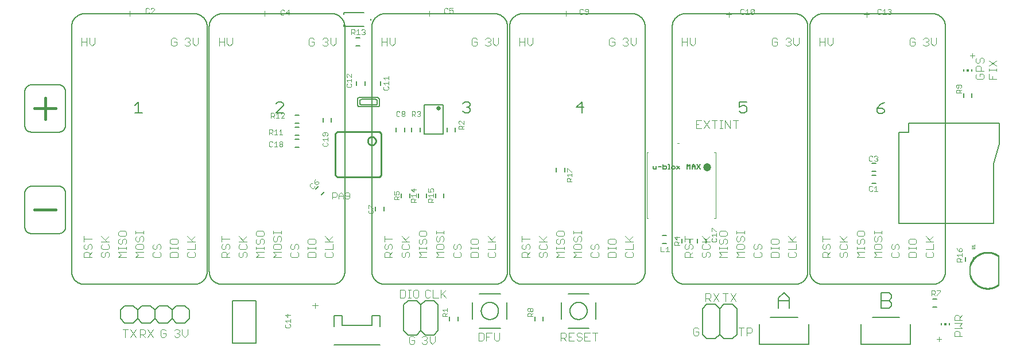
<source format=gto>
G75*
%MOIN*%
%OFA0B0*%
%FSLAX25Y25*%
%IPPOS*%
%LPD*%
%AMOC8*
5,1,8,0,0,1.08239X$1,22.5*
%
%ADD10C,0.00600*%
%ADD11C,0.00400*%
%ADD12C,0.00800*%
%ADD13C,0.00300*%
%ADD14C,0.01600*%
%ADD15C,0.01000*%
%ADD16C,0.02559*%
%ADD17R,0.00591X0.01181*%
%ADD18R,0.01181X0.01181*%
%ADD19C,0.00394*%
%ADD20C,0.00500*%
%ADD21C,0.04724*%
%ADD22C,0.00000*%
%ADD23C,0.00080*%
%ADD24C,0.00200*%
D10*
X0061300Y0042904D02*
X0063800Y0040404D01*
X0068800Y0040404D01*
X0071300Y0042904D01*
X0073800Y0040404D01*
X0078800Y0040404D01*
X0081300Y0042904D01*
X0081300Y0047904D01*
X0078800Y0050404D01*
X0073800Y0050404D01*
X0071300Y0047904D01*
X0071300Y0042904D01*
X0071300Y0047904D02*
X0068800Y0050404D01*
X0063800Y0050404D01*
X0061300Y0047904D01*
X0061300Y0042904D01*
X0081300Y0042904D02*
X0083800Y0040404D01*
X0088800Y0040404D01*
X0091300Y0042904D01*
X0093800Y0040404D01*
X0098800Y0040404D01*
X0101300Y0042904D01*
X0101300Y0047904D01*
X0098800Y0050404D01*
X0093800Y0050404D01*
X0091300Y0047904D01*
X0091300Y0042904D01*
X0091300Y0047904D02*
X0088800Y0050404D01*
X0083800Y0050404D01*
X0081300Y0047904D01*
X0126485Y0053203D02*
X0126485Y0028605D01*
X0140107Y0028605D01*
X0140107Y0053203D01*
X0126485Y0053203D01*
X0225800Y0050904D02*
X0225800Y0035904D01*
X0228300Y0033404D01*
X0233300Y0033404D01*
X0235800Y0035904D01*
X0235800Y0050904D01*
X0238300Y0053404D01*
X0243300Y0053404D01*
X0245800Y0050904D01*
X0245800Y0035904D01*
X0243300Y0033404D01*
X0238300Y0033404D01*
X0235800Y0035904D01*
X0252438Y0041723D02*
X0252438Y0044085D01*
X0257162Y0044085D02*
X0257162Y0041723D01*
X0235800Y0050904D02*
X0233300Y0053404D01*
X0228300Y0053404D01*
X0225800Y0050904D01*
X0302038Y0044085D02*
X0302038Y0041723D01*
X0306762Y0041723D02*
X0306762Y0044085D01*
X0399280Y0048683D02*
X0399280Y0033683D01*
X0401780Y0031183D01*
X0406780Y0031183D01*
X0409280Y0033683D01*
X0409280Y0048683D01*
X0411780Y0051183D01*
X0416780Y0051183D01*
X0419280Y0048683D01*
X0419280Y0033683D01*
X0416780Y0031183D01*
X0411780Y0031183D01*
X0409280Y0033683D01*
X0409280Y0048683D02*
X0406780Y0051183D01*
X0401780Y0051183D01*
X0399280Y0048683D01*
X0401162Y0086823D02*
X0401162Y0089185D01*
X0396438Y0089185D02*
X0396438Y0086823D01*
X0391962Y0086823D02*
X0391962Y0089185D01*
X0387238Y0089185D02*
X0387238Y0086823D01*
X0378481Y0086542D02*
X0376119Y0086542D01*
X0376119Y0091266D02*
X0378481Y0091266D01*
X0319162Y0128223D02*
X0319162Y0130585D01*
X0314438Y0130585D02*
X0314438Y0128223D01*
X0255662Y0151723D02*
X0255662Y0154085D01*
X0250938Y0154085D02*
X0250938Y0151723D01*
X0235162Y0151723D02*
X0235162Y0154085D01*
X0230438Y0154085D02*
X0230438Y0151723D01*
X0226162Y0151723D02*
X0226162Y0154085D01*
X0221438Y0154085D02*
X0221438Y0151723D01*
X0183662Y0157323D02*
X0183662Y0159685D01*
X0178938Y0159685D02*
X0178938Y0157323D01*
X0164981Y0156542D02*
X0162619Y0156542D01*
X0162619Y0154266D02*
X0164981Y0154266D01*
X0164981Y0149542D02*
X0162619Y0149542D01*
X0162619Y0147266D02*
X0164981Y0147266D01*
X0164981Y0142542D02*
X0162619Y0142542D01*
X0162619Y0161266D02*
X0164981Y0161266D01*
X0155870Y0162704D02*
X0151600Y0162704D01*
X0155870Y0166974D01*
X0155870Y0168042D01*
X0154803Y0169109D01*
X0152668Y0169109D01*
X0151600Y0168042D01*
X0198438Y0178723D02*
X0198438Y0181085D01*
X0203162Y0181085D02*
X0203162Y0178723D01*
X0207438Y0178723D02*
X0207438Y0181085D01*
X0212162Y0181085D02*
X0212162Y0178723D01*
X0260100Y0168042D02*
X0261168Y0169109D01*
X0263303Y0169109D01*
X0264370Y0168042D01*
X0264370Y0166974D01*
X0263303Y0165907D01*
X0264370Y0164839D01*
X0264370Y0163772D01*
X0263303Y0162704D01*
X0261168Y0162704D01*
X0260100Y0163772D01*
X0262235Y0165907D02*
X0263303Y0165907D01*
X0326100Y0165907D02*
X0330370Y0165907D01*
X0329303Y0169109D02*
X0326100Y0165907D01*
X0329303Y0162704D02*
X0329303Y0169109D01*
X0420600Y0169109D02*
X0420600Y0165907D01*
X0422735Y0166974D01*
X0423803Y0166974D01*
X0424870Y0165907D01*
X0424870Y0163772D01*
X0423803Y0162704D01*
X0421668Y0162704D01*
X0420600Y0163772D01*
X0420600Y0169109D02*
X0424870Y0169109D01*
X0500600Y0165407D02*
X0500600Y0163272D01*
X0501668Y0162204D01*
X0503803Y0162204D01*
X0504870Y0163272D01*
X0504870Y0164339D01*
X0503803Y0165407D01*
X0500600Y0165407D01*
X0502735Y0167542D01*
X0504870Y0168609D01*
X0550938Y0171723D02*
X0550938Y0174085D01*
X0555662Y0174085D02*
X0555662Y0171723D01*
X0499981Y0133266D02*
X0497619Y0133266D01*
X0497619Y0128542D02*
X0499981Y0128542D01*
X0499981Y0126266D02*
X0497619Y0126266D01*
X0497619Y0121542D02*
X0499981Y0121542D01*
X0551938Y0078585D02*
X0551938Y0076223D01*
X0556662Y0076223D02*
X0556662Y0078585D01*
X0535481Y0054266D02*
X0533119Y0054266D01*
X0533119Y0049542D02*
X0535481Y0049542D01*
X0249062Y0113223D02*
X0249062Y0115585D01*
X0244338Y0115585D02*
X0244338Y0113223D01*
X0239062Y0113223D02*
X0239062Y0115585D01*
X0234338Y0115585D02*
X0234338Y0113223D01*
X0229162Y0113223D02*
X0229162Y0115585D01*
X0224438Y0115585D02*
X0224438Y0113223D01*
X0214162Y0108085D02*
X0214162Y0105723D01*
X0209438Y0105723D02*
X0209438Y0108085D01*
X0179805Y0116569D02*
X0178135Y0114898D01*
X0174795Y0118239D02*
X0176465Y0119909D01*
X0073870Y0162704D02*
X0069600Y0162704D01*
X0071735Y0162704D02*
X0071735Y0169109D01*
X0069600Y0166974D01*
X0198119Y0201542D02*
X0200481Y0201542D01*
X0200481Y0206266D02*
X0198119Y0206266D01*
D11*
X0064035Y0036708D02*
X0064035Y0032104D01*
X0067104Y0032104D02*
X0070173Y0036708D01*
X0072500Y0036708D02*
X0074802Y0036708D01*
X0075569Y0035941D01*
X0075569Y0034406D01*
X0074802Y0033639D01*
X0072500Y0033639D01*
X0074035Y0033639D02*
X0075569Y0032104D01*
X0077104Y0032104D02*
X0080173Y0036708D01*
X0077104Y0036708D02*
X0080173Y0032104D01*
X0084500Y0032871D02*
X0085267Y0032104D01*
X0086802Y0032104D01*
X0087569Y0032871D01*
X0087569Y0034406D01*
X0086035Y0034406D01*
X0087569Y0035941D02*
X0086802Y0036708D01*
X0085267Y0036708D01*
X0084500Y0035941D01*
X0084500Y0032871D01*
X0092500Y0032871D02*
X0093267Y0032104D01*
X0094802Y0032104D01*
X0095569Y0032871D01*
X0095569Y0033639D01*
X0094802Y0034406D01*
X0094035Y0034406D01*
X0094802Y0034406D02*
X0095569Y0035173D01*
X0095569Y0035941D01*
X0094802Y0036708D01*
X0093267Y0036708D01*
X0092500Y0035941D01*
X0097104Y0036708D02*
X0097104Y0033639D01*
X0098639Y0032104D01*
X0100173Y0033639D01*
X0100173Y0036708D01*
X0072500Y0036708D02*
X0072500Y0032104D01*
X0070173Y0032104D02*
X0067104Y0036708D01*
X0065569Y0036708D02*
X0062500Y0036708D01*
X0064702Y0078537D02*
X0060098Y0078537D01*
X0061633Y0080072D01*
X0060098Y0081606D01*
X0064702Y0081606D01*
X0064702Y0083141D02*
X0064702Y0084676D01*
X0064702Y0083908D02*
X0060098Y0083908D01*
X0060098Y0083141D02*
X0060098Y0084676D01*
X0060866Y0086210D02*
X0061633Y0086210D01*
X0062400Y0086978D01*
X0062400Y0088512D01*
X0063168Y0089279D01*
X0063935Y0089279D01*
X0064702Y0088512D01*
X0064702Y0086978D01*
X0063935Y0086210D01*
X0060866Y0086210D02*
X0060098Y0086978D01*
X0060098Y0088512D01*
X0060866Y0089279D01*
X0060866Y0090814D02*
X0063935Y0090814D01*
X0064702Y0091581D01*
X0064702Y0093116D01*
X0063935Y0093883D01*
X0060866Y0093883D01*
X0060098Y0093116D01*
X0060098Y0091581D01*
X0060866Y0090814D01*
X0054702Y0090814D02*
X0052400Y0088512D01*
X0053168Y0087745D02*
X0050098Y0090814D01*
X0050098Y0087745D02*
X0054702Y0087745D01*
X0053935Y0086210D02*
X0054702Y0085443D01*
X0054702Y0083908D01*
X0053935Y0083141D01*
X0050866Y0083141D01*
X0050098Y0083908D01*
X0050098Y0085443D01*
X0050866Y0086210D01*
X0044702Y0085443D02*
X0044702Y0083908D01*
X0043935Y0083141D01*
X0042400Y0083908D02*
X0042400Y0085443D01*
X0043168Y0086210D01*
X0043935Y0086210D01*
X0044702Y0085443D01*
X0042400Y0083908D02*
X0041633Y0083141D01*
X0040866Y0083141D01*
X0040098Y0083908D01*
X0040098Y0085443D01*
X0040866Y0086210D01*
X0040098Y0087745D02*
X0040098Y0090814D01*
X0040098Y0089279D02*
X0044702Y0089279D01*
X0044702Y0081606D02*
X0043168Y0080072D01*
X0043168Y0080839D02*
X0043168Y0078537D01*
X0044702Y0078537D02*
X0040098Y0078537D01*
X0040098Y0080839D01*
X0040866Y0081606D01*
X0042400Y0081606D01*
X0043168Y0080839D01*
X0050098Y0080839D02*
X0050098Y0079304D01*
X0050866Y0078537D01*
X0051633Y0078537D01*
X0052400Y0079304D01*
X0052400Y0080839D01*
X0053168Y0081606D01*
X0053935Y0081606D01*
X0054702Y0080839D01*
X0054702Y0079304D01*
X0053935Y0078537D01*
X0050866Y0081606D02*
X0050098Y0080839D01*
X0070098Y0081606D02*
X0074702Y0081606D01*
X0073935Y0083141D02*
X0074702Y0083908D01*
X0074702Y0085443D01*
X0073935Y0086210D01*
X0070866Y0086210D01*
X0070098Y0085443D01*
X0070098Y0083908D01*
X0070866Y0083141D01*
X0073935Y0083141D01*
X0071633Y0080072D02*
X0070098Y0081606D01*
X0071633Y0080072D02*
X0070098Y0078537D01*
X0074702Y0078537D01*
X0080098Y0079304D02*
X0080866Y0078537D01*
X0083935Y0078537D01*
X0084702Y0079304D01*
X0084702Y0080839D01*
X0083935Y0081606D01*
X0083935Y0083141D02*
X0084702Y0083908D01*
X0084702Y0085443D01*
X0083935Y0086210D01*
X0083168Y0086210D01*
X0082400Y0085443D01*
X0082400Y0083908D01*
X0081633Y0083141D01*
X0080866Y0083141D01*
X0080098Y0083908D01*
X0080098Y0085443D01*
X0080866Y0086210D01*
X0074702Y0088512D02*
X0073935Y0087745D01*
X0074702Y0088512D02*
X0074702Y0090047D01*
X0073935Y0090814D01*
X0073168Y0090814D01*
X0072400Y0090047D01*
X0072400Y0088512D01*
X0071633Y0087745D01*
X0070866Y0087745D01*
X0070098Y0088512D01*
X0070098Y0090047D01*
X0070866Y0090814D01*
X0070098Y0092349D02*
X0070098Y0093883D01*
X0070098Y0093116D02*
X0074702Y0093116D01*
X0074702Y0092349D02*
X0074702Y0093883D01*
X0090098Y0088512D02*
X0090866Y0089279D01*
X0093935Y0089279D01*
X0094702Y0088512D01*
X0094702Y0086978D01*
X0093935Y0086210D01*
X0090866Y0086210D01*
X0090098Y0086978D01*
X0090098Y0088512D01*
X0090098Y0084676D02*
X0090098Y0083141D01*
X0090098Y0083908D02*
X0094702Y0083908D01*
X0094702Y0083141D02*
X0094702Y0084676D01*
X0100098Y0083141D02*
X0104702Y0083141D01*
X0104702Y0086210D01*
X0104702Y0087745D02*
X0100098Y0087745D01*
X0102400Y0088512D02*
X0104702Y0090814D01*
X0103168Y0087745D02*
X0100098Y0090814D01*
X0120020Y0090814D02*
X0120020Y0087745D01*
X0120020Y0089279D02*
X0124624Y0089279D01*
X0130020Y0087745D02*
X0134624Y0087745D01*
X0133089Y0087745D02*
X0130020Y0090814D01*
X0132322Y0088512D02*
X0134624Y0090814D01*
X0140020Y0091581D02*
X0140787Y0090814D01*
X0143856Y0090814D01*
X0144624Y0091581D01*
X0144624Y0093116D01*
X0143856Y0093883D01*
X0140787Y0093883D01*
X0140020Y0093116D01*
X0140020Y0091581D01*
X0140787Y0089279D02*
X0140020Y0088512D01*
X0140020Y0086978D01*
X0140787Y0086210D01*
X0141554Y0086210D01*
X0142322Y0086978D01*
X0142322Y0088512D01*
X0143089Y0089279D01*
X0143856Y0089279D01*
X0144624Y0088512D01*
X0144624Y0086978D01*
X0143856Y0086210D01*
X0144624Y0084676D02*
X0144624Y0083141D01*
X0144624Y0083908D02*
X0140020Y0083908D01*
X0140020Y0083141D02*
X0140020Y0084676D01*
X0134624Y0083908D02*
X0134624Y0085443D01*
X0133856Y0086210D01*
X0134624Y0083908D02*
X0133856Y0083141D01*
X0130787Y0083141D01*
X0130020Y0083908D01*
X0130020Y0085443D01*
X0130787Y0086210D01*
X0124624Y0085443D02*
X0124624Y0083908D01*
X0123856Y0083141D01*
X0122322Y0083908D02*
X0122322Y0085443D01*
X0123089Y0086210D01*
X0123856Y0086210D01*
X0124624Y0085443D01*
X0122322Y0083908D02*
X0121554Y0083141D01*
X0120787Y0083141D01*
X0120020Y0083908D01*
X0120020Y0085443D01*
X0120787Y0086210D01*
X0120787Y0081606D02*
X0120020Y0080839D01*
X0120020Y0078537D01*
X0124624Y0078537D01*
X0123089Y0078537D02*
X0123089Y0080839D01*
X0122322Y0081606D01*
X0120787Y0081606D01*
X0123089Y0080072D02*
X0124624Y0081606D01*
X0130020Y0080839D02*
X0130020Y0079304D01*
X0130787Y0078537D01*
X0131554Y0078537D01*
X0132322Y0079304D01*
X0132322Y0080839D01*
X0133089Y0081606D01*
X0133856Y0081606D01*
X0134624Y0080839D01*
X0134624Y0079304D01*
X0133856Y0078537D01*
X0130787Y0081606D02*
X0130020Y0080839D01*
X0140020Y0081606D02*
X0144624Y0081606D01*
X0144624Y0078537D02*
X0140020Y0078537D01*
X0141554Y0080072D01*
X0140020Y0081606D01*
X0150020Y0081606D02*
X0154624Y0081606D01*
X0153856Y0083141D02*
X0154624Y0083908D01*
X0154624Y0085443D01*
X0153856Y0086210D01*
X0150787Y0086210D01*
X0150020Y0085443D01*
X0150020Y0083908D01*
X0150787Y0083141D01*
X0153856Y0083141D01*
X0151554Y0080072D02*
X0150020Y0081606D01*
X0151554Y0080072D02*
X0150020Y0078537D01*
X0154624Y0078537D01*
X0160020Y0079304D02*
X0160020Y0080839D01*
X0160787Y0081606D01*
X0160787Y0083141D02*
X0161554Y0083141D01*
X0162322Y0083908D01*
X0162322Y0085443D01*
X0163089Y0086210D01*
X0163856Y0086210D01*
X0164624Y0085443D01*
X0164624Y0083908D01*
X0163856Y0083141D01*
X0163856Y0081606D02*
X0164624Y0080839D01*
X0164624Y0079304D01*
X0163856Y0078537D01*
X0160787Y0078537D01*
X0160020Y0079304D01*
X0160787Y0083141D02*
X0160020Y0083908D01*
X0160020Y0085443D01*
X0160787Y0086210D01*
X0154624Y0088512D02*
X0153856Y0087745D01*
X0154624Y0088512D02*
X0154624Y0090047D01*
X0153856Y0090814D01*
X0153089Y0090814D01*
X0152322Y0090047D01*
X0152322Y0088512D01*
X0151554Y0087745D01*
X0150787Y0087745D01*
X0150020Y0088512D01*
X0150020Y0090047D01*
X0150787Y0090814D01*
X0150020Y0092349D02*
X0150020Y0093883D01*
X0150020Y0093116D02*
X0154624Y0093116D01*
X0154624Y0092349D02*
X0154624Y0093883D01*
X0170020Y0088512D02*
X0170787Y0089279D01*
X0173856Y0089279D01*
X0174624Y0088512D01*
X0174624Y0086978D01*
X0173856Y0086210D01*
X0170787Y0086210D01*
X0170020Y0086978D01*
X0170020Y0088512D01*
X0170020Y0084676D02*
X0170020Y0083141D01*
X0170020Y0083908D02*
X0174624Y0083908D01*
X0174624Y0083141D02*
X0174624Y0084676D01*
X0180020Y0083141D02*
X0184624Y0083141D01*
X0184624Y0086210D01*
X0184624Y0087745D02*
X0180020Y0087745D01*
X0182322Y0088512D02*
X0184624Y0090814D01*
X0183089Y0087745D02*
X0180020Y0090814D01*
X0180787Y0081606D02*
X0180020Y0080839D01*
X0180020Y0079304D01*
X0180787Y0078537D01*
X0183856Y0078537D01*
X0184624Y0079304D01*
X0184624Y0080839D01*
X0183856Y0081606D01*
X0174624Y0080839D02*
X0174624Y0078537D01*
X0170020Y0078537D01*
X0170020Y0080839D01*
X0170787Y0081606D01*
X0173856Y0081606D01*
X0174624Y0080839D01*
X0214508Y0080839D02*
X0214508Y0078537D01*
X0219112Y0078537D01*
X0217577Y0078537D02*
X0217577Y0080839D01*
X0216810Y0081606D01*
X0215275Y0081606D01*
X0214508Y0080839D01*
X0215275Y0083141D02*
X0216043Y0083141D01*
X0216810Y0083908D01*
X0216810Y0085443D01*
X0217577Y0086210D01*
X0218345Y0086210D01*
X0219112Y0085443D01*
X0219112Y0083908D01*
X0218345Y0083141D01*
X0219112Y0081606D02*
X0217577Y0080072D01*
X0215275Y0083141D02*
X0214508Y0083908D01*
X0214508Y0085443D01*
X0215275Y0086210D01*
X0214508Y0087745D02*
X0214508Y0090814D01*
X0214508Y0089279D02*
X0219112Y0089279D01*
X0224508Y0087745D02*
X0229112Y0087745D01*
X0227577Y0087745D02*
X0224508Y0090814D01*
X0226810Y0088512D02*
X0229112Y0090814D01*
X0234508Y0091581D02*
X0235275Y0090814D01*
X0238345Y0090814D01*
X0239112Y0091581D01*
X0239112Y0093116D01*
X0238345Y0093883D01*
X0235275Y0093883D01*
X0234508Y0093116D01*
X0234508Y0091581D01*
X0235275Y0089279D02*
X0234508Y0088512D01*
X0234508Y0086978D01*
X0235275Y0086210D01*
X0236043Y0086210D01*
X0236810Y0086978D01*
X0236810Y0088512D01*
X0237577Y0089279D01*
X0238345Y0089279D01*
X0239112Y0088512D01*
X0239112Y0086978D01*
X0238345Y0086210D01*
X0239112Y0084676D02*
X0239112Y0083141D01*
X0239112Y0083908D02*
X0234508Y0083908D01*
X0234508Y0083141D02*
X0234508Y0084676D01*
X0229112Y0083908D02*
X0229112Y0085443D01*
X0228345Y0086210D01*
X0229112Y0083908D02*
X0228345Y0083141D01*
X0225275Y0083141D01*
X0224508Y0083908D01*
X0224508Y0085443D01*
X0225275Y0086210D01*
X0225275Y0081606D02*
X0224508Y0080839D01*
X0224508Y0079304D01*
X0225275Y0078537D01*
X0226043Y0078537D01*
X0226810Y0079304D01*
X0226810Y0080839D01*
X0227577Y0081606D01*
X0228345Y0081606D01*
X0229112Y0080839D01*
X0229112Y0079304D01*
X0228345Y0078537D01*
X0234508Y0078537D02*
X0236043Y0080072D01*
X0234508Y0081606D01*
X0239112Y0081606D01*
X0239112Y0078537D02*
X0234508Y0078537D01*
X0244508Y0078537D02*
X0246043Y0080072D01*
X0244508Y0081606D01*
X0249112Y0081606D01*
X0248345Y0083141D02*
X0245275Y0083141D01*
X0244508Y0083908D01*
X0244508Y0085443D01*
X0245275Y0086210D01*
X0248345Y0086210D01*
X0249112Y0085443D01*
X0249112Y0083908D01*
X0248345Y0083141D01*
X0254508Y0083908D02*
X0254508Y0085443D01*
X0255275Y0086210D01*
X0256810Y0085443D02*
X0257577Y0086210D01*
X0258345Y0086210D01*
X0259112Y0085443D01*
X0259112Y0083908D01*
X0258345Y0083141D01*
X0258345Y0081606D02*
X0259112Y0080839D01*
X0259112Y0079304D01*
X0258345Y0078537D01*
X0255275Y0078537D01*
X0254508Y0079304D01*
X0254508Y0080839D01*
X0255275Y0081606D01*
X0255275Y0083141D02*
X0256043Y0083141D01*
X0256810Y0083908D01*
X0256810Y0085443D01*
X0254508Y0083908D02*
X0255275Y0083141D01*
X0249112Y0078537D02*
X0244508Y0078537D01*
X0245275Y0087745D02*
X0246043Y0087745D01*
X0246810Y0088512D01*
X0246810Y0090047D01*
X0247577Y0090814D01*
X0248345Y0090814D01*
X0249112Y0090047D01*
X0249112Y0088512D01*
X0248345Y0087745D01*
X0245275Y0087745D02*
X0244508Y0088512D01*
X0244508Y0090047D01*
X0245275Y0090814D01*
X0244508Y0092349D02*
X0244508Y0093883D01*
X0244508Y0093116D02*
X0249112Y0093116D01*
X0249112Y0092349D02*
X0249112Y0093883D01*
X0264508Y0088512D02*
X0265275Y0089279D01*
X0268345Y0089279D01*
X0269112Y0088512D01*
X0269112Y0086978D01*
X0268345Y0086210D01*
X0265275Y0086210D01*
X0264508Y0086978D01*
X0264508Y0088512D01*
X0264508Y0084676D02*
X0264508Y0083141D01*
X0264508Y0083908D02*
X0269112Y0083908D01*
X0269112Y0083141D02*
X0269112Y0084676D01*
X0274508Y0083141D02*
X0279112Y0083141D01*
X0279112Y0086210D01*
X0279112Y0087745D02*
X0274508Y0087745D01*
X0276810Y0088512D02*
X0279112Y0090814D01*
X0277577Y0087745D02*
X0274508Y0090814D01*
X0275275Y0081606D02*
X0274508Y0080839D01*
X0274508Y0079304D01*
X0275275Y0078537D01*
X0278345Y0078537D01*
X0279112Y0079304D01*
X0279112Y0080839D01*
X0278345Y0081606D01*
X0269112Y0080839D02*
X0269112Y0078537D01*
X0264508Y0078537D01*
X0264508Y0080839D01*
X0265275Y0081606D01*
X0268345Y0081606D01*
X0269112Y0080839D01*
X0294429Y0080839D02*
X0294429Y0078537D01*
X0299033Y0078537D01*
X0297498Y0078537D02*
X0297498Y0080839D01*
X0296731Y0081606D01*
X0295196Y0081606D01*
X0294429Y0080839D01*
X0295196Y0083141D02*
X0295964Y0083141D01*
X0296731Y0083908D01*
X0296731Y0085443D01*
X0297498Y0086210D01*
X0298266Y0086210D01*
X0299033Y0085443D01*
X0299033Y0083908D01*
X0298266Y0083141D01*
X0299033Y0081606D02*
X0297498Y0080072D01*
X0295196Y0083141D02*
X0294429Y0083908D01*
X0294429Y0085443D01*
X0295196Y0086210D01*
X0294429Y0087745D02*
X0294429Y0090814D01*
X0294429Y0089279D02*
X0299033Y0089279D01*
X0304429Y0087745D02*
X0309033Y0087745D01*
X0307498Y0087745D02*
X0304429Y0090814D01*
X0306731Y0088512D02*
X0309033Y0090814D01*
X0314429Y0091581D02*
X0315196Y0090814D01*
X0318266Y0090814D01*
X0319033Y0091581D01*
X0319033Y0093116D01*
X0318266Y0093883D01*
X0315196Y0093883D01*
X0314429Y0093116D01*
X0314429Y0091581D01*
X0315196Y0089279D02*
X0314429Y0088512D01*
X0314429Y0086978D01*
X0315196Y0086210D01*
X0315964Y0086210D01*
X0316731Y0086978D01*
X0316731Y0088512D01*
X0317498Y0089279D01*
X0318266Y0089279D01*
X0319033Y0088512D01*
X0319033Y0086978D01*
X0318266Y0086210D01*
X0319033Y0084676D02*
X0319033Y0083141D01*
X0319033Y0083908D02*
X0314429Y0083908D01*
X0314429Y0083141D02*
X0314429Y0084676D01*
X0309033Y0083908D02*
X0309033Y0085443D01*
X0308266Y0086210D01*
X0309033Y0083908D02*
X0308266Y0083141D01*
X0305196Y0083141D01*
X0304429Y0083908D01*
X0304429Y0085443D01*
X0305196Y0086210D01*
X0305196Y0081606D02*
X0304429Y0080839D01*
X0304429Y0079304D01*
X0305196Y0078537D01*
X0305964Y0078537D01*
X0306731Y0079304D01*
X0306731Y0080839D01*
X0307498Y0081606D01*
X0308266Y0081606D01*
X0309033Y0080839D01*
X0309033Y0079304D01*
X0308266Y0078537D01*
X0314429Y0078537D02*
X0315964Y0080072D01*
X0314429Y0081606D01*
X0319033Y0081606D01*
X0319033Y0078537D02*
X0314429Y0078537D01*
X0324429Y0078537D02*
X0325964Y0080072D01*
X0324429Y0081606D01*
X0329033Y0081606D01*
X0328266Y0083141D02*
X0325196Y0083141D01*
X0324429Y0083908D01*
X0324429Y0085443D01*
X0325196Y0086210D01*
X0328266Y0086210D01*
X0329033Y0085443D01*
X0329033Y0083908D01*
X0328266Y0083141D01*
X0334429Y0083908D02*
X0334429Y0085443D01*
X0335196Y0086210D01*
X0336731Y0085443D02*
X0337498Y0086210D01*
X0338266Y0086210D01*
X0339033Y0085443D01*
X0339033Y0083908D01*
X0338266Y0083141D01*
X0338266Y0081606D02*
X0339033Y0080839D01*
X0339033Y0079304D01*
X0338266Y0078537D01*
X0335196Y0078537D01*
X0334429Y0079304D01*
X0334429Y0080839D01*
X0335196Y0081606D01*
X0335196Y0083141D02*
X0335964Y0083141D01*
X0336731Y0083908D01*
X0336731Y0085443D01*
X0334429Y0083908D02*
X0335196Y0083141D01*
X0344429Y0083141D02*
X0344429Y0084676D01*
X0344429Y0083908D02*
X0349033Y0083908D01*
X0349033Y0083141D02*
X0349033Y0084676D01*
X0348266Y0086210D02*
X0349033Y0086978D01*
X0349033Y0088512D01*
X0348266Y0089279D01*
X0345196Y0089279D01*
X0344429Y0088512D01*
X0344429Y0086978D01*
X0345196Y0086210D01*
X0348266Y0086210D01*
X0354429Y0087745D02*
X0359033Y0087745D01*
X0357498Y0087745D02*
X0354429Y0090814D01*
X0356731Y0088512D02*
X0359033Y0090814D01*
X0359033Y0086210D02*
X0359033Y0083141D01*
X0354429Y0083141D01*
X0355196Y0081606D02*
X0354429Y0080839D01*
X0354429Y0079304D01*
X0355196Y0078537D01*
X0358266Y0078537D01*
X0359033Y0079304D01*
X0359033Y0080839D01*
X0358266Y0081606D01*
X0349033Y0080839D02*
X0349033Y0078537D01*
X0344429Y0078537D01*
X0344429Y0080839D01*
X0345196Y0081606D01*
X0348266Y0081606D01*
X0349033Y0080839D01*
X0329033Y0078537D02*
X0324429Y0078537D01*
X0325196Y0087745D02*
X0325964Y0087745D01*
X0326731Y0088512D01*
X0326731Y0090047D01*
X0327498Y0090814D01*
X0328266Y0090814D01*
X0329033Y0090047D01*
X0329033Y0088512D01*
X0328266Y0087745D01*
X0325196Y0087745D02*
X0324429Y0088512D01*
X0324429Y0090047D01*
X0325196Y0090814D01*
X0324429Y0092349D02*
X0324429Y0093883D01*
X0324429Y0093116D02*
X0329033Y0093116D01*
X0329033Y0092349D02*
X0329033Y0093883D01*
X0388917Y0090814D02*
X0388917Y0087745D01*
X0388917Y0089279D02*
X0393521Y0089279D01*
X0398917Y0087745D02*
X0403521Y0087745D01*
X0401987Y0087745D02*
X0398917Y0090814D01*
X0401219Y0088512D02*
X0403521Y0090814D01*
X0408917Y0091581D02*
X0409685Y0090814D01*
X0412754Y0090814D01*
X0413521Y0091581D01*
X0413521Y0093116D01*
X0412754Y0093883D01*
X0409685Y0093883D01*
X0408917Y0093116D01*
X0408917Y0091581D01*
X0409685Y0089279D02*
X0408917Y0088512D01*
X0408917Y0086978D01*
X0409685Y0086210D01*
X0410452Y0086210D01*
X0411219Y0086978D01*
X0411219Y0088512D01*
X0411987Y0089279D01*
X0412754Y0089279D01*
X0413521Y0088512D01*
X0413521Y0086978D01*
X0412754Y0086210D01*
X0413521Y0084676D02*
X0413521Y0083141D01*
X0413521Y0083908D02*
X0408917Y0083908D01*
X0408917Y0083141D02*
X0408917Y0084676D01*
X0403521Y0083908D02*
X0403521Y0085443D01*
X0402754Y0086210D01*
X0403521Y0083908D02*
X0402754Y0083141D01*
X0399685Y0083141D01*
X0398917Y0083908D01*
X0398917Y0085443D01*
X0399685Y0086210D01*
X0393521Y0085443D02*
X0393521Y0083908D01*
X0392754Y0083141D01*
X0391219Y0083908D02*
X0391219Y0085443D01*
X0391987Y0086210D01*
X0392754Y0086210D01*
X0393521Y0085443D01*
X0391219Y0083908D02*
X0390452Y0083141D01*
X0389685Y0083141D01*
X0388917Y0083908D01*
X0388917Y0085443D01*
X0389685Y0086210D01*
X0389685Y0081606D02*
X0391219Y0081606D01*
X0391987Y0080839D01*
X0391987Y0078537D01*
X0393521Y0078537D02*
X0388917Y0078537D01*
X0388917Y0080839D01*
X0389685Y0081606D01*
X0391987Y0080072D02*
X0393521Y0081606D01*
X0398917Y0080839D02*
X0398917Y0079304D01*
X0399685Y0078537D01*
X0400452Y0078537D01*
X0401219Y0079304D01*
X0401219Y0080839D01*
X0401987Y0081606D01*
X0402754Y0081606D01*
X0403521Y0080839D01*
X0403521Y0079304D01*
X0402754Y0078537D01*
X0399685Y0081606D02*
X0398917Y0080839D01*
X0408917Y0081606D02*
X0413521Y0081606D01*
X0413521Y0078537D02*
X0408917Y0078537D01*
X0410452Y0080072D01*
X0408917Y0081606D01*
X0418917Y0081606D02*
X0423521Y0081606D01*
X0422754Y0083141D02*
X0423521Y0083908D01*
X0423521Y0085443D01*
X0422754Y0086210D01*
X0419685Y0086210D01*
X0418917Y0085443D01*
X0418917Y0083908D01*
X0419685Y0083141D01*
X0422754Y0083141D01*
X0420452Y0080072D02*
X0418917Y0081606D01*
X0420452Y0080072D02*
X0418917Y0078537D01*
X0423521Y0078537D01*
X0428917Y0079304D02*
X0428917Y0080839D01*
X0429685Y0081606D01*
X0429685Y0083141D02*
X0430452Y0083141D01*
X0431219Y0083908D01*
X0431219Y0085443D01*
X0431987Y0086210D01*
X0432754Y0086210D01*
X0433521Y0085443D01*
X0433521Y0083908D01*
X0432754Y0083141D01*
X0432754Y0081606D02*
X0433521Y0080839D01*
X0433521Y0079304D01*
X0432754Y0078537D01*
X0429685Y0078537D01*
X0428917Y0079304D01*
X0429685Y0083141D02*
X0428917Y0083908D01*
X0428917Y0085443D01*
X0429685Y0086210D01*
X0423521Y0088512D02*
X0422754Y0087745D01*
X0423521Y0088512D02*
X0423521Y0090047D01*
X0422754Y0090814D01*
X0421987Y0090814D01*
X0421219Y0090047D01*
X0421219Y0088512D01*
X0420452Y0087745D01*
X0419685Y0087745D01*
X0418917Y0088512D01*
X0418917Y0090047D01*
X0419685Y0090814D01*
X0418917Y0092349D02*
X0418917Y0093883D01*
X0418917Y0093116D02*
X0423521Y0093116D01*
X0423521Y0092349D02*
X0423521Y0093883D01*
X0438917Y0088512D02*
X0439685Y0089279D01*
X0442754Y0089279D01*
X0443521Y0088512D01*
X0443521Y0086978D01*
X0442754Y0086210D01*
X0439685Y0086210D01*
X0438917Y0086978D01*
X0438917Y0088512D01*
X0438917Y0084676D02*
X0438917Y0083141D01*
X0438917Y0083908D02*
X0443521Y0083908D01*
X0443521Y0083141D02*
X0443521Y0084676D01*
X0448917Y0083141D02*
X0453521Y0083141D01*
X0453521Y0086210D01*
X0453521Y0087745D02*
X0448917Y0087745D01*
X0451219Y0088512D02*
X0453521Y0090814D01*
X0451987Y0087745D02*
X0448917Y0090814D01*
X0468839Y0090814D02*
X0468839Y0087745D01*
X0468839Y0089279D02*
X0473443Y0089279D01*
X0478839Y0087745D02*
X0483443Y0087745D01*
X0481908Y0087745D02*
X0478839Y0090814D01*
X0481141Y0088512D02*
X0483443Y0090814D01*
X0488839Y0091581D02*
X0489606Y0090814D01*
X0492675Y0090814D01*
X0493443Y0091581D01*
X0493443Y0093116D01*
X0492675Y0093883D01*
X0489606Y0093883D01*
X0488839Y0093116D01*
X0488839Y0091581D01*
X0489606Y0089279D02*
X0488839Y0088512D01*
X0488839Y0086978D01*
X0489606Y0086210D01*
X0490373Y0086210D01*
X0491141Y0086978D01*
X0491141Y0088512D01*
X0491908Y0089279D01*
X0492675Y0089279D01*
X0493443Y0088512D01*
X0493443Y0086978D01*
X0492675Y0086210D01*
X0493443Y0084676D02*
X0493443Y0083141D01*
X0493443Y0083908D02*
X0488839Y0083908D01*
X0488839Y0083141D02*
X0488839Y0084676D01*
X0483443Y0083908D02*
X0483443Y0085443D01*
X0482675Y0086210D01*
X0483443Y0083908D02*
X0482675Y0083141D01*
X0479606Y0083141D01*
X0478839Y0083908D01*
X0478839Y0085443D01*
X0479606Y0086210D01*
X0473443Y0085443D02*
X0473443Y0083908D01*
X0472675Y0083141D01*
X0471141Y0083908D02*
X0471141Y0085443D01*
X0471908Y0086210D01*
X0472675Y0086210D01*
X0473443Y0085443D01*
X0471141Y0083908D02*
X0470373Y0083141D01*
X0469606Y0083141D01*
X0468839Y0083908D01*
X0468839Y0085443D01*
X0469606Y0086210D01*
X0469606Y0081606D02*
X0471141Y0081606D01*
X0471908Y0080839D01*
X0471908Y0078537D01*
X0473443Y0078537D02*
X0468839Y0078537D01*
X0468839Y0080839D01*
X0469606Y0081606D01*
X0471908Y0080072D02*
X0473443Y0081606D01*
X0478839Y0080839D02*
X0478839Y0079304D01*
X0479606Y0078537D01*
X0480373Y0078537D01*
X0481141Y0079304D01*
X0481141Y0080839D01*
X0481908Y0081606D01*
X0482675Y0081606D01*
X0483443Y0080839D01*
X0483443Y0079304D01*
X0482675Y0078537D01*
X0479606Y0081606D02*
X0478839Y0080839D01*
X0488839Y0081606D02*
X0493443Y0081606D01*
X0493443Y0078537D02*
X0488839Y0078537D01*
X0490373Y0080072D01*
X0488839Y0081606D01*
X0498839Y0081606D02*
X0503443Y0081606D01*
X0502675Y0083141D02*
X0499606Y0083141D01*
X0498839Y0083908D01*
X0498839Y0085443D01*
X0499606Y0086210D01*
X0502675Y0086210D01*
X0503443Y0085443D01*
X0503443Y0083908D01*
X0502675Y0083141D01*
X0500373Y0080072D02*
X0498839Y0081606D01*
X0500373Y0080072D02*
X0498839Y0078537D01*
X0503443Y0078537D01*
X0508839Y0079304D02*
X0508839Y0080839D01*
X0509606Y0081606D01*
X0509606Y0083141D02*
X0510373Y0083141D01*
X0511141Y0083908D01*
X0511141Y0085443D01*
X0511908Y0086210D01*
X0512675Y0086210D01*
X0513443Y0085443D01*
X0513443Y0083908D01*
X0512675Y0083141D01*
X0512675Y0081606D02*
X0513443Y0080839D01*
X0513443Y0079304D01*
X0512675Y0078537D01*
X0509606Y0078537D01*
X0508839Y0079304D01*
X0509606Y0083141D02*
X0508839Y0083908D01*
X0508839Y0085443D01*
X0509606Y0086210D01*
X0503443Y0088512D02*
X0502675Y0087745D01*
X0503443Y0088512D02*
X0503443Y0090047D01*
X0502675Y0090814D01*
X0501908Y0090814D01*
X0501141Y0090047D01*
X0501141Y0088512D01*
X0500373Y0087745D01*
X0499606Y0087745D01*
X0498839Y0088512D01*
X0498839Y0090047D01*
X0499606Y0090814D01*
X0498839Y0092349D02*
X0498839Y0093883D01*
X0498839Y0093116D02*
X0503443Y0093116D01*
X0503443Y0092349D02*
X0503443Y0093883D01*
X0518839Y0088512D02*
X0519606Y0089279D01*
X0522675Y0089279D01*
X0523443Y0088512D01*
X0523443Y0086978D01*
X0522675Y0086210D01*
X0519606Y0086210D01*
X0518839Y0086978D01*
X0518839Y0088512D01*
X0518839Y0084676D02*
X0518839Y0083141D01*
X0518839Y0083908D02*
X0523443Y0083908D01*
X0523443Y0083141D02*
X0523443Y0084676D01*
X0528839Y0083141D02*
X0533443Y0083141D01*
X0533443Y0086210D01*
X0533443Y0087745D02*
X0528839Y0087745D01*
X0531141Y0088512D02*
X0533443Y0090814D01*
X0531908Y0087745D02*
X0528839Y0090814D01*
X0529606Y0081606D02*
X0528839Y0080839D01*
X0528839Y0079304D01*
X0529606Y0078537D01*
X0532675Y0078537D01*
X0533443Y0079304D01*
X0533443Y0080839D01*
X0532675Y0081606D01*
X0523443Y0080839D02*
X0523443Y0078537D01*
X0518839Y0078537D01*
X0518839Y0080839D01*
X0519606Y0081606D01*
X0522675Y0081606D01*
X0523443Y0080839D01*
X0453521Y0080839D02*
X0453521Y0079304D01*
X0452754Y0078537D01*
X0449685Y0078537D01*
X0448917Y0079304D01*
X0448917Y0080839D01*
X0449685Y0081606D01*
X0452754Y0081606D02*
X0453521Y0080839D01*
X0443521Y0080839D02*
X0443521Y0078537D01*
X0438917Y0078537D01*
X0438917Y0080839D01*
X0439685Y0081606D01*
X0442754Y0081606D01*
X0443521Y0080839D01*
X0418673Y0057708D02*
X0415604Y0053104D01*
X0418673Y0053104D02*
X0415604Y0057708D01*
X0414069Y0057708D02*
X0411000Y0057708D01*
X0412535Y0057708D02*
X0412535Y0053104D01*
X0408673Y0053104D02*
X0405604Y0057708D01*
X0404069Y0056941D02*
X0404069Y0055406D01*
X0403302Y0054639D01*
X0401000Y0054639D01*
X0402535Y0054639D02*
X0404069Y0053104D01*
X0405604Y0053104D02*
X0408673Y0057708D01*
X0404069Y0056941D02*
X0403302Y0057708D01*
X0401000Y0057708D01*
X0401000Y0053104D01*
X0396198Y0037708D02*
X0394663Y0037708D01*
X0393896Y0036941D01*
X0393896Y0033871D01*
X0394663Y0033104D01*
X0396198Y0033104D01*
X0396965Y0033871D01*
X0396965Y0035406D01*
X0395431Y0035406D01*
X0396965Y0036941D02*
X0396198Y0037708D01*
X0420292Y0037708D02*
X0423361Y0037708D01*
X0421827Y0037708D02*
X0421827Y0033104D01*
X0424896Y0033104D02*
X0424896Y0037708D01*
X0427198Y0037708D01*
X0427965Y0036941D01*
X0427965Y0035406D01*
X0427198Y0034639D01*
X0424896Y0034639D01*
X0338465Y0034708D02*
X0335396Y0034708D01*
X0333861Y0034708D02*
X0330792Y0034708D01*
X0330792Y0030104D01*
X0333861Y0030104D01*
X0332327Y0032406D02*
X0330792Y0032406D01*
X0329257Y0031639D02*
X0329257Y0030871D01*
X0328490Y0030104D01*
X0326955Y0030104D01*
X0326188Y0030871D01*
X0324654Y0030104D02*
X0321584Y0030104D01*
X0321584Y0034708D01*
X0324654Y0034708D01*
X0326188Y0033941D02*
X0326188Y0033173D01*
X0326955Y0032406D01*
X0328490Y0032406D01*
X0329257Y0031639D01*
X0329257Y0033941D02*
X0328490Y0034708D01*
X0326955Y0034708D01*
X0326188Y0033941D01*
X0323119Y0032406D02*
X0321584Y0032406D01*
X0320050Y0032406D02*
X0319282Y0031639D01*
X0316980Y0031639D01*
X0318515Y0031639D02*
X0320050Y0030104D01*
X0320050Y0032406D02*
X0320050Y0033941D01*
X0319282Y0034708D01*
X0316980Y0034708D01*
X0316980Y0030104D01*
X0336931Y0030104D02*
X0336931Y0034708D01*
X0281465Y0034708D02*
X0281465Y0030871D01*
X0280698Y0030104D01*
X0279163Y0030104D01*
X0278396Y0030871D01*
X0278396Y0034708D01*
X0276861Y0034708D02*
X0273792Y0034708D01*
X0273792Y0030104D01*
X0272257Y0030871D02*
X0271490Y0030104D01*
X0269188Y0030104D01*
X0269188Y0034708D01*
X0271490Y0034708D01*
X0272257Y0033941D01*
X0272257Y0030871D01*
X0273792Y0032406D02*
X0275327Y0032406D01*
X0243965Y0032708D02*
X0243965Y0029639D01*
X0242431Y0028104D01*
X0240896Y0029639D01*
X0240896Y0032708D01*
X0239361Y0031941D02*
X0238594Y0032708D01*
X0237059Y0032708D01*
X0236292Y0031941D01*
X0237827Y0030406D02*
X0238594Y0030406D01*
X0239361Y0029639D01*
X0239361Y0028871D01*
X0238594Y0028104D01*
X0237059Y0028104D01*
X0236292Y0028871D01*
X0238594Y0030406D02*
X0239361Y0031173D01*
X0239361Y0031941D01*
X0231965Y0031941D02*
X0231198Y0032708D01*
X0229663Y0032708D01*
X0228896Y0031941D01*
X0228896Y0028871D01*
X0229663Y0028104D01*
X0231198Y0028104D01*
X0231965Y0028871D01*
X0231965Y0030406D01*
X0230431Y0030406D01*
X0229861Y0055104D02*
X0228327Y0055104D01*
X0229094Y0055104D02*
X0229094Y0059708D01*
X0228327Y0059708D02*
X0229861Y0059708D01*
X0231396Y0058941D02*
X0231396Y0055871D01*
X0232163Y0055104D01*
X0233698Y0055104D01*
X0234465Y0055871D01*
X0234465Y0058941D01*
X0233698Y0059708D01*
X0232163Y0059708D01*
X0231396Y0058941D01*
X0226792Y0058941D02*
X0226025Y0059708D01*
X0223723Y0059708D01*
X0223723Y0055104D01*
X0226025Y0055104D01*
X0226792Y0055871D01*
X0226792Y0058941D01*
X0238188Y0058941D02*
X0238188Y0055871D01*
X0238956Y0055104D01*
X0240490Y0055104D01*
X0241257Y0055871D01*
X0242792Y0055104D02*
X0245861Y0055104D01*
X0247396Y0055104D02*
X0247396Y0059708D01*
X0248163Y0057406D02*
X0250465Y0055104D01*
X0247396Y0056639D02*
X0250465Y0059708D01*
X0242792Y0059708D02*
X0242792Y0055104D01*
X0241257Y0058941D02*
X0240490Y0059708D01*
X0238956Y0059708D01*
X0238188Y0058941D01*
X0175833Y0050535D02*
X0172763Y0050535D01*
X0174298Y0049000D02*
X0174298Y0052069D01*
X0104702Y0079304D02*
X0104702Y0080839D01*
X0103935Y0081606D01*
X0104702Y0079304D02*
X0103935Y0078537D01*
X0100866Y0078537D01*
X0100098Y0079304D01*
X0100098Y0080839D01*
X0100866Y0081606D01*
X0094702Y0080839D02*
X0094702Y0078537D01*
X0090098Y0078537D01*
X0090098Y0080839D01*
X0090866Y0081606D01*
X0093935Y0081606D01*
X0094702Y0080839D01*
X0080866Y0081606D02*
X0080098Y0080839D01*
X0080098Y0079304D01*
X0091570Y0201537D02*
X0093104Y0201537D01*
X0093872Y0202304D01*
X0093872Y0203839D01*
X0092337Y0203839D01*
X0090802Y0205374D02*
X0090802Y0202304D01*
X0091570Y0201537D01*
X0090802Y0205374D02*
X0091570Y0206141D01*
X0093104Y0206141D01*
X0093872Y0205374D01*
X0098702Y0205374D02*
X0099470Y0206141D01*
X0101004Y0206141D01*
X0101772Y0205374D01*
X0101772Y0204606D01*
X0101004Y0203839D01*
X0101772Y0203072D01*
X0101772Y0202304D01*
X0101004Y0201537D01*
X0099470Y0201537D01*
X0098702Y0202304D01*
X0100237Y0203839D02*
X0101004Y0203839D01*
X0103306Y0203072D02*
X0104841Y0201537D01*
X0106376Y0203072D01*
X0106376Y0206141D01*
X0103306Y0206141D02*
X0103306Y0203072D01*
X0118524Y0203839D02*
X0121593Y0203839D01*
X0123128Y0203072D02*
X0124662Y0201537D01*
X0126197Y0203072D01*
X0126197Y0206141D01*
X0123128Y0206141D02*
X0123128Y0203072D01*
X0121593Y0201537D02*
X0121593Y0206141D01*
X0118524Y0206141D02*
X0118524Y0201537D01*
X0145035Y0218871D02*
X0145035Y0221941D01*
X0143500Y0220406D02*
X0146569Y0220406D01*
X0170724Y0205374D02*
X0171491Y0206141D01*
X0173026Y0206141D01*
X0173793Y0205374D01*
X0173793Y0203839D02*
X0172258Y0203839D01*
X0173793Y0203839D02*
X0173793Y0202304D01*
X0173026Y0201537D01*
X0171491Y0201537D01*
X0170724Y0202304D01*
X0170724Y0205374D01*
X0178624Y0205374D02*
X0179391Y0206141D01*
X0180926Y0206141D01*
X0181693Y0205374D01*
X0181693Y0204606D01*
X0180926Y0203839D01*
X0181693Y0203072D01*
X0181693Y0202304D01*
X0180926Y0201537D01*
X0179391Y0201537D01*
X0178624Y0202304D01*
X0180158Y0203839D02*
X0180926Y0203839D01*
X0183228Y0203072D02*
X0184762Y0201537D01*
X0186297Y0203072D01*
X0186297Y0206141D01*
X0183228Y0206141D02*
X0183228Y0203072D01*
X0213012Y0203839D02*
X0216081Y0203839D01*
X0217616Y0203072D02*
X0219150Y0201537D01*
X0220685Y0203072D01*
X0220685Y0206141D01*
X0217616Y0206141D02*
X0217616Y0203072D01*
X0216081Y0201537D02*
X0216081Y0206141D01*
X0213012Y0206141D02*
X0213012Y0201537D01*
X0240535Y0218871D02*
X0240535Y0221941D01*
X0239000Y0220406D02*
X0242069Y0220406D01*
X0265212Y0205374D02*
X0265979Y0206141D01*
X0267514Y0206141D01*
X0268281Y0205374D01*
X0268281Y0203839D02*
X0266746Y0203839D01*
X0268281Y0203839D02*
X0268281Y0202304D01*
X0267514Y0201537D01*
X0265979Y0201537D01*
X0265212Y0202304D01*
X0265212Y0205374D01*
X0273112Y0205374D02*
X0273879Y0206141D01*
X0275414Y0206141D01*
X0276181Y0205374D01*
X0276181Y0204606D01*
X0275414Y0203839D01*
X0276181Y0203072D01*
X0276181Y0202304D01*
X0275414Y0201537D01*
X0273879Y0201537D01*
X0273112Y0202304D01*
X0274646Y0203839D02*
X0275414Y0203839D01*
X0277716Y0203072D02*
X0279250Y0201537D01*
X0280785Y0203072D01*
X0280785Y0206141D01*
X0277716Y0206141D02*
X0277716Y0203072D01*
X0292933Y0203839D02*
X0296002Y0203839D01*
X0297537Y0203072D02*
X0299072Y0201537D01*
X0300606Y0203072D01*
X0300606Y0206141D01*
X0297537Y0206141D02*
X0297537Y0203072D01*
X0296002Y0201537D02*
X0296002Y0206141D01*
X0292933Y0206141D02*
X0292933Y0201537D01*
X0320035Y0218871D02*
X0320035Y0221941D01*
X0318500Y0220406D02*
X0321569Y0220406D01*
X0345133Y0205374D02*
X0345900Y0206141D01*
X0347435Y0206141D01*
X0348202Y0205374D01*
X0348202Y0203839D02*
X0346668Y0203839D01*
X0348202Y0203839D02*
X0348202Y0202304D01*
X0347435Y0201537D01*
X0345900Y0201537D01*
X0345133Y0202304D01*
X0345133Y0205374D01*
X0353033Y0205374D02*
X0353800Y0206141D01*
X0355335Y0206141D01*
X0356102Y0205374D01*
X0356102Y0204606D01*
X0355335Y0203839D01*
X0356102Y0203072D01*
X0356102Y0202304D01*
X0355335Y0201537D01*
X0353800Y0201537D01*
X0353033Y0202304D01*
X0354568Y0203839D02*
X0355335Y0203839D01*
X0357637Y0203072D02*
X0359172Y0201537D01*
X0360706Y0203072D01*
X0360706Y0206141D01*
X0357637Y0206141D02*
X0357637Y0203072D01*
X0387421Y0203839D02*
X0390491Y0203839D01*
X0392025Y0203072D02*
X0393560Y0201537D01*
X0395094Y0203072D01*
X0395094Y0206141D01*
X0392025Y0206141D02*
X0392025Y0203072D01*
X0390491Y0201537D02*
X0390491Y0206141D01*
X0387421Y0206141D02*
X0387421Y0201537D01*
X0414535Y0218371D02*
X0414535Y0221441D01*
X0413000Y0219906D02*
X0416069Y0219906D01*
X0439621Y0205374D02*
X0440389Y0206141D01*
X0441923Y0206141D01*
X0442691Y0205374D01*
X0442691Y0203839D02*
X0441156Y0203839D01*
X0442691Y0203839D02*
X0442691Y0202304D01*
X0441923Y0201537D01*
X0440389Y0201537D01*
X0439621Y0202304D01*
X0439621Y0205374D01*
X0447521Y0205374D02*
X0448289Y0206141D01*
X0449823Y0206141D01*
X0450591Y0205374D01*
X0450591Y0204606D01*
X0449823Y0203839D01*
X0450591Y0203072D01*
X0450591Y0202304D01*
X0449823Y0201537D01*
X0448289Y0201537D01*
X0447521Y0202304D01*
X0449056Y0203839D02*
X0449823Y0203839D01*
X0452125Y0203072D02*
X0453660Y0201537D01*
X0455194Y0203072D01*
X0455194Y0206141D01*
X0452125Y0206141D02*
X0452125Y0203072D01*
X0467343Y0203839D02*
X0470412Y0203839D01*
X0471946Y0203072D02*
X0473481Y0201537D01*
X0475016Y0203072D01*
X0475016Y0206141D01*
X0471946Y0206141D02*
X0471946Y0203072D01*
X0470412Y0201537D02*
X0470412Y0206141D01*
X0467343Y0206141D02*
X0467343Y0201537D01*
X0494535Y0218371D02*
X0494535Y0221441D01*
X0493000Y0219906D02*
X0496069Y0219906D01*
X0519543Y0205374D02*
X0520310Y0206141D01*
X0521844Y0206141D01*
X0522612Y0205374D01*
X0522612Y0203839D02*
X0521077Y0203839D01*
X0522612Y0203839D02*
X0522612Y0202304D01*
X0521844Y0201537D01*
X0520310Y0201537D01*
X0519543Y0202304D01*
X0519543Y0205374D01*
X0527443Y0205374D02*
X0528210Y0206141D01*
X0529744Y0206141D01*
X0530512Y0205374D01*
X0530512Y0204606D01*
X0529744Y0203839D01*
X0530512Y0203072D01*
X0530512Y0202304D01*
X0529744Y0201537D01*
X0528210Y0201537D01*
X0527443Y0202304D01*
X0528977Y0203839D02*
X0529744Y0203839D01*
X0532046Y0203072D02*
X0533581Y0201537D01*
X0535116Y0203072D01*
X0535116Y0206141D01*
X0532046Y0206141D02*
X0532046Y0203072D01*
X0557996Y0193802D02*
X0557996Y0192267D01*
X0558763Y0191500D01*
X0559531Y0191500D01*
X0560298Y0192267D01*
X0560298Y0193802D01*
X0561065Y0194569D01*
X0561833Y0194569D01*
X0562600Y0193802D01*
X0562600Y0192267D01*
X0561833Y0191500D01*
X0560298Y0189965D02*
X0561065Y0189198D01*
X0561065Y0186896D01*
X0562600Y0186896D02*
X0557996Y0186896D01*
X0557996Y0189198D01*
X0558763Y0189965D01*
X0560298Y0189965D01*
X0565496Y0189965D02*
X0570100Y0193035D01*
X0570100Y0189965D02*
X0565496Y0193035D01*
X0558763Y0194569D02*
X0557996Y0193802D01*
X0565496Y0188431D02*
X0565496Y0186896D01*
X0565496Y0187663D02*
X0570100Y0187663D01*
X0570100Y0186896D02*
X0570100Y0188431D01*
X0565496Y0185361D02*
X0565496Y0182292D01*
X0570100Y0182292D01*
X0567798Y0182292D02*
X0567798Y0183827D01*
X0562600Y0184594D02*
X0561833Y0185361D01*
X0560298Y0185361D01*
X0560298Y0183827D01*
X0558763Y0185361D02*
X0557996Y0184594D01*
X0557996Y0183059D01*
X0558763Y0182292D01*
X0561833Y0182292D01*
X0562600Y0183059D01*
X0562600Y0184594D01*
X0420054Y0158208D02*
X0416985Y0158208D01*
X0418520Y0158208D02*
X0418520Y0153604D01*
X0415450Y0153604D02*
X0415450Y0158208D01*
X0412381Y0158208D02*
X0415450Y0153604D01*
X0412381Y0153604D02*
X0412381Y0158208D01*
X0410846Y0158208D02*
X0409312Y0158208D01*
X0410079Y0158208D02*
X0410079Y0153604D01*
X0409312Y0153604D02*
X0410846Y0153604D01*
X0406242Y0153604D02*
X0406242Y0158208D01*
X0404708Y0158208D02*
X0407777Y0158208D01*
X0403173Y0158208D02*
X0400104Y0153604D01*
X0398569Y0153604D02*
X0395500Y0153604D01*
X0395500Y0158208D01*
X0398569Y0158208D01*
X0400104Y0158208D02*
X0403173Y0153604D01*
X0397035Y0155906D02*
X0395500Y0155906D01*
X0545496Y0044114D02*
X0546263Y0044881D01*
X0547798Y0044881D01*
X0548565Y0044114D01*
X0548565Y0041812D01*
X0548565Y0043346D02*
X0550100Y0044881D01*
X0545496Y0044114D02*
X0545496Y0041812D01*
X0550100Y0041812D01*
X0550100Y0040277D02*
X0545496Y0040277D01*
X0548565Y0038742D02*
X0550100Y0040277D01*
X0548565Y0038742D02*
X0550100Y0037208D01*
X0545496Y0037208D01*
X0546263Y0035673D02*
X0545496Y0034906D01*
X0545496Y0032604D01*
X0550100Y0032604D01*
X0548565Y0032604D02*
X0548565Y0034906D01*
X0547798Y0035673D01*
X0546263Y0035673D01*
X0068069Y0220406D02*
X0065000Y0220406D01*
X0066535Y0221941D02*
X0066535Y0218871D01*
X0046276Y0206141D02*
X0046276Y0203072D01*
X0044741Y0201537D01*
X0043206Y0203072D01*
X0043206Y0206141D01*
X0041672Y0206141D02*
X0041672Y0201537D01*
X0041672Y0203839D02*
X0038602Y0203839D01*
X0038602Y0201537D02*
X0038602Y0206141D01*
D12*
X0237788Y0167369D02*
X0237788Y0150439D01*
X0248812Y0150439D01*
X0248812Y0167369D01*
X0237788Y0167369D01*
X0269737Y0057404D02*
X0281863Y0057404D01*
X0285800Y0052286D02*
X0285800Y0042522D01*
X0281863Y0037404D02*
X0269737Y0037404D01*
X0265800Y0042522D02*
X0265800Y0052404D01*
X0270800Y0047404D02*
X0270802Y0047545D01*
X0270808Y0047686D01*
X0270818Y0047826D01*
X0270832Y0047966D01*
X0270850Y0048106D01*
X0270871Y0048245D01*
X0270897Y0048384D01*
X0270926Y0048522D01*
X0270960Y0048658D01*
X0270997Y0048794D01*
X0271038Y0048929D01*
X0271083Y0049063D01*
X0271132Y0049195D01*
X0271184Y0049326D01*
X0271240Y0049455D01*
X0271300Y0049582D01*
X0271363Y0049708D01*
X0271429Y0049832D01*
X0271500Y0049955D01*
X0271573Y0050075D01*
X0271650Y0050193D01*
X0271730Y0050309D01*
X0271814Y0050422D01*
X0271900Y0050533D01*
X0271990Y0050642D01*
X0272083Y0050748D01*
X0272178Y0050851D01*
X0272277Y0050952D01*
X0272378Y0051050D01*
X0272482Y0051145D01*
X0272589Y0051237D01*
X0272698Y0051326D01*
X0272810Y0051411D01*
X0272924Y0051494D01*
X0273040Y0051574D01*
X0273159Y0051650D01*
X0273280Y0051722D01*
X0273402Y0051792D01*
X0273527Y0051857D01*
X0273653Y0051920D01*
X0273781Y0051978D01*
X0273911Y0052033D01*
X0274042Y0052085D01*
X0274175Y0052132D01*
X0274309Y0052176D01*
X0274444Y0052217D01*
X0274580Y0052253D01*
X0274717Y0052285D01*
X0274855Y0052314D01*
X0274993Y0052339D01*
X0275133Y0052359D01*
X0275273Y0052376D01*
X0275413Y0052389D01*
X0275554Y0052398D01*
X0275694Y0052403D01*
X0275835Y0052404D01*
X0275976Y0052401D01*
X0276117Y0052394D01*
X0276257Y0052383D01*
X0276397Y0052368D01*
X0276537Y0052349D01*
X0276676Y0052327D01*
X0276814Y0052300D01*
X0276952Y0052270D01*
X0277088Y0052235D01*
X0277224Y0052197D01*
X0277358Y0052155D01*
X0277492Y0052109D01*
X0277624Y0052060D01*
X0277754Y0052006D01*
X0277883Y0051949D01*
X0278010Y0051889D01*
X0278136Y0051825D01*
X0278259Y0051757D01*
X0278381Y0051686D01*
X0278501Y0051612D01*
X0278618Y0051534D01*
X0278733Y0051453D01*
X0278846Y0051369D01*
X0278957Y0051282D01*
X0279065Y0051191D01*
X0279170Y0051098D01*
X0279273Y0051001D01*
X0279373Y0050902D01*
X0279470Y0050800D01*
X0279564Y0050695D01*
X0279655Y0050588D01*
X0279743Y0050478D01*
X0279828Y0050366D01*
X0279910Y0050251D01*
X0279989Y0050134D01*
X0280064Y0050015D01*
X0280136Y0049894D01*
X0280204Y0049771D01*
X0280269Y0049646D01*
X0280331Y0049519D01*
X0280388Y0049390D01*
X0280443Y0049260D01*
X0280493Y0049129D01*
X0280540Y0048996D01*
X0280583Y0048862D01*
X0280622Y0048726D01*
X0280657Y0048590D01*
X0280689Y0048453D01*
X0280716Y0048315D01*
X0280740Y0048176D01*
X0280760Y0048036D01*
X0280776Y0047896D01*
X0280788Y0047756D01*
X0280796Y0047615D01*
X0280800Y0047474D01*
X0280800Y0047334D01*
X0280796Y0047193D01*
X0280788Y0047052D01*
X0280776Y0046912D01*
X0280760Y0046772D01*
X0280740Y0046632D01*
X0280716Y0046493D01*
X0280689Y0046355D01*
X0280657Y0046218D01*
X0280622Y0046082D01*
X0280583Y0045946D01*
X0280540Y0045812D01*
X0280493Y0045679D01*
X0280443Y0045548D01*
X0280388Y0045418D01*
X0280331Y0045289D01*
X0280269Y0045162D01*
X0280204Y0045037D01*
X0280136Y0044914D01*
X0280064Y0044793D01*
X0279989Y0044674D01*
X0279910Y0044557D01*
X0279828Y0044442D01*
X0279743Y0044330D01*
X0279655Y0044220D01*
X0279564Y0044113D01*
X0279470Y0044008D01*
X0279373Y0043906D01*
X0279273Y0043807D01*
X0279170Y0043710D01*
X0279065Y0043617D01*
X0278957Y0043526D01*
X0278846Y0043439D01*
X0278733Y0043355D01*
X0278618Y0043274D01*
X0278501Y0043196D01*
X0278381Y0043122D01*
X0278259Y0043051D01*
X0278136Y0042983D01*
X0278010Y0042919D01*
X0277883Y0042859D01*
X0277754Y0042802D01*
X0277624Y0042748D01*
X0277492Y0042699D01*
X0277358Y0042653D01*
X0277224Y0042611D01*
X0277088Y0042573D01*
X0276952Y0042538D01*
X0276814Y0042508D01*
X0276676Y0042481D01*
X0276537Y0042459D01*
X0276397Y0042440D01*
X0276257Y0042425D01*
X0276117Y0042414D01*
X0275976Y0042407D01*
X0275835Y0042404D01*
X0275694Y0042405D01*
X0275554Y0042410D01*
X0275413Y0042419D01*
X0275273Y0042432D01*
X0275133Y0042449D01*
X0274993Y0042469D01*
X0274855Y0042494D01*
X0274717Y0042523D01*
X0274580Y0042555D01*
X0274444Y0042591D01*
X0274309Y0042632D01*
X0274175Y0042676D01*
X0274042Y0042723D01*
X0273911Y0042775D01*
X0273781Y0042830D01*
X0273653Y0042888D01*
X0273527Y0042951D01*
X0273402Y0043016D01*
X0273280Y0043086D01*
X0273159Y0043158D01*
X0273040Y0043234D01*
X0272924Y0043314D01*
X0272810Y0043397D01*
X0272698Y0043482D01*
X0272589Y0043571D01*
X0272482Y0043663D01*
X0272378Y0043758D01*
X0272277Y0043856D01*
X0272178Y0043957D01*
X0272083Y0044060D01*
X0271990Y0044166D01*
X0271900Y0044275D01*
X0271814Y0044386D01*
X0271730Y0044499D01*
X0271650Y0044615D01*
X0271573Y0044733D01*
X0271500Y0044853D01*
X0271429Y0044976D01*
X0271363Y0045100D01*
X0271300Y0045226D01*
X0271240Y0045353D01*
X0271184Y0045482D01*
X0271132Y0045613D01*
X0271083Y0045745D01*
X0271038Y0045879D01*
X0270997Y0046014D01*
X0270960Y0046150D01*
X0270926Y0046286D01*
X0270897Y0046424D01*
X0270871Y0046563D01*
X0270850Y0046702D01*
X0270832Y0046842D01*
X0270818Y0046982D01*
X0270808Y0047122D01*
X0270802Y0047263D01*
X0270800Y0047404D01*
X0317300Y0042522D02*
X0317300Y0052404D01*
X0321237Y0057404D02*
X0333363Y0057404D01*
X0337300Y0052286D02*
X0337300Y0042522D01*
X0333363Y0037404D02*
X0321237Y0037404D01*
X0322300Y0047404D02*
X0322302Y0047545D01*
X0322308Y0047686D01*
X0322318Y0047826D01*
X0322332Y0047966D01*
X0322350Y0048106D01*
X0322371Y0048245D01*
X0322397Y0048384D01*
X0322426Y0048522D01*
X0322460Y0048658D01*
X0322497Y0048794D01*
X0322538Y0048929D01*
X0322583Y0049063D01*
X0322632Y0049195D01*
X0322684Y0049326D01*
X0322740Y0049455D01*
X0322800Y0049582D01*
X0322863Y0049708D01*
X0322929Y0049832D01*
X0323000Y0049955D01*
X0323073Y0050075D01*
X0323150Y0050193D01*
X0323230Y0050309D01*
X0323314Y0050422D01*
X0323400Y0050533D01*
X0323490Y0050642D01*
X0323583Y0050748D01*
X0323678Y0050851D01*
X0323777Y0050952D01*
X0323878Y0051050D01*
X0323982Y0051145D01*
X0324089Y0051237D01*
X0324198Y0051326D01*
X0324310Y0051411D01*
X0324424Y0051494D01*
X0324540Y0051574D01*
X0324659Y0051650D01*
X0324780Y0051722D01*
X0324902Y0051792D01*
X0325027Y0051857D01*
X0325153Y0051920D01*
X0325281Y0051978D01*
X0325411Y0052033D01*
X0325542Y0052085D01*
X0325675Y0052132D01*
X0325809Y0052176D01*
X0325944Y0052217D01*
X0326080Y0052253D01*
X0326217Y0052285D01*
X0326355Y0052314D01*
X0326493Y0052339D01*
X0326633Y0052359D01*
X0326773Y0052376D01*
X0326913Y0052389D01*
X0327054Y0052398D01*
X0327194Y0052403D01*
X0327335Y0052404D01*
X0327476Y0052401D01*
X0327617Y0052394D01*
X0327757Y0052383D01*
X0327897Y0052368D01*
X0328037Y0052349D01*
X0328176Y0052327D01*
X0328314Y0052300D01*
X0328452Y0052270D01*
X0328588Y0052235D01*
X0328724Y0052197D01*
X0328858Y0052155D01*
X0328992Y0052109D01*
X0329124Y0052060D01*
X0329254Y0052006D01*
X0329383Y0051949D01*
X0329510Y0051889D01*
X0329636Y0051825D01*
X0329759Y0051757D01*
X0329881Y0051686D01*
X0330001Y0051612D01*
X0330118Y0051534D01*
X0330233Y0051453D01*
X0330346Y0051369D01*
X0330457Y0051282D01*
X0330565Y0051191D01*
X0330670Y0051098D01*
X0330773Y0051001D01*
X0330873Y0050902D01*
X0330970Y0050800D01*
X0331064Y0050695D01*
X0331155Y0050588D01*
X0331243Y0050478D01*
X0331328Y0050366D01*
X0331410Y0050251D01*
X0331489Y0050134D01*
X0331564Y0050015D01*
X0331636Y0049894D01*
X0331704Y0049771D01*
X0331769Y0049646D01*
X0331831Y0049519D01*
X0331888Y0049390D01*
X0331943Y0049260D01*
X0331993Y0049129D01*
X0332040Y0048996D01*
X0332083Y0048862D01*
X0332122Y0048726D01*
X0332157Y0048590D01*
X0332189Y0048453D01*
X0332216Y0048315D01*
X0332240Y0048176D01*
X0332260Y0048036D01*
X0332276Y0047896D01*
X0332288Y0047756D01*
X0332296Y0047615D01*
X0332300Y0047474D01*
X0332300Y0047334D01*
X0332296Y0047193D01*
X0332288Y0047052D01*
X0332276Y0046912D01*
X0332260Y0046772D01*
X0332240Y0046632D01*
X0332216Y0046493D01*
X0332189Y0046355D01*
X0332157Y0046218D01*
X0332122Y0046082D01*
X0332083Y0045946D01*
X0332040Y0045812D01*
X0331993Y0045679D01*
X0331943Y0045548D01*
X0331888Y0045418D01*
X0331831Y0045289D01*
X0331769Y0045162D01*
X0331704Y0045037D01*
X0331636Y0044914D01*
X0331564Y0044793D01*
X0331489Y0044674D01*
X0331410Y0044557D01*
X0331328Y0044442D01*
X0331243Y0044330D01*
X0331155Y0044220D01*
X0331064Y0044113D01*
X0330970Y0044008D01*
X0330873Y0043906D01*
X0330773Y0043807D01*
X0330670Y0043710D01*
X0330565Y0043617D01*
X0330457Y0043526D01*
X0330346Y0043439D01*
X0330233Y0043355D01*
X0330118Y0043274D01*
X0330001Y0043196D01*
X0329881Y0043122D01*
X0329759Y0043051D01*
X0329636Y0042983D01*
X0329510Y0042919D01*
X0329383Y0042859D01*
X0329254Y0042802D01*
X0329124Y0042748D01*
X0328992Y0042699D01*
X0328858Y0042653D01*
X0328724Y0042611D01*
X0328588Y0042573D01*
X0328452Y0042538D01*
X0328314Y0042508D01*
X0328176Y0042481D01*
X0328037Y0042459D01*
X0327897Y0042440D01*
X0327757Y0042425D01*
X0327617Y0042414D01*
X0327476Y0042407D01*
X0327335Y0042404D01*
X0327194Y0042405D01*
X0327054Y0042410D01*
X0326913Y0042419D01*
X0326773Y0042432D01*
X0326633Y0042449D01*
X0326493Y0042469D01*
X0326355Y0042494D01*
X0326217Y0042523D01*
X0326080Y0042555D01*
X0325944Y0042591D01*
X0325809Y0042632D01*
X0325675Y0042676D01*
X0325542Y0042723D01*
X0325411Y0042775D01*
X0325281Y0042830D01*
X0325153Y0042888D01*
X0325027Y0042951D01*
X0324902Y0043016D01*
X0324780Y0043086D01*
X0324659Y0043158D01*
X0324540Y0043234D01*
X0324424Y0043314D01*
X0324310Y0043397D01*
X0324198Y0043482D01*
X0324089Y0043571D01*
X0323982Y0043663D01*
X0323878Y0043758D01*
X0323777Y0043856D01*
X0323678Y0043957D01*
X0323583Y0044060D01*
X0323490Y0044166D01*
X0323400Y0044275D01*
X0323314Y0044386D01*
X0323230Y0044499D01*
X0323150Y0044615D01*
X0323073Y0044733D01*
X0323000Y0044853D01*
X0322929Y0044976D01*
X0322863Y0045100D01*
X0322800Y0045226D01*
X0322740Y0045353D01*
X0322684Y0045482D01*
X0322632Y0045613D01*
X0322583Y0045745D01*
X0322538Y0045879D01*
X0322497Y0046014D01*
X0322460Y0046150D01*
X0322426Y0046286D01*
X0322397Y0046424D01*
X0322371Y0046563D01*
X0322350Y0046702D01*
X0322332Y0046842D01*
X0322318Y0046982D01*
X0322308Y0047122D01*
X0322302Y0047263D01*
X0322300Y0047404D01*
X0432312Y0039609D02*
X0432312Y0027798D01*
X0461052Y0027798D01*
X0461052Y0039609D01*
X0454556Y0043546D02*
X0438808Y0043546D01*
X0443492Y0048804D02*
X0443492Y0054943D01*
X0446561Y0058012D01*
X0449631Y0054943D01*
X0449631Y0048804D01*
X0449631Y0053408D02*
X0443492Y0053408D01*
X0491367Y0039609D02*
X0491367Y0027798D01*
X0520107Y0027798D01*
X0520107Y0039609D01*
X0513611Y0043546D02*
X0497863Y0043546D01*
X0502992Y0048804D02*
X0507596Y0048804D01*
X0509131Y0050339D01*
X0509131Y0051873D01*
X0507596Y0053408D01*
X0502992Y0053408D01*
X0507596Y0053408D02*
X0509131Y0054943D01*
X0509131Y0056477D01*
X0507596Y0058012D01*
X0502992Y0058012D01*
X0502992Y0048804D01*
X0554800Y0073404D02*
X0554865Y0073679D01*
X0554936Y0073952D01*
X0555014Y0074223D01*
X0555099Y0074493D01*
X0555190Y0074760D01*
X0555288Y0075025D01*
X0555392Y0075287D01*
X0555503Y0075547D01*
X0555619Y0075804D01*
X0555743Y0076058D01*
X0555872Y0076309D01*
X0556007Y0076556D01*
X0556149Y0076801D01*
X0556296Y0077041D01*
X0556450Y0077278D01*
X0556609Y0077512D01*
X0556773Y0077741D01*
X0556944Y0077966D01*
X0557119Y0078187D01*
X0557300Y0078404D01*
X0571300Y0079150D02*
X0571300Y0062658D01*
X0557300Y0063404D02*
X0557120Y0063620D01*
X0556945Y0063840D01*
X0556775Y0064064D01*
X0556611Y0064293D01*
X0556453Y0064525D01*
X0556300Y0064761D01*
X0556153Y0065001D01*
X0556012Y0065244D01*
X0555877Y0065491D01*
X0555748Y0065740D01*
X0555625Y0065993D01*
X0555508Y0066249D01*
X0555397Y0066508D01*
X0555293Y0066769D01*
X0555196Y0067033D01*
X0555104Y0067299D01*
X0555020Y0067567D01*
X0554942Y0067837D01*
X0554870Y0068109D01*
X0554805Y0068383D01*
X0554747Y0068658D01*
X0554696Y0068934D01*
X0554651Y0069212D01*
X0554613Y0069491D01*
X0554582Y0069770D01*
X0554558Y0070050D01*
X0554540Y0070331D01*
X0554530Y0070612D01*
X0554526Y0070893D01*
X0554529Y0071174D01*
X0554539Y0071455D01*
X0554556Y0071736D01*
X0554580Y0072016D01*
X0554610Y0072296D01*
X0554648Y0072574D01*
X0554692Y0072852D01*
X0554743Y0073129D01*
X0554800Y0073404D01*
X0554743Y0073130D01*
X0554692Y0072855D01*
X0554648Y0072578D01*
X0554611Y0072301D01*
X0554580Y0072022D01*
X0554557Y0071743D01*
X0554540Y0071464D01*
X0554529Y0071184D01*
X0554526Y0070904D01*
X0554529Y0070624D01*
X0554540Y0070344D01*
X0554557Y0070065D01*
X0554580Y0069786D01*
X0554611Y0069507D01*
X0554648Y0069230D01*
X0554692Y0068953D01*
X0554743Y0068678D01*
X0554800Y0068404D01*
X0212036Y0044530D02*
X0212036Y0038231D01*
X0207312Y0039018D02*
X0207312Y0044530D01*
X0212036Y0044530D01*
X0207312Y0039018D02*
X0189989Y0039018D01*
X0189989Y0044530D01*
X0185265Y0044530D01*
X0185265Y0038231D01*
X0185265Y0027601D02*
X0212036Y0027601D01*
D13*
X0248198Y0044161D02*
X0248198Y0045612D01*
X0248681Y0046096D01*
X0249649Y0046096D01*
X0250133Y0045612D01*
X0250133Y0044161D01*
X0251100Y0044161D02*
X0248198Y0044161D01*
X0250133Y0045128D02*
X0251100Y0046096D01*
X0251100Y0047107D02*
X0251100Y0049042D01*
X0251100Y0048075D02*
X0248198Y0048075D01*
X0249165Y0047107D01*
X0297798Y0047591D02*
X0297798Y0048559D01*
X0298281Y0049042D01*
X0298765Y0049042D01*
X0299249Y0048559D01*
X0299249Y0047591D01*
X0298765Y0047107D01*
X0298281Y0047107D01*
X0297798Y0047591D01*
X0299249Y0047591D02*
X0299733Y0047107D01*
X0300216Y0047107D01*
X0300700Y0047591D01*
X0300700Y0048559D01*
X0300216Y0049042D01*
X0299733Y0049042D01*
X0299249Y0048559D01*
X0299249Y0046096D02*
X0298281Y0046096D01*
X0297798Y0045612D01*
X0297798Y0044161D01*
X0300700Y0044161D01*
X0299733Y0044161D02*
X0299733Y0045612D01*
X0299249Y0046096D01*
X0299733Y0045128D02*
X0300700Y0046096D01*
X0374950Y0081804D02*
X0376885Y0081804D01*
X0377897Y0081804D02*
X0379831Y0081804D01*
X0378864Y0081804D02*
X0378864Y0084706D01*
X0377897Y0083739D01*
X0374950Y0084706D02*
X0374950Y0081804D01*
X0382998Y0085761D02*
X0382998Y0087212D01*
X0383481Y0087696D01*
X0384449Y0087696D01*
X0384933Y0087212D01*
X0384933Y0085761D01*
X0385900Y0085761D02*
X0382998Y0085761D01*
X0384933Y0086728D02*
X0385900Y0087696D01*
X0384449Y0088707D02*
X0384449Y0090642D01*
X0385900Y0090159D02*
X0382998Y0090159D01*
X0384449Y0088707D01*
X0404498Y0089105D02*
X0404498Y0088138D01*
X0404981Y0087654D01*
X0406916Y0087654D01*
X0407400Y0088138D01*
X0407400Y0089105D01*
X0406916Y0089589D01*
X0407400Y0090600D02*
X0407400Y0092535D01*
X0407400Y0091568D02*
X0404498Y0091568D01*
X0405465Y0090600D01*
X0404981Y0089589D02*
X0404498Y0089105D01*
X0404498Y0093547D02*
X0404498Y0095482D01*
X0404981Y0095482D01*
X0406916Y0093547D01*
X0407400Y0093547D01*
X0323400Y0122554D02*
X0320498Y0122554D01*
X0320498Y0124005D01*
X0320981Y0124489D01*
X0321949Y0124489D01*
X0322433Y0124005D01*
X0322433Y0122554D01*
X0322433Y0123521D02*
X0323400Y0124489D01*
X0323400Y0125500D02*
X0323400Y0127435D01*
X0323400Y0126468D02*
X0320498Y0126468D01*
X0321465Y0125500D01*
X0320498Y0128447D02*
X0320498Y0130382D01*
X0320981Y0130382D01*
X0322916Y0128447D01*
X0323400Y0128447D01*
X0260600Y0153161D02*
X0257698Y0153161D01*
X0257698Y0154612D01*
X0258181Y0155096D01*
X0259149Y0155096D01*
X0259633Y0154612D01*
X0259633Y0153161D01*
X0259633Y0154128D02*
X0260600Y0155096D01*
X0260600Y0156107D02*
X0258665Y0158042D01*
X0258181Y0158042D01*
X0257698Y0157559D01*
X0257698Y0156591D01*
X0258181Y0156107D01*
X0260600Y0156107D02*
X0260600Y0158042D01*
X0235438Y0161088D02*
X0234955Y0160604D01*
X0233987Y0160604D01*
X0233503Y0161088D01*
X0232492Y0160604D02*
X0231524Y0161571D01*
X0232008Y0161571D02*
X0230557Y0161571D01*
X0230557Y0160604D02*
X0230557Y0163506D01*
X0232008Y0163506D01*
X0232492Y0163023D01*
X0232492Y0162055D01*
X0232008Y0161571D01*
X0233503Y0163023D02*
X0233987Y0163506D01*
X0234955Y0163506D01*
X0235438Y0163023D01*
X0235438Y0162539D01*
X0234955Y0162055D01*
X0235438Y0161571D01*
X0235438Y0161088D01*
X0234955Y0162055D02*
X0234471Y0162055D01*
X0226438Y0161571D02*
X0226438Y0161088D01*
X0225955Y0160604D01*
X0224987Y0160604D01*
X0224503Y0161088D01*
X0224503Y0161571D01*
X0224987Y0162055D01*
X0225955Y0162055D01*
X0226438Y0161571D01*
X0225955Y0162055D02*
X0226438Y0162539D01*
X0226438Y0163023D01*
X0225955Y0163506D01*
X0224987Y0163506D01*
X0224503Y0163023D01*
X0224503Y0162539D01*
X0224987Y0162055D01*
X0223492Y0161088D02*
X0223008Y0160604D01*
X0222041Y0160604D01*
X0221557Y0161088D01*
X0221557Y0163023D01*
X0222041Y0163506D01*
X0223008Y0163506D01*
X0223492Y0163023D01*
X0216416Y0176054D02*
X0216900Y0176538D01*
X0216900Y0177505D01*
X0216416Y0177989D01*
X0216900Y0179000D02*
X0216900Y0180935D01*
X0216900Y0179968D02*
X0213998Y0179968D01*
X0214965Y0179000D01*
X0214481Y0177989D02*
X0213998Y0177505D01*
X0213998Y0176538D01*
X0214481Y0176054D01*
X0216416Y0176054D01*
X0216900Y0181947D02*
X0216900Y0183882D01*
X0216900Y0182914D02*
X0213998Y0182914D01*
X0214965Y0181947D01*
X0195400Y0181468D02*
X0192498Y0181468D01*
X0193465Y0180500D01*
X0192981Y0179489D02*
X0192498Y0179005D01*
X0192498Y0178038D01*
X0192981Y0177554D01*
X0194916Y0177554D01*
X0195400Y0178038D01*
X0195400Y0179005D01*
X0194916Y0179489D01*
X0195400Y0180500D02*
X0195400Y0182435D01*
X0195400Y0183447D02*
X0193465Y0185382D01*
X0192981Y0185382D01*
X0192498Y0184898D01*
X0192498Y0183931D01*
X0192981Y0183447D01*
X0195400Y0183447D02*
X0195400Y0185382D01*
X0195450Y0208304D02*
X0195450Y0211206D01*
X0196901Y0211206D01*
X0197385Y0210723D01*
X0197385Y0209755D01*
X0196901Y0209271D01*
X0195450Y0209271D01*
X0196417Y0209271D02*
X0197385Y0208304D01*
X0198397Y0208304D02*
X0200331Y0208304D01*
X0199364Y0208304D02*
X0199364Y0211206D01*
X0198397Y0210239D01*
X0201343Y0210723D02*
X0201827Y0211206D01*
X0202794Y0211206D01*
X0203278Y0210723D01*
X0203278Y0210239D01*
X0202794Y0209755D01*
X0203278Y0209271D01*
X0203278Y0208788D01*
X0202794Y0208304D01*
X0201827Y0208304D01*
X0201343Y0208788D01*
X0202311Y0209755D02*
X0202794Y0209755D01*
X0159331Y0221005D02*
X0157397Y0221005D01*
X0158848Y0222456D01*
X0158848Y0219554D01*
X0156385Y0220038D02*
X0155901Y0219554D01*
X0154934Y0219554D01*
X0154450Y0220038D01*
X0154450Y0221973D01*
X0154934Y0222456D01*
X0155901Y0222456D01*
X0156385Y0221973D01*
X0080831Y0222489D02*
X0080831Y0222973D01*
X0080348Y0223456D01*
X0079380Y0223456D01*
X0078897Y0222973D01*
X0077885Y0222973D02*
X0077401Y0223456D01*
X0076434Y0223456D01*
X0075950Y0222973D01*
X0075950Y0221038D01*
X0076434Y0220554D01*
X0077401Y0220554D01*
X0077885Y0221038D01*
X0078897Y0220554D02*
X0080831Y0222489D01*
X0080831Y0220554D02*
X0078897Y0220554D01*
X0148610Y0162506D02*
X0150062Y0162506D01*
X0150545Y0162023D01*
X0150545Y0161055D01*
X0150062Y0160571D01*
X0148610Y0160571D01*
X0148610Y0159604D02*
X0148610Y0162506D01*
X0149578Y0160571D02*
X0150545Y0159604D01*
X0151557Y0159604D02*
X0153492Y0159604D01*
X0152524Y0159604D02*
X0152524Y0162506D01*
X0151557Y0161539D01*
X0154503Y0162023D02*
X0154987Y0162506D01*
X0155955Y0162506D01*
X0156438Y0162023D01*
X0156438Y0161539D01*
X0154503Y0159604D01*
X0156438Y0159604D01*
X0154471Y0153006D02*
X0154471Y0150104D01*
X0155438Y0150104D02*
X0153503Y0150104D01*
X0152492Y0150104D02*
X0150557Y0150104D01*
X0151524Y0150104D02*
X0151524Y0153006D01*
X0150557Y0152039D01*
X0149545Y0152523D02*
X0149545Y0151555D01*
X0149062Y0151071D01*
X0147610Y0151071D01*
X0147610Y0150104D02*
X0147610Y0153006D01*
X0149062Y0153006D01*
X0149545Y0152523D01*
X0148578Y0151071D02*
X0149545Y0150104D01*
X0153503Y0152039D02*
X0154471Y0153006D01*
X0154955Y0146006D02*
X0155438Y0145523D01*
X0155438Y0145039D01*
X0154955Y0144555D01*
X0153987Y0144555D01*
X0153503Y0145039D01*
X0153503Y0145523D01*
X0153987Y0146006D01*
X0154955Y0146006D01*
X0154955Y0144555D02*
X0155438Y0144071D01*
X0155438Y0143588D01*
X0154955Y0143104D01*
X0153987Y0143104D01*
X0153503Y0143588D01*
X0153503Y0144071D01*
X0153987Y0144555D01*
X0152492Y0143104D02*
X0150557Y0143104D01*
X0151524Y0143104D02*
X0151524Y0146006D01*
X0150557Y0145039D01*
X0149545Y0145523D02*
X0149062Y0146006D01*
X0148094Y0146006D01*
X0147610Y0145523D01*
X0147610Y0143588D01*
X0148094Y0143104D01*
X0149062Y0143104D01*
X0149545Y0143588D01*
X0178698Y0143798D02*
X0179181Y0143314D01*
X0181116Y0143314D01*
X0181600Y0143798D01*
X0181600Y0144766D01*
X0181116Y0145249D01*
X0181600Y0146261D02*
X0181600Y0148196D01*
X0181600Y0147228D02*
X0178698Y0147228D01*
X0179665Y0146261D01*
X0179181Y0145249D02*
X0178698Y0144766D01*
X0178698Y0143798D01*
X0179181Y0149207D02*
X0179665Y0149207D01*
X0180149Y0149691D01*
X0180149Y0151142D01*
X0181116Y0151142D02*
X0179181Y0151142D01*
X0178698Y0150659D01*
X0178698Y0149691D01*
X0179181Y0149207D01*
X0181116Y0149207D02*
X0181600Y0149691D01*
X0181600Y0150659D01*
X0181116Y0151142D01*
X0174472Y0123913D02*
X0174130Y0122887D01*
X0174130Y0121519D01*
X0175156Y0122545D01*
X0175840Y0122545D01*
X0176182Y0122203D01*
X0176182Y0121519D01*
X0175498Y0120835D01*
X0174814Y0120835D01*
X0174130Y0121519D01*
X0172730Y0121488D02*
X0172046Y0121488D01*
X0171362Y0120803D01*
X0171362Y0120119D01*
X0172730Y0118751D01*
X0173415Y0118751D01*
X0174099Y0119435D01*
X0174099Y0120119D01*
X0184450Y0116257D02*
X0186302Y0116257D01*
X0186919Y0115640D01*
X0186919Y0114406D01*
X0186302Y0113788D01*
X0184450Y0113788D01*
X0184450Y0112554D02*
X0184450Y0116257D01*
X0188133Y0115023D02*
X0189368Y0116257D01*
X0190602Y0115023D01*
X0190602Y0112554D01*
X0191816Y0113171D02*
X0192433Y0112554D01*
X0193668Y0112554D01*
X0194285Y0113171D01*
X0194285Y0115640D01*
X0193668Y0116257D01*
X0192433Y0116257D01*
X0191816Y0115640D01*
X0191816Y0115023D01*
X0192433Y0114406D01*
X0194285Y0114406D01*
X0190602Y0114406D02*
X0188133Y0114406D01*
X0188133Y0115023D02*
X0188133Y0112554D01*
X0205198Y0109042D02*
X0205198Y0107107D01*
X0205681Y0106096D02*
X0205198Y0105612D01*
X0205198Y0104645D01*
X0205681Y0104161D01*
X0207616Y0104161D01*
X0208100Y0104645D01*
X0208100Y0105612D01*
X0207616Y0106096D01*
X0207616Y0107107D02*
X0208100Y0107107D01*
X0207616Y0107107D02*
X0205681Y0109042D01*
X0205198Y0109042D01*
X0220198Y0112161D02*
X0220198Y0113612D01*
X0220681Y0114096D01*
X0221649Y0114096D01*
X0222133Y0113612D01*
X0222133Y0112161D01*
X0223100Y0112161D02*
X0220198Y0112161D01*
X0222133Y0113128D02*
X0223100Y0114096D01*
X0222616Y0115107D02*
X0223100Y0115591D01*
X0223100Y0116559D01*
X0222616Y0117042D01*
X0221649Y0117042D01*
X0221165Y0116559D01*
X0221165Y0116075D01*
X0221649Y0115107D01*
X0220198Y0115107D01*
X0220198Y0117042D01*
X0230098Y0118059D02*
X0231549Y0116607D01*
X0231549Y0118542D01*
X0233000Y0118059D02*
X0230098Y0118059D01*
X0230098Y0114628D02*
X0233000Y0114628D01*
X0233000Y0113661D02*
X0233000Y0115596D01*
X0231065Y0113661D02*
X0230098Y0114628D01*
X0230581Y0112649D02*
X0231549Y0112649D01*
X0232033Y0112166D01*
X0232033Y0110714D01*
X0233000Y0110714D02*
X0230098Y0110714D01*
X0230098Y0112166D01*
X0230581Y0112649D01*
X0232033Y0111682D02*
X0233000Y0112649D01*
X0240098Y0112166D02*
X0240098Y0110714D01*
X0243000Y0110714D01*
X0242033Y0110714D02*
X0242033Y0112166D01*
X0241549Y0112649D01*
X0240581Y0112649D01*
X0240098Y0112166D01*
X0241065Y0113661D02*
X0240098Y0114628D01*
X0243000Y0114628D01*
X0243000Y0113661D02*
X0243000Y0115596D01*
X0242516Y0116607D02*
X0243000Y0117091D01*
X0243000Y0118059D01*
X0242516Y0118542D01*
X0241549Y0118542D01*
X0241065Y0118059D01*
X0241065Y0117575D01*
X0241549Y0116607D01*
X0240098Y0116607D01*
X0240098Y0118542D01*
X0243000Y0112649D02*
X0242033Y0111682D01*
X0159850Y0045059D02*
X0156948Y0045059D01*
X0158399Y0043607D01*
X0158399Y0045542D01*
X0159850Y0042596D02*
X0159850Y0040661D01*
X0159850Y0041628D02*
X0156948Y0041628D01*
X0157915Y0040661D01*
X0157431Y0039649D02*
X0156948Y0039166D01*
X0156948Y0038198D01*
X0157431Y0037714D01*
X0159366Y0037714D01*
X0159850Y0038198D01*
X0159850Y0039166D01*
X0159366Y0039649D01*
X0496057Y0117588D02*
X0496541Y0117104D01*
X0497508Y0117104D01*
X0497992Y0117588D01*
X0499003Y0117104D02*
X0500938Y0117104D01*
X0499971Y0117104D02*
X0499971Y0120006D01*
X0499003Y0119039D01*
X0497992Y0119523D02*
X0497508Y0120006D01*
X0496541Y0120006D01*
X0496057Y0119523D01*
X0496057Y0117588D01*
X0496541Y0134604D02*
X0497508Y0134604D01*
X0497992Y0135088D01*
X0499003Y0135088D02*
X0499487Y0134604D01*
X0500455Y0134604D01*
X0500938Y0135088D01*
X0500938Y0135571D01*
X0500455Y0136055D01*
X0499971Y0136055D01*
X0500455Y0136055D02*
X0500938Y0136539D01*
X0500938Y0137023D01*
X0500455Y0137506D01*
X0499487Y0137506D01*
X0499003Y0137023D01*
X0497992Y0137023D02*
X0497508Y0137506D01*
X0496541Y0137506D01*
X0496057Y0137023D01*
X0496057Y0135088D01*
X0496541Y0134604D01*
X0546698Y0174161D02*
X0546698Y0175612D01*
X0547181Y0176096D01*
X0548149Y0176096D01*
X0548633Y0175612D01*
X0548633Y0174161D01*
X0549600Y0174161D02*
X0546698Y0174161D01*
X0548633Y0175128D02*
X0549600Y0176096D01*
X0549116Y0177107D02*
X0549600Y0177591D01*
X0549600Y0178559D01*
X0549116Y0179042D01*
X0547181Y0179042D01*
X0546698Y0178559D01*
X0546698Y0177591D01*
X0547181Y0177107D01*
X0547665Y0177107D01*
X0548149Y0177591D01*
X0548149Y0179042D01*
X0556001Y0194671D02*
X0556001Y0197140D01*
X0554767Y0195906D02*
X0557236Y0195906D01*
X0508778Y0220538D02*
X0508294Y0220054D01*
X0507327Y0220054D01*
X0506843Y0220538D01*
X0505831Y0220054D02*
X0503897Y0220054D01*
X0504864Y0220054D02*
X0504864Y0222956D01*
X0503897Y0221989D01*
X0502885Y0222473D02*
X0502401Y0222956D01*
X0501434Y0222956D01*
X0500950Y0222473D01*
X0500950Y0220538D01*
X0501434Y0220054D01*
X0502401Y0220054D01*
X0502885Y0220538D01*
X0506843Y0222473D02*
X0507327Y0222956D01*
X0508294Y0222956D01*
X0508778Y0222473D01*
X0508778Y0221989D01*
X0508294Y0221505D01*
X0508778Y0221021D01*
X0508778Y0220538D01*
X0508294Y0221505D02*
X0507811Y0221505D01*
X0429278Y0222473D02*
X0427343Y0220538D01*
X0427827Y0220054D01*
X0428794Y0220054D01*
X0429278Y0220538D01*
X0429278Y0222473D01*
X0428794Y0222956D01*
X0427827Y0222956D01*
X0427343Y0222473D01*
X0427343Y0220538D01*
X0426331Y0220054D02*
X0424397Y0220054D01*
X0425364Y0220054D02*
X0425364Y0222956D01*
X0424397Y0221989D01*
X0423385Y0222473D02*
X0422901Y0222956D01*
X0421934Y0222956D01*
X0421450Y0222473D01*
X0421450Y0220538D01*
X0421934Y0220054D01*
X0422901Y0220054D01*
X0423385Y0220538D01*
X0332831Y0220538D02*
X0332831Y0222473D01*
X0332348Y0222956D01*
X0331380Y0222956D01*
X0330897Y0222473D01*
X0330897Y0221989D01*
X0331380Y0221505D01*
X0332831Y0221505D01*
X0332831Y0220538D02*
X0332348Y0220054D01*
X0331380Y0220054D01*
X0330897Y0220538D01*
X0329885Y0220538D02*
X0329401Y0220054D01*
X0328434Y0220054D01*
X0327950Y0220538D01*
X0327950Y0222473D01*
X0328434Y0222956D01*
X0329401Y0222956D01*
X0329885Y0222473D01*
X0254331Y0222005D02*
X0254331Y0221038D01*
X0253848Y0220554D01*
X0252880Y0220554D01*
X0252397Y0221038D01*
X0252397Y0222005D02*
X0253364Y0222489D01*
X0253848Y0222489D01*
X0254331Y0222005D01*
X0254331Y0223456D02*
X0252397Y0223456D01*
X0252397Y0222005D01*
X0251385Y0221038D02*
X0250901Y0220554D01*
X0249934Y0220554D01*
X0249450Y0221038D01*
X0249450Y0222973D01*
X0249934Y0223456D01*
X0250901Y0223456D01*
X0251385Y0222973D01*
X0546998Y0083882D02*
X0547481Y0082914D01*
X0548449Y0081947D01*
X0548449Y0083398D01*
X0548933Y0083882D01*
X0549416Y0083882D01*
X0549900Y0083398D01*
X0549900Y0082431D01*
X0549416Y0081947D01*
X0548449Y0081947D01*
X0549900Y0080935D02*
X0549900Y0079000D01*
X0549900Y0079968D02*
X0546998Y0079968D01*
X0547965Y0079000D01*
X0547481Y0077989D02*
X0548449Y0077989D01*
X0548933Y0077505D01*
X0548933Y0076054D01*
X0549900Y0076054D02*
X0546998Y0076054D01*
X0546998Y0077505D01*
X0547481Y0077989D01*
X0548933Y0077021D02*
X0549900Y0077989D01*
X0537331Y0059206D02*
X0537331Y0058723D01*
X0535397Y0056788D01*
X0535397Y0056304D01*
X0534385Y0056304D02*
X0533417Y0057271D01*
X0533901Y0057271D02*
X0532450Y0057271D01*
X0532450Y0056304D02*
X0532450Y0059206D01*
X0533901Y0059206D01*
X0534385Y0058723D01*
X0534385Y0057755D01*
X0533901Y0057271D01*
X0535397Y0059206D02*
X0537331Y0059206D01*
X0536684Y0032140D02*
X0536684Y0029671D01*
X0535450Y0030906D02*
X0537919Y0030906D01*
D14*
X0023661Y0106212D02*
X0011384Y0106212D01*
X0017523Y0159073D02*
X0017523Y0171350D01*
X0023661Y0165212D02*
X0011384Y0165212D01*
D15*
X0186080Y0150624D02*
X0186080Y0126215D01*
X0187162Y0125132D01*
X0211572Y0125132D01*
X0212654Y0126215D01*
X0212654Y0150624D01*
X0211572Y0151707D01*
X0187162Y0151707D01*
X0186080Y0150624D01*
X0204879Y0146294D02*
X0204881Y0146391D01*
X0204887Y0146488D01*
X0204897Y0146584D01*
X0204911Y0146680D01*
X0204929Y0146776D01*
X0204950Y0146870D01*
X0204976Y0146964D01*
X0205005Y0147056D01*
X0205039Y0147147D01*
X0205075Y0147237D01*
X0205116Y0147325D01*
X0205160Y0147411D01*
X0205208Y0147496D01*
X0205259Y0147578D01*
X0205313Y0147659D01*
X0205371Y0147737D01*
X0205432Y0147812D01*
X0205495Y0147885D01*
X0205562Y0147956D01*
X0205632Y0148023D01*
X0205704Y0148088D01*
X0205779Y0148149D01*
X0205857Y0148208D01*
X0205936Y0148263D01*
X0206018Y0148315D01*
X0206102Y0148363D01*
X0206188Y0148408D01*
X0206276Y0148450D01*
X0206365Y0148488D01*
X0206456Y0148522D01*
X0206548Y0148552D01*
X0206641Y0148579D01*
X0206736Y0148601D01*
X0206831Y0148620D01*
X0206927Y0148635D01*
X0207023Y0148646D01*
X0207120Y0148653D01*
X0207217Y0148656D01*
X0207314Y0148655D01*
X0207411Y0148650D01*
X0207507Y0148641D01*
X0207603Y0148628D01*
X0207699Y0148611D01*
X0207794Y0148590D01*
X0207887Y0148566D01*
X0207980Y0148537D01*
X0208072Y0148505D01*
X0208162Y0148469D01*
X0208250Y0148430D01*
X0208337Y0148386D01*
X0208422Y0148340D01*
X0208505Y0148289D01*
X0208586Y0148236D01*
X0208664Y0148179D01*
X0208741Y0148119D01*
X0208814Y0148056D01*
X0208885Y0147990D01*
X0208953Y0147921D01*
X0209019Y0147849D01*
X0209081Y0147775D01*
X0209140Y0147698D01*
X0209196Y0147619D01*
X0209249Y0147537D01*
X0209299Y0147454D01*
X0209344Y0147368D01*
X0209387Y0147281D01*
X0209426Y0147192D01*
X0209461Y0147102D01*
X0209492Y0147010D01*
X0209519Y0146917D01*
X0209543Y0146823D01*
X0209563Y0146728D01*
X0209579Y0146632D01*
X0209591Y0146536D01*
X0209599Y0146439D01*
X0209603Y0146342D01*
X0209603Y0146246D01*
X0209599Y0146149D01*
X0209591Y0146052D01*
X0209579Y0145956D01*
X0209563Y0145860D01*
X0209543Y0145765D01*
X0209519Y0145671D01*
X0209492Y0145578D01*
X0209461Y0145486D01*
X0209426Y0145396D01*
X0209387Y0145307D01*
X0209344Y0145220D01*
X0209299Y0145134D01*
X0209249Y0145051D01*
X0209196Y0144969D01*
X0209140Y0144890D01*
X0209081Y0144813D01*
X0209019Y0144739D01*
X0208953Y0144667D01*
X0208885Y0144598D01*
X0208814Y0144532D01*
X0208741Y0144469D01*
X0208664Y0144409D01*
X0208586Y0144352D01*
X0208505Y0144299D01*
X0208422Y0144248D01*
X0208337Y0144202D01*
X0208250Y0144158D01*
X0208162Y0144119D01*
X0208072Y0144083D01*
X0207980Y0144051D01*
X0207887Y0144022D01*
X0207794Y0143998D01*
X0207699Y0143977D01*
X0207603Y0143960D01*
X0207507Y0143947D01*
X0207411Y0143938D01*
X0207314Y0143933D01*
X0207217Y0143932D01*
X0207120Y0143935D01*
X0207023Y0143942D01*
X0206927Y0143953D01*
X0206831Y0143968D01*
X0206736Y0143987D01*
X0206641Y0144009D01*
X0206548Y0144036D01*
X0206456Y0144066D01*
X0206365Y0144100D01*
X0206276Y0144138D01*
X0206188Y0144180D01*
X0206102Y0144225D01*
X0206018Y0144273D01*
X0205936Y0144325D01*
X0205857Y0144380D01*
X0205779Y0144439D01*
X0205704Y0144500D01*
X0205632Y0144565D01*
X0205562Y0144632D01*
X0205495Y0144703D01*
X0205432Y0144776D01*
X0205371Y0144851D01*
X0205313Y0144929D01*
X0205259Y0145010D01*
X0205208Y0145092D01*
X0205160Y0145177D01*
X0205116Y0145263D01*
X0205075Y0145351D01*
X0205039Y0145441D01*
X0205005Y0145532D01*
X0204976Y0145624D01*
X0204950Y0145718D01*
X0204929Y0145812D01*
X0204911Y0145908D01*
X0204897Y0146004D01*
X0204887Y0146100D01*
X0204881Y0146197D01*
X0204879Y0146294D01*
D16*
X0245859Y0165302D03*
D17*
X0550938Y0187313D03*
X0555662Y0187313D03*
X0542662Y0039494D03*
X0537938Y0039494D03*
D18*
X0540300Y0039494D03*
X0553300Y0187313D03*
D19*
X0406876Y0139486D02*
X0405891Y0139486D01*
X0406876Y0139486D02*
X0406876Y0101297D01*
X0405891Y0101297D01*
X0367702Y0101297D02*
X0367112Y0101297D01*
X0367112Y0139486D01*
X0367702Y0139486D01*
D20*
X0370596Y0131679D02*
X0370596Y0130328D01*
X0371047Y0129877D01*
X0372398Y0129877D01*
X0372398Y0131679D01*
X0373543Y0131229D02*
X0375344Y0131229D01*
X0376489Y0131679D02*
X0377841Y0131679D01*
X0378291Y0131229D01*
X0378291Y0130328D01*
X0377841Y0129877D01*
X0376489Y0129877D01*
X0376489Y0132580D01*
X0379436Y0132580D02*
X0379886Y0132580D01*
X0379886Y0129877D01*
X0379436Y0129877D02*
X0380337Y0129877D01*
X0381400Y0130328D02*
X0381851Y0129877D01*
X0382751Y0129877D01*
X0383202Y0130328D01*
X0383202Y0131229D01*
X0382751Y0131679D01*
X0381851Y0131679D01*
X0381400Y0131229D01*
X0381400Y0130328D01*
X0384347Y0129877D02*
X0386148Y0131679D01*
X0384347Y0131679D02*
X0386148Y0129877D01*
X0390240Y0129877D02*
X0390240Y0132580D01*
X0391141Y0131679D01*
X0392041Y0132580D01*
X0392041Y0129877D01*
X0393186Y0129877D02*
X0393186Y0131679D01*
X0394087Y0132580D01*
X0394988Y0131679D01*
X0394988Y0129877D01*
X0396133Y0129877D02*
X0397934Y0132580D01*
X0396133Y0132580D02*
X0397934Y0129877D01*
X0394988Y0131229D02*
X0393186Y0131229D01*
X0513257Y0151420D02*
X0513257Y0098270D01*
X0568375Y0098270D01*
X0568375Y0132916D01*
X0571524Y0144727D01*
X0571524Y0156538D01*
X0518965Y0156538D01*
X0518965Y0151420D01*
X0513257Y0151420D01*
X0540383Y0212817D02*
X0540381Y0212998D01*
X0540374Y0213179D01*
X0540363Y0213360D01*
X0540348Y0213541D01*
X0540328Y0213721D01*
X0540304Y0213901D01*
X0540276Y0214080D01*
X0540243Y0214258D01*
X0540206Y0214435D01*
X0540165Y0214612D01*
X0540120Y0214787D01*
X0540070Y0214962D01*
X0540016Y0215135D01*
X0539958Y0215306D01*
X0539896Y0215477D01*
X0539829Y0215645D01*
X0539759Y0215812D01*
X0539685Y0215978D01*
X0539606Y0216141D01*
X0539524Y0216302D01*
X0539438Y0216462D01*
X0539348Y0216619D01*
X0539254Y0216774D01*
X0539157Y0216927D01*
X0539055Y0217077D01*
X0538951Y0217225D01*
X0538842Y0217371D01*
X0538731Y0217513D01*
X0538615Y0217653D01*
X0538497Y0217790D01*
X0538375Y0217925D01*
X0538250Y0218056D01*
X0538122Y0218184D01*
X0537991Y0218309D01*
X0537856Y0218431D01*
X0537719Y0218549D01*
X0537579Y0218665D01*
X0537437Y0218776D01*
X0537291Y0218885D01*
X0537143Y0218989D01*
X0536993Y0219091D01*
X0536840Y0219188D01*
X0536685Y0219282D01*
X0536528Y0219372D01*
X0536368Y0219458D01*
X0536207Y0219540D01*
X0536044Y0219619D01*
X0535878Y0219693D01*
X0535711Y0219763D01*
X0535543Y0219830D01*
X0535372Y0219892D01*
X0535201Y0219950D01*
X0535028Y0220004D01*
X0534853Y0220054D01*
X0534678Y0220099D01*
X0534501Y0220140D01*
X0534324Y0220177D01*
X0534146Y0220210D01*
X0533967Y0220238D01*
X0533787Y0220262D01*
X0533607Y0220282D01*
X0533426Y0220297D01*
X0533245Y0220308D01*
X0533064Y0220315D01*
X0532883Y0220317D01*
X0469143Y0220317D01*
X0468962Y0220315D01*
X0468781Y0220308D01*
X0468600Y0220297D01*
X0468419Y0220282D01*
X0468239Y0220262D01*
X0468059Y0220238D01*
X0467880Y0220210D01*
X0467702Y0220177D01*
X0467525Y0220140D01*
X0467348Y0220099D01*
X0467173Y0220054D01*
X0466998Y0220004D01*
X0466825Y0219950D01*
X0466654Y0219892D01*
X0466483Y0219830D01*
X0466315Y0219763D01*
X0466148Y0219693D01*
X0465982Y0219619D01*
X0465819Y0219540D01*
X0465658Y0219458D01*
X0465498Y0219372D01*
X0465341Y0219282D01*
X0465186Y0219188D01*
X0465033Y0219091D01*
X0464883Y0218989D01*
X0464735Y0218885D01*
X0464589Y0218776D01*
X0464447Y0218665D01*
X0464307Y0218549D01*
X0464170Y0218431D01*
X0464035Y0218309D01*
X0463904Y0218184D01*
X0463776Y0218056D01*
X0463651Y0217925D01*
X0463529Y0217790D01*
X0463411Y0217653D01*
X0463295Y0217513D01*
X0463184Y0217371D01*
X0463075Y0217225D01*
X0462971Y0217077D01*
X0462869Y0216927D01*
X0462772Y0216774D01*
X0462678Y0216619D01*
X0462588Y0216462D01*
X0462502Y0216302D01*
X0462420Y0216141D01*
X0462341Y0215978D01*
X0462267Y0215812D01*
X0462197Y0215645D01*
X0462130Y0215477D01*
X0462068Y0215306D01*
X0462010Y0215135D01*
X0461956Y0214962D01*
X0461906Y0214787D01*
X0461861Y0214612D01*
X0461820Y0214435D01*
X0461783Y0214258D01*
X0461750Y0214080D01*
X0461722Y0213901D01*
X0461698Y0213721D01*
X0461678Y0213541D01*
X0461663Y0213360D01*
X0461652Y0213179D01*
X0461645Y0212998D01*
X0461643Y0212817D01*
X0461643Y0070337D01*
X0460461Y0070337D02*
X0460461Y0212817D01*
X0460459Y0212998D01*
X0460452Y0213179D01*
X0460441Y0213360D01*
X0460426Y0213541D01*
X0460406Y0213721D01*
X0460382Y0213901D01*
X0460354Y0214080D01*
X0460321Y0214258D01*
X0460284Y0214435D01*
X0460243Y0214612D01*
X0460198Y0214787D01*
X0460148Y0214962D01*
X0460094Y0215135D01*
X0460036Y0215306D01*
X0459974Y0215477D01*
X0459907Y0215645D01*
X0459837Y0215812D01*
X0459763Y0215978D01*
X0459684Y0216141D01*
X0459602Y0216302D01*
X0459516Y0216462D01*
X0459426Y0216619D01*
X0459332Y0216774D01*
X0459235Y0216927D01*
X0459133Y0217077D01*
X0459029Y0217225D01*
X0458920Y0217371D01*
X0458809Y0217513D01*
X0458693Y0217653D01*
X0458575Y0217790D01*
X0458453Y0217925D01*
X0458328Y0218056D01*
X0458200Y0218184D01*
X0458069Y0218309D01*
X0457934Y0218431D01*
X0457797Y0218549D01*
X0457657Y0218665D01*
X0457515Y0218776D01*
X0457369Y0218885D01*
X0457221Y0218989D01*
X0457071Y0219091D01*
X0456918Y0219188D01*
X0456763Y0219282D01*
X0456606Y0219372D01*
X0456446Y0219458D01*
X0456285Y0219540D01*
X0456122Y0219619D01*
X0455956Y0219693D01*
X0455789Y0219763D01*
X0455621Y0219830D01*
X0455450Y0219892D01*
X0455279Y0219950D01*
X0455106Y0220004D01*
X0454931Y0220054D01*
X0454756Y0220099D01*
X0454579Y0220140D01*
X0454402Y0220177D01*
X0454224Y0220210D01*
X0454045Y0220238D01*
X0453865Y0220262D01*
X0453685Y0220282D01*
X0453504Y0220297D01*
X0453323Y0220308D01*
X0453142Y0220315D01*
X0452961Y0220317D01*
X0389221Y0220317D01*
X0389040Y0220315D01*
X0388859Y0220308D01*
X0388678Y0220297D01*
X0388497Y0220282D01*
X0388317Y0220262D01*
X0388137Y0220238D01*
X0387958Y0220210D01*
X0387780Y0220177D01*
X0387603Y0220140D01*
X0387426Y0220099D01*
X0387251Y0220054D01*
X0387076Y0220004D01*
X0386903Y0219950D01*
X0386732Y0219892D01*
X0386561Y0219830D01*
X0386393Y0219763D01*
X0386226Y0219693D01*
X0386060Y0219619D01*
X0385897Y0219540D01*
X0385736Y0219458D01*
X0385576Y0219372D01*
X0385419Y0219282D01*
X0385264Y0219188D01*
X0385111Y0219091D01*
X0384961Y0218989D01*
X0384813Y0218885D01*
X0384667Y0218776D01*
X0384525Y0218665D01*
X0384385Y0218549D01*
X0384248Y0218431D01*
X0384113Y0218309D01*
X0383982Y0218184D01*
X0383854Y0218056D01*
X0383729Y0217925D01*
X0383607Y0217790D01*
X0383489Y0217653D01*
X0383373Y0217513D01*
X0383262Y0217371D01*
X0383153Y0217225D01*
X0383049Y0217077D01*
X0382947Y0216927D01*
X0382850Y0216774D01*
X0382756Y0216619D01*
X0382666Y0216462D01*
X0382580Y0216302D01*
X0382498Y0216141D01*
X0382419Y0215978D01*
X0382345Y0215812D01*
X0382275Y0215645D01*
X0382208Y0215477D01*
X0382146Y0215306D01*
X0382088Y0215135D01*
X0382034Y0214962D01*
X0381984Y0214787D01*
X0381939Y0214612D01*
X0381898Y0214435D01*
X0381861Y0214258D01*
X0381828Y0214080D01*
X0381800Y0213901D01*
X0381776Y0213721D01*
X0381756Y0213541D01*
X0381741Y0213360D01*
X0381730Y0213179D01*
X0381723Y0212998D01*
X0381721Y0212817D01*
X0381721Y0070337D01*
X0381723Y0070156D01*
X0381730Y0069975D01*
X0381741Y0069794D01*
X0381756Y0069613D01*
X0381776Y0069433D01*
X0381800Y0069253D01*
X0381828Y0069074D01*
X0381861Y0068896D01*
X0381898Y0068719D01*
X0381939Y0068542D01*
X0381984Y0068367D01*
X0382034Y0068192D01*
X0382088Y0068019D01*
X0382146Y0067848D01*
X0382208Y0067677D01*
X0382275Y0067509D01*
X0382345Y0067342D01*
X0382419Y0067176D01*
X0382498Y0067013D01*
X0382580Y0066852D01*
X0382666Y0066692D01*
X0382756Y0066535D01*
X0382850Y0066380D01*
X0382947Y0066227D01*
X0383049Y0066077D01*
X0383153Y0065929D01*
X0383262Y0065783D01*
X0383373Y0065641D01*
X0383489Y0065501D01*
X0383607Y0065364D01*
X0383729Y0065229D01*
X0383854Y0065098D01*
X0383982Y0064970D01*
X0384113Y0064845D01*
X0384248Y0064723D01*
X0384385Y0064605D01*
X0384525Y0064489D01*
X0384667Y0064378D01*
X0384813Y0064269D01*
X0384961Y0064165D01*
X0385111Y0064063D01*
X0385264Y0063966D01*
X0385419Y0063872D01*
X0385576Y0063782D01*
X0385736Y0063696D01*
X0385897Y0063614D01*
X0386060Y0063535D01*
X0386226Y0063461D01*
X0386393Y0063391D01*
X0386561Y0063324D01*
X0386732Y0063262D01*
X0386903Y0063204D01*
X0387076Y0063150D01*
X0387251Y0063100D01*
X0387426Y0063055D01*
X0387603Y0063014D01*
X0387780Y0062977D01*
X0387958Y0062944D01*
X0388137Y0062916D01*
X0388317Y0062892D01*
X0388497Y0062872D01*
X0388678Y0062857D01*
X0388859Y0062846D01*
X0389040Y0062839D01*
X0389221Y0062837D01*
X0452961Y0062837D01*
X0469143Y0062837D02*
X0532883Y0062837D01*
X0533064Y0062839D01*
X0533245Y0062846D01*
X0533426Y0062857D01*
X0533607Y0062872D01*
X0533787Y0062892D01*
X0533967Y0062916D01*
X0534146Y0062944D01*
X0534324Y0062977D01*
X0534501Y0063014D01*
X0534678Y0063055D01*
X0534853Y0063100D01*
X0535028Y0063150D01*
X0535201Y0063204D01*
X0535372Y0063262D01*
X0535543Y0063324D01*
X0535711Y0063391D01*
X0535878Y0063461D01*
X0536044Y0063535D01*
X0536207Y0063614D01*
X0536368Y0063696D01*
X0536528Y0063782D01*
X0536685Y0063872D01*
X0536840Y0063966D01*
X0536993Y0064063D01*
X0537143Y0064165D01*
X0537291Y0064269D01*
X0537437Y0064378D01*
X0537579Y0064489D01*
X0537719Y0064605D01*
X0537856Y0064723D01*
X0537991Y0064845D01*
X0538122Y0064970D01*
X0538250Y0065098D01*
X0538375Y0065229D01*
X0538497Y0065364D01*
X0538615Y0065501D01*
X0538731Y0065641D01*
X0538842Y0065783D01*
X0538951Y0065929D01*
X0539055Y0066077D01*
X0539157Y0066227D01*
X0539254Y0066380D01*
X0539348Y0066535D01*
X0539438Y0066692D01*
X0539524Y0066852D01*
X0539606Y0067013D01*
X0539685Y0067176D01*
X0539759Y0067342D01*
X0539829Y0067509D01*
X0539896Y0067677D01*
X0539958Y0067848D01*
X0540016Y0068019D01*
X0540070Y0068192D01*
X0540120Y0068367D01*
X0540165Y0068542D01*
X0540206Y0068719D01*
X0540243Y0068896D01*
X0540276Y0069074D01*
X0540304Y0069253D01*
X0540328Y0069433D01*
X0540348Y0069613D01*
X0540363Y0069794D01*
X0540374Y0069975D01*
X0540381Y0070156D01*
X0540383Y0070337D01*
X0540383Y0212817D01*
X0365973Y0212817D02*
X0365973Y0070337D01*
X0365971Y0070156D01*
X0365964Y0069975D01*
X0365953Y0069794D01*
X0365938Y0069613D01*
X0365918Y0069433D01*
X0365894Y0069253D01*
X0365866Y0069074D01*
X0365833Y0068896D01*
X0365796Y0068719D01*
X0365755Y0068542D01*
X0365710Y0068367D01*
X0365660Y0068192D01*
X0365606Y0068019D01*
X0365548Y0067848D01*
X0365486Y0067677D01*
X0365419Y0067509D01*
X0365349Y0067342D01*
X0365275Y0067176D01*
X0365196Y0067013D01*
X0365114Y0066852D01*
X0365028Y0066692D01*
X0364938Y0066535D01*
X0364844Y0066380D01*
X0364747Y0066227D01*
X0364645Y0066077D01*
X0364541Y0065929D01*
X0364432Y0065783D01*
X0364321Y0065641D01*
X0364205Y0065501D01*
X0364087Y0065364D01*
X0363965Y0065229D01*
X0363840Y0065098D01*
X0363712Y0064970D01*
X0363581Y0064845D01*
X0363446Y0064723D01*
X0363309Y0064605D01*
X0363169Y0064489D01*
X0363027Y0064378D01*
X0362881Y0064269D01*
X0362733Y0064165D01*
X0362583Y0064063D01*
X0362430Y0063966D01*
X0362275Y0063872D01*
X0362118Y0063782D01*
X0361958Y0063696D01*
X0361797Y0063614D01*
X0361634Y0063535D01*
X0361468Y0063461D01*
X0361301Y0063391D01*
X0361133Y0063324D01*
X0360962Y0063262D01*
X0360791Y0063204D01*
X0360618Y0063150D01*
X0360443Y0063100D01*
X0360268Y0063055D01*
X0360091Y0063014D01*
X0359914Y0062977D01*
X0359736Y0062944D01*
X0359557Y0062916D01*
X0359377Y0062892D01*
X0359197Y0062872D01*
X0359016Y0062857D01*
X0358835Y0062846D01*
X0358654Y0062839D01*
X0358473Y0062837D01*
X0294733Y0062837D01*
X0278552Y0062837D02*
X0214812Y0062837D01*
X0214631Y0062839D01*
X0214450Y0062846D01*
X0214269Y0062857D01*
X0214088Y0062872D01*
X0213908Y0062892D01*
X0213728Y0062916D01*
X0213549Y0062944D01*
X0213371Y0062977D01*
X0213194Y0063014D01*
X0213017Y0063055D01*
X0212842Y0063100D01*
X0212667Y0063150D01*
X0212494Y0063204D01*
X0212323Y0063262D01*
X0212152Y0063324D01*
X0211984Y0063391D01*
X0211817Y0063461D01*
X0211651Y0063535D01*
X0211488Y0063614D01*
X0211327Y0063696D01*
X0211167Y0063782D01*
X0211010Y0063872D01*
X0210855Y0063966D01*
X0210702Y0064063D01*
X0210552Y0064165D01*
X0210404Y0064269D01*
X0210258Y0064378D01*
X0210116Y0064489D01*
X0209976Y0064605D01*
X0209839Y0064723D01*
X0209704Y0064845D01*
X0209573Y0064970D01*
X0209445Y0065098D01*
X0209320Y0065229D01*
X0209198Y0065364D01*
X0209080Y0065501D01*
X0208964Y0065641D01*
X0208853Y0065783D01*
X0208744Y0065929D01*
X0208640Y0066077D01*
X0208538Y0066227D01*
X0208441Y0066380D01*
X0208347Y0066535D01*
X0208257Y0066692D01*
X0208171Y0066852D01*
X0208089Y0067013D01*
X0208010Y0067176D01*
X0207936Y0067342D01*
X0207866Y0067509D01*
X0207799Y0067677D01*
X0207737Y0067848D01*
X0207679Y0068019D01*
X0207625Y0068192D01*
X0207575Y0068367D01*
X0207530Y0068542D01*
X0207489Y0068719D01*
X0207452Y0068896D01*
X0207419Y0069074D01*
X0207391Y0069253D01*
X0207367Y0069433D01*
X0207347Y0069613D01*
X0207332Y0069794D01*
X0207321Y0069975D01*
X0207314Y0070156D01*
X0207312Y0070337D01*
X0207312Y0212817D01*
X0206635Y0216589D02*
X0206635Y0217180D01*
X0202698Y0220802D02*
X0190926Y0220802D01*
X0190926Y0219896D01*
X0184064Y0220317D02*
X0120324Y0220317D01*
X0104143Y0220317D02*
X0040402Y0220317D01*
X0040221Y0220315D01*
X0040040Y0220308D01*
X0039859Y0220297D01*
X0039678Y0220282D01*
X0039498Y0220262D01*
X0039318Y0220238D01*
X0039139Y0220210D01*
X0038961Y0220177D01*
X0038784Y0220140D01*
X0038607Y0220099D01*
X0038432Y0220054D01*
X0038257Y0220004D01*
X0038084Y0219950D01*
X0037913Y0219892D01*
X0037742Y0219830D01*
X0037574Y0219763D01*
X0037407Y0219693D01*
X0037241Y0219619D01*
X0037078Y0219540D01*
X0036917Y0219458D01*
X0036757Y0219372D01*
X0036600Y0219282D01*
X0036445Y0219188D01*
X0036292Y0219091D01*
X0036142Y0218989D01*
X0035994Y0218885D01*
X0035848Y0218776D01*
X0035706Y0218665D01*
X0035566Y0218549D01*
X0035429Y0218431D01*
X0035294Y0218309D01*
X0035163Y0218184D01*
X0035035Y0218056D01*
X0034910Y0217925D01*
X0034788Y0217790D01*
X0034670Y0217653D01*
X0034554Y0217513D01*
X0034443Y0217371D01*
X0034334Y0217225D01*
X0034230Y0217077D01*
X0034128Y0216927D01*
X0034031Y0216774D01*
X0033937Y0216619D01*
X0033847Y0216462D01*
X0033761Y0216302D01*
X0033679Y0216141D01*
X0033600Y0215978D01*
X0033526Y0215812D01*
X0033456Y0215645D01*
X0033389Y0215477D01*
X0033327Y0215306D01*
X0033269Y0215135D01*
X0033215Y0214962D01*
X0033165Y0214787D01*
X0033120Y0214612D01*
X0033079Y0214435D01*
X0033042Y0214258D01*
X0033009Y0214080D01*
X0032981Y0213901D01*
X0032957Y0213721D01*
X0032937Y0213541D01*
X0032922Y0213360D01*
X0032911Y0213179D01*
X0032904Y0212998D01*
X0032902Y0212817D01*
X0032902Y0070337D01*
X0032904Y0070156D01*
X0032911Y0069975D01*
X0032922Y0069794D01*
X0032937Y0069613D01*
X0032957Y0069433D01*
X0032981Y0069253D01*
X0033009Y0069074D01*
X0033042Y0068896D01*
X0033079Y0068719D01*
X0033120Y0068542D01*
X0033165Y0068367D01*
X0033215Y0068192D01*
X0033269Y0068019D01*
X0033327Y0067848D01*
X0033389Y0067677D01*
X0033456Y0067509D01*
X0033526Y0067342D01*
X0033600Y0067176D01*
X0033679Y0067013D01*
X0033761Y0066852D01*
X0033847Y0066692D01*
X0033937Y0066535D01*
X0034031Y0066380D01*
X0034128Y0066227D01*
X0034230Y0066077D01*
X0034334Y0065929D01*
X0034443Y0065783D01*
X0034554Y0065641D01*
X0034670Y0065501D01*
X0034788Y0065364D01*
X0034910Y0065229D01*
X0035035Y0065098D01*
X0035163Y0064970D01*
X0035294Y0064845D01*
X0035429Y0064723D01*
X0035566Y0064605D01*
X0035706Y0064489D01*
X0035848Y0064378D01*
X0035994Y0064269D01*
X0036142Y0064165D01*
X0036292Y0064063D01*
X0036445Y0063966D01*
X0036600Y0063872D01*
X0036757Y0063782D01*
X0036917Y0063696D01*
X0037078Y0063614D01*
X0037241Y0063535D01*
X0037407Y0063461D01*
X0037574Y0063391D01*
X0037742Y0063324D01*
X0037913Y0063262D01*
X0038084Y0063204D01*
X0038257Y0063150D01*
X0038432Y0063100D01*
X0038607Y0063055D01*
X0038784Y0063014D01*
X0038961Y0062977D01*
X0039139Y0062944D01*
X0039318Y0062916D01*
X0039498Y0062892D01*
X0039678Y0062872D01*
X0039859Y0062857D01*
X0040040Y0062846D01*
X0040221Y0062839D01*
X0040402Y0062837D01*
X0104143Y0062837D01*
X0120324Y0062837D02*
X0184064Y0062837D01*
X0184245Y0062839D01*
X0184426Y0062846D01*
X0184607Y0062857D01*
X0184788Y0062872D01*
X0184968Y0062892D01*
X0185148Y0062916D01*
X0185327Y0062944D01*
X0185505Y0062977D01*
X0185682Y0063014D01*
X0185859Y0063055D01*
X0186034Y0063100D01*
X0186209Y0063150D01*
X0186382Y0063204D01*
X0186553Y0063262D01*
X0186724Y0063324D01*
X0186892Y0063391D01*
X0187059Y0063461D01*
X0187225Y0063535D01*
X0187388Y0063614D01*
X0187549Y0063696D01*
X0187709Y0063782D01*
X0187866Y0063872D01*
X0188021Y0063966D01*
X0188174Y0064063D01*
X0188324Y0064165D01*
X0188472Y0064269D01*
X0188618Y0064378D01*
X0188760Y0064489D01*
X0188900Y0064605D01*
X0189037Y0064723D01*
X0189172Y0064845D01*
X0189303Y0064970D01*
X0189431Y0065098D01*
X0189556Y0065229D01*
X0189678Y0065364D01*
X0189796Y0065501D01*
X0189912Y0065641D01*
X0190023Y0065783D01*
X0190132Y0065929D01*
X0190236Y0066077D01*
X0190338Y0066227D01*
X0190435Y0066380D01*
X0190529Y0066535D01*
X0190619Y0066692D01*
X0190705Y0066852D01*
X0190787Y0067013D01*
X0190866Y0067176D01*
X0190940Y0067342D01*
X0191010Y0067509D01*
X0191077Y0067677D01*
X0191139Y0067848D01*
X0191197Y0068019D01*
X0191251Y0068192D01*
X0191301Y0068367D01*
X0191346Y0068542D01*
X0191387Y0068719D01*
X0191424Y0068896D01*
X0191457Y0069074D01*
X0191485Y0069253D01*
X0191509Y0069433D01*
X0191529Y0069613D01*
X0191544Y0069794D01*
X0191555Y0069975D01*
X0191562Y0070156D01*
X0191564Y0070337D01*
X0191564Y0212817D01*
X0190926Y0213085D02*
X0202580Y0213085D01*
X0190926Y0213085D02*
X0190926Y0213912D01*
X0191564Y0212817D02*
X0191562Y0212998D01*
X0191555Y0213179D01*
X0191544Y0213360D01*
X0191529Y0213541D01*
X0191509Y0213721D01*
X0191485Y0213901D01*
X0191457Y0214080D01*
X0191424Y0214258D01*
X0191387Y0214435D01*
X0191346Y0214612D01*
X0191301Y0214787D01*
X0191251Y0214962D01*
X0191197Y0215135D01*
X0191139Y0215306D01*
X0191077Y0215477D01*
X0191010Y0215645D01*
X0190940Y0215812D01*
X0190866Y0215978D01*
X0190787Y0216141D01*
X0190705Y0216302D01*
X0190619Y0216462D01*
X0190529Y0216619D01*
X0190435Y0216774D01*
X0190338Y0216927D01*
X0190236Y0217077D01*
X0190132Y0217225D01*
X0190023Y0217371D01*
X0189912Y0217513D01*
X0189796Y0217653D01*
X0189678Y0217790D01*
X0189556Y0217925D01*
X0189431Y0218056D01*
X0189303Y0218184D01*
X0189172Y0218309D01*
X0189037Y0218431D01*
X0188900Y0218549D01*
X0188760Y0218665D01*
X0188618Y0218776D01*
X0188472Y0218885D01*
X0188324Y0218989D01*
X0188174Y0219091D01*
X0188021Y0219188D01*
X0187866Y0219282D01*
X0187709Y0219372D01*
X0187549Y0219458D01*
X0187388Y0219540D01*
X0187225Y0219619D01*
X0187059Y0219693D01*
X0186892Y0219763D01*
X0186724Y0219830D01*
X0186553Y0219892D01*
X0186382Y0219950D01*
X0186209Y0220004D01*
X0186034Y0220054D01*
X0185859Y0220099D01*
X0185682Y0220140D01*
X0185505Y0220177D01*
X0185327Y0220210D01*
X0185148Y0220238D01*
X0184968Y0220262D01*
X0184788Y0220282D01*
X0184607Y0220297D01*
X0184426Y0220308D01*
X0184245Y0220315D01*
X0184064Y0220317D01*
X0214812Y0220317D02*
X0278552Y0220317D01*
X0278733Y0220315D01*
X0278914Y0220308D01*
X0279095Y0220297D01*
X0279276Y0220282D01*
X0279456Y0220262D01*
X0279636Y0220238D01*
X0279815Y0220210D01*
X0279993Y0220177D01*
X0280170Y0220140D01*
X0280347Y0220099D01*
X0280522Y0220054D01*
X0280697Y0220004D01*
X0280870Y0219950D01*
X0281041Y0219892D01*
X0281212Y0219830D01*
X0281380Y0219763D01*
X0281547Y0219693D01*
X0281713Y0219619D01*
X0281876Y0219540D01*
X0282037Y0219458D01*
X0282197Y0219372D01*
X0282354Y0219282D01*
X0282509Y0219188D01*
X0282662Y0219091D01*
X0282812Y0218989D01*
X0282960Y0218885D01*
X0283106Y0218776D01*
X0283248Y0218665D01*
X0283388Y0218549D01*
X0283525Y0218431D01*
X0283660Y0218309D01*
X0283791Y0218184D01*
X0283919Y0218056D01*
X0284044Y0217925D01*
X0284166Y0217790D01*
X0284284Y0217653D01*
X0284400Y0217513D01*
X0284511Y0217371D01*
X0284620Y0217225D01*
X0284724Y0217077D01*
X0284826Y0216927D01*
X0284923Y0216774D01*
X0285017Y0216619D01*
X0285107Y0216462D01*
X0285193Y0216302D01*
X0285275Y0216141D01*
X0285354Y0215978D01*
X0285428Y0215812D01*
X0285498Y0215645D01*
X0285565Y0215477D01*
X0285627Y0215306D01*
X0285685Y0215135D01*
X0285739Y0214962D01*
X0285789Y0214787D01*
X0285834Y0214612D01*
X0285875Y0214435D01*
X0285912Y0214258D01*
X0285945Y0214080D01*
X0285973Y0213901D01*
X0285997Y0213721D01*
X0286017Y0213541D01*
X0286032Y0213360D01*
X0286043Y0213179D01*
X0286050Y0212998D01*
X0286052Y0212817D01*
X0286052Y0070337D01*
X0287233Y0070337D02*
X0287233Y0212817D01*
X0287235Y0212998D01*
X0287242Y0213179D01*
X0287253Y0213360D01*
X0287268Y0213541D01*
X0287288Y0213721D01*
X0287312Y0213901D01*
X0287340Y0214080D01*
X0287373Y0214258D01*
X0287410Y0214435D01*
X0287451Y0214612D01*
X0287496Y0214787D01*
X0287546Y0214962D01*
X0287600Y0215135D01*
X0287658Y0215306D01*
X0287720Y0215477D01*
X0287787Y0215645D01*
X0287857Y0215812D01*
X0287931Y0215978D01*
X0288010Y0216141D01*
X0288092Y0216302D01*
X0288178Y0216462D01*
X0288268Y0216619D01*
X0288362Y0216774D01*
X0288459Y0216927D01*
X0288561Y0217077D01*
X0288665Y0217225D01*
X0288774Y0217371D01*
X0288885Y0217513D01*
X0289001Y0217653D01*
X0289119Y0217790D01*
X0289241Y0217925D01*
X0289366Y0218056D01*
X0289494Y0218184D01*
X0289625Y0218309D01*
X0289760Y0218431D01*
X0289897Y0218549D01*
X0290037Y0218665D01*
X0290179Y0218776D01*
X0290325Y0218885D01*
X0290473Y0218989D01*
X0290623Y0219091D01*
X0290776Y0219188D01*
X0290931Y0219282D01*
X0291088Y0219372D01*
X0291248Y0219458D01*
X0291409Y0219540D01*
X0291572Y0219619D01*
X0291738Y0219693D01*
X0291905Y0219763D01*
X0292073Y0219830D01*
X0292244Y0219892D01*
X0292415Y0219950D01*
X0292588Y0220004D01*
X0292763Y0220054D01*
X0292938Y0220099D01*
X0293115Y0220140D01*
X0293292Y0220177D01*
X0293470Y0220210D01*
X0293649Y0220238D01*
X0293829Y0220262D01*
X0294009Y0220282D01*
X0294190Y0220297D01*
X0294371Y0220308D01*
X0294552Y0220315D01*
X0294733Y0220317D01*
X0358473Y0220317D01*
X0358654Y0220315D01*
X0358835Y0220308D01*
X0359016Y0220297D01*
X0359197Y0220282D01*
X0359377Y0220262D01*
X0359557Y0220238D01*
X0359736Y0220210D01*
X0359914Y0220177D01*
X0360091Y0220140D01*
X0360268Y0220099D01*
X0360443Y0220054D01*
X0360618Y0220004D01*
X0360791Y0219950D01*
X0360962Y0219892D01*
X0361133Y0219830D01*
X0361301Y0219763D01*
X0361468Y0219693D01*
X0361634Y0219619D01*
X0361797Y0219540D01*
X0361958Y0219458D01*
X0362118Y0219372D01*
X0362275Y0219282D01*
X0362430Y0219188D01*
X0362583Y0219091D01*
X0362733Y0218989D01*
X0362881Y0218885D01*
X0363027Y0218776D01*
X0363169Y0218665D01*
X0363309Y0218549D01*
X0363446Y0218431D01*
X0363581Y0218309D01*
X0363712Y0218184D01*
X0363840Y0218056D01*
X0363965Y0217925D01*
X0364087Y0217790D01*
X0364205Y0217653D01*
X0364321Y0217513D01*
X0364432Y0217371D01*
X0364541Y0217225D01*
X0364645Y0217077D01*
X0364747Y0216927D01*
X0364844Y0216774D01*
X0364938Y0216619D01*
X0365028Y0216462D01*
X0365114Y0216302D01*
X0365196Y0216141D01*
X0365275Y0215978D01*
X0365349Y0215812D01*
X0365419Y0215645D01*
X0365486Y0215477D01*
X0365548Y0215306D01*
X0365606Y0215135D01*
X0365660Y0214962D01*
X0365710Y0214787D01*
X0365755Y0214612D01*
X0365796Y0214435D01*
X0365833Y0214258D01*
X0365866Y0214080D01*
X0365894Y0213901D01*
X0365918Y0213721D01*
X0365938Y0213541D01*
X0365953Y0213360D01*
X0365964Y0213179D01*
X0365971Y0212998D01*
X0365973Y0212817D01*
X0214812Y0220317D02*
X0214631Y0220315D01*
X0214450Y0220308D01*
X0214269Y0220297D01*
X0214088Y0220282D01*
X0213908Y0220262D01*
X0213728Y0220238D01*
X0213549Y0220210D01*
X0213371Y0220177D01*
X0213194Y0220140D01*
X0213017Y0220099D01*
X0212842Y0220054D01*
X0212667Y0220004D01*
X0212494Y0219950D01*
X0212323Y0219892D01*
X0212152Y0219830D01*
X0211984Y0219763D01*
X0211817Y0219693D01*
X0211651Y0219619D01*
X0211488Y0219540D01*
X0211327Y0219458D01*
X0211167Y0219372D01*
X0211010Y0219282D01*
X0210855Y0219188D01*
X0210702Y0219091D01*
X0210552Y0218989D01*
X0210404Y0218885D01*
X0210258Y0218776D01*
X0210116Y0218665D01*
X0209976Y0218549D01*
X0209839Y0218431D01*
X0209704Y0218309D01*
X0209573Y0218184D01*
X0209445Y0218056D01*
X0209320Y0217925D01*
X0209198Y0217790D01*
X0209080Y0217653D01*
X0208964Y0217513D01*
X0208853Y0217371D01*
X0208744Y0217225D01*
X0208640Y0217077D01*
X0208538Y0216927D01*
X0208441Y0216774D01*
X0208347Y0216619D01*
X0208257Y0216462D01*
X0208171Y0216302D01*
X0208089Y0216141D01*
X0208010Y0215978D01*
X0207936Y0215812D01*
X0207866Y0215645D01*
X0207799Y0215477D01*
X0207737Y0215306D01*
X0207679Y0215135D01*
X0207625Y0214962D01*
X0207575Y0214787D01*
X0207530Y0214612D01*
X0207489Y0214435D01*
X0207452Y0214258D01*
X0207419Y0214080D01*
X0207391Y0213901D01*
X0207367Y0213721D01*
X0207347Y0213541D01*
X0207332Y0213360D01*
X0207321Y0213179D01*
X0207314Y0212998D01*
X0207312Y0212817D01*
X0120324Y0220317D02*
X0120143Y0220315D01*
X0119962Y0220308D01*
X0119781Y0220297D01*
X0119600Y0220282D01*
X0119420Y0220262D01*
X0119240Y0220238D01*
X0119061Y0220210D01*
X0118883Y0220177D01*
X0118706Y0220140D01*
X0118529Y0220099D01*
X0118354Y0220054D01*
X0118179Y0220004D01*
X0118006Y0219950D01*
X0117835Y0219892D01*
X0117664Y0219830D01*
X0117496Y0219763D01*
X0117329Y0219693D01*
X0117163Y0219619D01*
X0117000Y0219540D01*
X0116839Y0219458D01*
X0116679Y0219372D01*
X0116522Y0219282D01*
X0116367Y0219188D01*
X0116214Y0219091D01*
X0116064Y0218989D01*
X0115916Y0218885D01*
X0115770Y0218776D01*
X0115628Y0218665D01*
X0115488Y0218549D01*
X0115351Y0218431D01*
X0115216Y0218309D01*
X0115085Y0218184D01*
X0114957Y0218056D01*
X0114832Y0217925D01*
X0114710Y0217790D01*
X0114592Y0217653D01*
X0114476Y0217513D01*
X0114365Y0217371D01*
X0114256Y0217225D01*
X0114152Y0217077D01*
X0114050Y0216927D01*
X0113953Y0216774D01*
X0113859Y0216619D01*
X0113769Y0216462D01*
X0113683Y0216302D01*
X0113601Y0216141D01*
X0113522Y0215978D01*
X0113448Y0215812D01*
X0113378Y0215645D01*
X0113311Y0215477D01*
X0113249Y0215306D01*
X0113191Y0215135D01*
X0113137Y0214962D01*
X0113087Y0214787D01*
X0113042Y0214612D01*
X0113001Y0214435D01*
X0112964Y0214258D01*
X0112931Y0214080D01*
X0112903Y0213901D01*
X0112879Y0213721D01*
X0112859Y0213541D01*
X0112844Y0213360D01*
X0112833Y0213179D01*
X0112826Y0212998D01*
X0112824Y0212817D01*
X0112824Y0070337D01*
X0111643Y0070337D02*
X0111643Y0212817D01*
X0111641Y0212998D01*
X0111634Y0213179D01*
X0111623Y0213360D01*
X0111608Y0213541D01*
X0111588Y0213721D01*
X0111564Y0213901D01*
X0111536Y0214080D01*
X0111503Y0214258D01*
X0111466Y0214435D01*
X0111425Y0214612D01*
X0111380Y0214787D01*
X0111330Y0214962D01*
X0111276Y0215135D01*
X0111218Y0215306D01*
X0111156Y0215477D01*
X0111089Y0215645D01*
X0111019Y0215812D01*
X0110945Y0215978D01*
X0110866Y0216141D01*
X0110784Y0216302D01*
X0110698Y0216462D01*
X0110608Y0216619D01*
X0110514Y0216774D01*
X0110417Y0216927D01*
X0110315Y0217077D01*
X0110211Y0217225D01*
X0110102Y0217371D01*
X0109991Y0217513D01*
X0109875Y0217653D01*
X0109757Y0217790D01*
X0109635Y0217925D01*
X0109510Y0218056D01*
X0109382Y0218184D01*
X0109251Y0218309D01*
X0109116Y0218431D01*
X0108979Y0218549D01*
X0108839Y0218665D01*
X0108697Y0218776D01*
X0108551Y0218885D01*
X0108403Y0218989D01*
X0108253Y0219091D01*
X0108100Y0219188D01*
X0107945Y0219282D01*
X0107788Y0219372D01*
X0107628Y0219458D01*
X0107467Y0219540D01*
X0107304Y0219619D01*
X0107138Y0219693D01*
X0106971Y0219763D01*
X0106803Y0219830D01*
X0106632Y0219892D01*
X0106461Y0219950D01*
X0106288Y0220004D01*
X0106113Y0220054D01*
X0105938Y0220099D01*
X0105761Y0220140D01*
X0105584Y0220177D01*
X0105406Y0220210D01*
X0105227Y0220238D01*
X0105047Y0220262D01*
X0104867Y0220282D01*
X0104686Y0220297D01*
X0104505Y0220308D01*
X0104324Y0220315D01*
X0104143Y0220317D01*
X0025422Y0178979D02*
X0009674Y0178979D01*
X0009550Y0178977D01*
X0009427Y0178971D01*
X0009303Y0178962D01*
X0009181Y0178948D01*
X0009058Y0178931D01*
X0008936Y0178909D01*
X0008815Y0178884D01*
X0008695Y0178855D01*
X0008576Y0178823D01*
X0008457Y0178786D01*
X0008340Y0178746D01*
X0008225Y0178703D01*
X0008110Y0178655D01*
X0007998Y0178604D01*
X0007887Y0178550D01*
X0007777Y0178492D01*
X0007670Y0178431D01*
X0007564Y0178366D01*
X0007461Y0178298D01*
X0007360Y0178227D01*
X0007261Y0178153D01*
X0007164Y0178076D01*
X0007070Y0177995D01*
X0006979Y0177912D01*
X0006890Y0177826D01*
X0006804Y0177737D01*
X0006721Y0177646D01*
X0006640Y0177552D01*
X0006563Y0177455D01*
X0006489Y0177356D01*
X0006418Y0177255D01*
X0006350Y0177152D01*
X0006285Y0177046D01*
X0006224Y0176939D01*
X0006166Y0176829D01*
X0006112Y0176718D01*
X0006061Y0176606D01*
X0006013Y0176491D01*
X0005970Y0176376D01*
X0005930Y0176259D01*
X0005893Y0176140D01*
X0005861Y0176021D01*
X0005832Y0175901D01*
X0005807Y0175780D01*
X0005785Y0175658D01*
X0005768Y0175535D01*
X0005754Y0175413D01*
X0005745Y0175289D01*
X0005739Y0175166D01*
X0005737Y0175042D01*
X0005737Y0155357D01*
X0005739Y0155233D01*
X0005745Y0155110D01*
X0005754Y0154986D01*
X0005768Y0154864D01*
X0005785Y0154741D01*
X0005807Y0154619D01*
X0005832Y0154498D01*
X0005861Y0154378D01*
X0005893Y0154259D01*
X0005930Y0154140D01*
X0005970Y0154023D01*
X0006013Y0153908D01*
X0006061Y0153793D01*
X0006112Y0153681D01*
X0006166Y0153570D01*
X0006224Y0153460D01*
X0006285Y0153353D01*
X0006350Y0153247D01*
X0006418Y0153144D01*
X0006489Y0153043D01*
X0006563Y0152944D01*
X0006640Y0152847D01*
X0006721Y0152753D01*
X0006804Y0152662D01*
X0006890Y0152573D01*
X0006979Y0152487D01*
X0007070Y0152404D01*
X0007164Y0152323D01*
X0007261Y0152246D01*
X0007360Y0152172D01*
X0007461Y0152101D01*
X0007564Y0152033D01*
X0007670Y0151968D01*
X0007777Y0151907D01*
X0007887Y0151849D01*
X0007998Y0151795D01*
X0008110Y0151744D01*
X0008225Y0151696D01*
X0008340Y0151653D01*
X0008457Y0151613D01*
X0008576Y0151576D01*
X0008695Y0151544D01*
X0008815Y0151515D01*
X0008936Y0151490D01*
X0009058Y0151468D01*
X0009181Y0151451D01*
X0009303Y0151437D01*
X0009427Y0151428D01*
X0009550Y0151422D01*
X0009674Y0151420D01*
X0025422Y0151420D01*
X0025546Y0151422D01*
X0025669Y0151428D01*
X0025793Y0151437D01*
X0025915Y0151451D01*
X0026038Y0151468D01*
X0026160Y0151490D01*
X0026281Y0151515D01*
X0026401Y0151544D01*
X0026520Y0151576D01*
X0026639Y0151613D01*
X0026756Y0151653D01*
X0026871Y0151696D01*
X0026986Y0151744D01*
X0027098Y0151795D01*
X0027209Y0151849D01*
X0027319Y0151907D01*
X0027426Y0151968D01*
X0027532Y0152033D01*
X0027635Y0152101D01*
X0027736Y0152172D01*
X0027835Y0152246D01*
X0027932Y0152323D01*
X0028026Y0152404D01*
X0028117Y0152487D01*
X0028206Y0152573D01*
X0028292Y0152662D01*
X0028375Y0152753D01*
X0028456Y0152847D01*
X0028533Y0152944D01*
X0028607Y0153043D01*
X0028678Y0153144D01*
X0028746Y0153247D01*
X0028811Y0153353D01*
X0028872Y0153460D01*
X0028930Y0153570D01*
X0028984Y0153681D01*
X0029035Y0153793D01*
X0029083Y0153908D01*
X0029126Y0154023D01*
X0029166Y0154140D01*
X0029203Y0154259D01*
X0029235Y0154378D01*
X0029264Y0154498D01*
X0029289Y0154619D01*
X0029311Y0154741D01*
X0029328Y0154864D01*
X0029342Y0154986D01*
X0029351Y0155110D01*
X0029357Y0155233D01*
X0029359Y0155357D01*
X0029359Y0175042D01*
X0029357Y0175166D01*
X0029351Y0175289D01*
X0029342Y0175413D01*
X0029328Y0175535D01*
X0029311Y0175658D01*
X0029289Y0175780D01*
X0029264Y0175901D01*
X0029235Y0176021D01*
X0029203Y0176140D01*
X0029166Y0176259D01*
X0029126Y0176376D01*
X0029083Y0176491D01*
X0029035Y0176606D01*
X0028984Y0176718D01*
X0028930Y0176829D01*
X0028872Y0176939D01*
X0028811Y0177046D01*
X0028746Y0177152D01*
X0028678Y0177255D01*
X0028607Y0177356D01*
X0028533Y0177455D01*
X0028456Y0177552D01*
X0028375Y0177646D01*
X0028292Y0177737D01*
X0028206Y0177826D01*
X0028117Y0177912D01*
X0028026Y0177995D01*
X0027932Y0178076D01*
X0027835Y0178153D01*
X0027736Y0178227D01*
X0027635Y0178298D01*
X0027532Y0178366D01*
X0027426Y0178431D01*
X0027319Y0178492D01*
X0027209Y0178550D01*
X0027098Y0178604D01*
X0026986Y0178655D01*
X0026871Y0178703D01*
X0026756Y0178746D01*
X0026639Y0178786D01*
X0026520Y0178823D01*
X0026401Y0178855D01*
X0026281Y0178884D01*
X0026160Y0178909D01*
X0026038Y0178931D01*
X0025915Y0178948D01*
X0025793Y0178962D01*
X0025669Y0178971D01*
X0025546Y0178977D01*
X0025422Y0178979D01*
X0025422Y0119924D02*
X0009674Y0119924D01*
X0009550Y0119922D01*
X0009427Y0119916D01*
X0009303Y0119907D01*
X0009181Y0119893D01*
X0009058Y0119876D01*
X0008936Y0119854D01*
X0008815Y0119829D01*
X0008695Y0119800D01*
X0008576Y0119768D01*
X0008457Y0119731D01*
X0008340Y0119691D01*
X0008225Y0119648D01*
X0008110Y0119600D01*
X0007998Y0119549D01*
X0007887Y0119495D01*
X0007777Y0119437D01*
X0007670Y0119376D01*
X0007564Y0119311D01*
X0007461Y0119243D01*
X0007360Y0119172D01*
X0007261Y0119098D01*
X0007164Y0119021D01*
X0007070Y0118940D01*
X0006979Y0118857D01*
X0006890Y0118771D01*
X0006804Y0118682D01*
X0006721Y0118591D01*
X0006640Y0118497D01*
X0006563Y0118400D01*
X0006489Y0118301D01*
X0006418Y0118200D01*
X0006350Y0118097D01*
X0006285Y0117991D01*
X0006224Y0117884D01*
X0006166Y0117774D01*
X0006112Y0117663D01*
X0006061Y0117551D01*
X0006013Y0117436D01*
X0005970Y0117321D01*
X0005930Y0117204D01*
X0005893Y0117085D01*
X0005861Y0116966D01*
X0005832Y0116846D01*
X0005807Y0116725D01*
X0005785Y0116603D01*
X0005768Y0116480D01*
X0005754Y0116358D01*
X0005745Y0116234D01*
X0005739Y0116111D01*
X0005737Y0115987D01*
X0005737Y0096302D01*
X0005739Y0096178D01*
X0005745Y0096055D01*
X0005754Y0095931D01*
X0005768Y0095809D01*
X0005785Y0095686D01*
X0005807Y0095564D01*
X0005832Y0095443D01*
X0005861Y0095323D01*
X0005893Y0095204D01*
X0005930Y0095085D01*
X0005970Y0094968D01*
X0006013Y0094853D01*
X0006061Y0094738D01*
X0006112Y0094626D01*
X0006166Y0094515D01*
X0006224Y0094405D01*
X0006285Y0094298D01*
X0006350Y0094192D01*
X0006418Y0094089D01*
X0006489Y0093988D01*
X0006563Y0093889D01*
X0006640Y0093792D01*
X0006721Y0093698D01*
X0006804Y0093607D01*
X0006890Y0093518D01*
X0006979Y0093432D01*
X0007070Y0093349D01*
X0007164Y0093268D01*
X0007261Y0093191D01*
X0007360Y0093117D01*
X0007461Y0093046D01*
X0007564Y0092978D01*
X0007670Y0092913D01*
X0007777Y0092852D01*
X0007887Y0092794D01*
X0007998Y0092740D01*
X0008110Y0092689D01*
X0008225Y0092641D01*
X0008340Y0092598D01*
X0008457Y0092558D01*
X0008576Y0092521D01*
X0008695Y0092489D01*
X0008815Y0092460D01*
X0008936Y0092435D01*
X0009058Y0092413D01*
X0009181Y0092396D01*
X0009303Y0092382D01*
X0009427Y0092373D01*
X0009550Y0092367D01*
X0009674Y0092365D01*
X0025422Y0092365D01*
X0025546Y0092367D01*
X0025669Y0092373D01*
X0025793Y0092382D01*
X0025915Y0092396D01*
X0026038Y0092413D01*
X0026160Y0092435D01*
X0026281Y0092460D01*
X0026401Y0092489D01*
X0026520Y0092521D01*
X0026639Y0092558D01*
X0026756Y0092598D01*
X0026871Y0092641D01*
X0026986Y0092689D01*
X0027098Y0092740D01*
X0027209Y0092794D01*
X0027319Y0092852D01*
X0027426Y0092913D01*
X0027532Y0092978D01*
X0027635Y0093046D01*
X0027736Y0093117D01*
X0027835Y0093191D01*
X0027932Y0093268D01*
X0028026Y0093349D01*
X0028117Y0093432D01*
X0028206Y0093518D01*
X0028292Y0093607D01*
X0028375Y0093698D01*
X0028456Y0093792D01*
X0028533Y0093889D01*
X0028607Y0093988D01*
X0028678Y0094089D01*
X0028746Y0094192D01*
X0028811Y0094298D01*
X0028872Y0094405D01*
X0028930Y0094515D01*
X0028984Y0094626D01*
X0029035Y0094738D01*
X0029083Y0094853D01*
X0029126Y0094968D01*
X0029166Y0095085D01*
X0029203Y0095204D01*
X0029235Y0095323D01*
X0029264Y0095443D01*
X0029289Y0095564D01*
X0029311Y0095686D01*
X0029328Y0095809D01*
X0029342Y0095931D01*
X0029351Y0096055D01*
X0029357Y0096178D01*
X0029359Y0096302D01*
X0029359Y0115987D01*
X0029357Y0116111D01*
X0029351Y0116234D01*
X0029342Y0116358D01*
X0029328Y0116480D01*
X0029311Y0116603D01*
X0029289Y0116725D01*
X0029264Y0116846D01*
X0029235Y0116966D01*
X0029203Y0117085D01*
X0029166Y0117204D01*
X0029126Y0117321D01*
X0029083Y0117436D01*
X0029035Y0117551D01*
X0028984Y0117663D01*
X0028930Y0117774D01*
X0028872Y0117884D01*
X0028811Y0117991D01*
X0028746Y0118097D01*
X0028678Y0118200D01*
X0028607Y0118301D01*
X0028533Y0118400D01*
X0028456Y0118497D01*
X0028375Y0118591D01*
X0028292Y0118682D01*
X0028206Y0118771D01*
X0028117Y0118857D01*
X0028026Y0118940D01*
X0027932Y0119021D01*
X0027835Y0119098D01*
X0027736Y0119172D01*
X0027635Y0119243D01*
X0027532Y0119311D01*
X0027426Y0119376D01*
X0027319Y0119437D01*
X0027209Y0119495D01*
X0027098Y0119549D01*
X0026986Y0119600D01*
X0026871Y0119648D01*
X0026756Y0119691D01*
X0026639Y0119731D01*
X0026520Y0119768D01*
X0026401Y0119800D01*
X0026281Y0119829D01*
X0026160Y0119854D01*
X0026038Y0119876D01*
X0025915Y0119893D01*
X0025793Y0119907D01*
X0025669Y0119916D01*
X0025546Y0119922D01*
X0025422Y0119924D01*
X0104143Y0062837D02*
X0104324Y0062839D01*
X0104505Y0062846D01*
X0104686Y0062857D01*
X0104867Y0062872D01*
X0105047Y0062892D01*
X0105227Y0062916D01*
X0105406Y0062944D01*
X0105584Y0062977D01*
X0105761Y0063014D01*
X0105938Y0063055D01*
X0106113Y0063100D01*
X0106288Y0063150D01*
X0106461Y0063204D01*
X0106632Y0063262D01*
X0106803Y0063324D01*
X0106971Y0063391D01*
X0107138Y0063461D01*
X0107304Y0063535D01*
X0107467Y0063614D01*
X0107628Y0063696D01*
X0107788Y0063782D01*
X0107945Y0063872D01*
X0108100Y0063966D01*
X0108253Y0064063D01*
X0108403Y0064165D01*
X0108551Y0064269D01*
X0108697Y0064378D01*
X0108839Y0064489D01*
X0108979Y0064605D01*
X0109116Y0064723D01*
X0109251Y0064845D01*
X0109382Y0064970D01*
X0109510Y0065098D01*
X0109635Y0065229D01*
X0109757Y0065364D01*
X0109875Y0065501D01*
X0109991Y0065641D01*
X0110102Y0065783D01*
X0110211Y0065929D01*
X0110315Y0066077D01*
X0110417Y0066227D01*
X0110514Y0066380D01*
X0110608Y0066535D01*
X0110698Y0066692D01*
X0110784Y0066852D01*
X0110866Y0067013D01*
X0110945Y0067176D01*
X0111019Y0067342D01*
X0111089Y0067509D01*
X0111156Y0067677D01*
X0111218Y0067848D01*
X0111276Y0068019D01*
X0111330Y0068192D01*
X0111380Y0068367D01*
X0111425Y0068542D01*
X0111466Y0068719D01*
X0111503Y0068896D01*
X0111536Y0069074D01*
X0111564Y0069253D01*
X0111588Y0069433D01*
X0111608Y0069613D01*
X0111623Y0069794D01*
X0111634Y0069975D01*
X0111641Y0070156D01*
X0111643Y0070337D01*
X0112824Y0070337D02*
X0112826Y0070156D01*
X0112833Y0069975D01*
X0112844Y0069794D01*
X0112859Y0069613D01*
X0112879Y0069433D01*
X0112903Y0069253D01*
X0112931Y0069074D01*
X0112964Y0068896D01*
X0113001Y0068719D01*
X0113042Y0068542D01*
X0113087Y0068367D01*
X0113137Y0068192D01*
X0113191Y0068019D01*
X0113249Y0067848D01*
X0113311Y0067677D01*
X0113378Y0067509D01*
X0113448Y0067342D01*
X0113522Y0067176D01*
X0113601Y0067013D01*
X0113683Y0066852D01*
X0113769Y0066692D01*
X0113859Y0066535D01*
X0113953Y0066380D01*
X0114050Y0066227D01*
X0114152Y0066077D01*
X0114256Y0065929D01*
X0114365Y0065783D01*
X0114476Y0065641D01*
X0114592Y0065501D01*
X0114710Y0065364D01*
X0114832Y0065229D01*
X0114957Y0065098D01*
X0115085Y0064970D01*
X0115216Y0064845D01*
X0115351Y0064723D01*
X0115488Y0064605D01*
X0115628Y0064489D01*
X0115770Y0064378D01*
X0115916Y0064269D01*
X0116064Y0064165D01*
X0116214Y0064063D01*
X0116367Y0063966D01*
X0116522Y0063872D01*
X0116679Y0063782D01*
X0116839Y0063696D01*
X0117000Y0063614D01*
X0117163Y0063535D01*
X0117329Y0063461D01*
X0117496Y0063391D01*
X0117664Y0063324D01*
X0117835Y0063262D01*
X0118006Y0063204D01*
X0118179Y0063150D01*
X0118354Y0063100D01*
X0118529Y0063055D01*
X0118706Y0063014D01*
X0118883Y0062977D01*
X0119061Y0062944D01*
X0119240Y0062916D01*
X0119420Y0062892D01*
X0119600Y0062872D01*
X0119781Y0062857D01*
X0119962Y0062846D01*
X0120143Y0062839D01*
X0120324Y0062837D01*
X0278552Y0062837D02*
X0278733Y0062839D01*
X0278914Y0062846D01*
X0279095Y0062857D01*
X0279276Y0062872D01*
X0279456Y0062892D01*
X0279636Y0062916D01*
X0279815Y0062944D01*
X0279993Y0062977D01*
X0280170Y0063014D01*
X0280347Y0063055D01*
X0280522Y0063100D01*
X0280697Y0063150D01*
X0280870Y0063204D01*
X0281041Y0063262D01*
X0281212Y0063324D01*
X0281380Y0063391D01*
X0281547Y0063461D01*
X0281713Y0063535D01*
X0281876Y0063614D01*
X0282037Y0063696D01*
X0282197Y0063782D01*
X0282354Y0063872D01*
X0282509Y0063966D01*
X0282662Y0064063D01*
X0282812Y0064165D01*
X0282960Y0064269D01*
X0283106Y0064378D01*
X0283248Y0064489D01*
X0283388Y0064605D01*
X0283525Y0064723D01*
X0283660Y0064845D01*
X0283791Y0064970D01*
X0283919Y0065098D01*
X0284044Y0065229D01*
X0284166Y0065364D01*
X0284284Y0065501D01*
X0284400Y0065641D01*
X0284511Y0065783D01*
X0284620Y0065929D01*
X0284724Y0066077D01*
X0284826Y0066227D01*
X0284923Y0066380D01*
X0285017Y0066535D01*
X0285107Y0066692D01*
X0285193Y0066852D01*
X0285275Y0067013D01*
X0285354Y0067176D01*
X0285428Y0067342D01*
X0285498Y0067509D01*
X0285565Y0067677D01*
X0285627Y0067848D01*
X0285685Y0068019D01*
X0285739Y0068192D01*
X0285789Y0068367D01*
X0285834Y0068542D01*
X0285875Y0068719D01*
X0285912Y0068896D01*
X0285945Y0069074D01*
X0285973Y0069253D01*
X0285997Y0069433D01*
X0286017Y0069613D01*
X0286032Y0069794D01*
X0286043Y0069975D01*
X0286050Y0070156D01*
X0286052Y0070337D01*
X0287233Y0070337D02*
X0287235Y0070156D01*
X0287242Y0069975D01*
X0287253Y0069794D01*
X0287268Y0069613D01*
X0287288Y0069433D01*
X0287312Y0069253D01*
X0287340Y0069074D01*
X0287373Y0068896D01*
X0287410Y0068719D01*
X0287451Y0068542D01*
X0287496Y0068367D01*
X0287546Y0068192D01*
X0287600Y0068019D01*
X0287658Y0067848D01*
X0287720Y0067677D01*
X0287787Y0067509D01*
X0287857Y0067342D01*
X0287931Y0067176D01*
X0288010Y0067013D01*
X0288092Y0066852D01*
X0288178Y0066692D01*
X0288268Y0066535D01*
X0288362Y0066380D01*
X0288459Y0066227D01*
X0288561Y0066077D01*
X0288665Y0065929D01*
X0288774Y0065783D01*
X0288885Y0065641D01*
X0289001Y0065501D01*
X0289119Y0065364D01*
X0289241Y0065229D01*
X0289366Y0065098D01*
X0289494Y0064970D01*
X0289625Y0064845D01*
X0289760Y0064723D01*
X0289897Y0064605D01*
X0290037Y0064489D01*
X0290179Y0064378D01*
X0290325Y0064269D01*
X0290473Y0064165D01*
X0290623Y0064063D01*
X0290776Y0063966D01*
X0290931Y0063872D01*
X0291088Y0063782D01*
X0291248Y0063696D01*
X0291409Y0063614D01*
X0291572Y0063535D01*
X0291738Y0063461D01*
X0291905Y0063391D01*
X0292073Y0063324D01*
X0292244Y0063262D01*
X0292415Y0063204D01*
X0292588Y0063150D01*
X0292763Y0063100D01*
X0292938Y0063055D01*
X0293115Y0063014D01*
X0293292Y0062977D01*
X0293470Y0062944D01*
X0293649Y0062916D01*
X0293829Y0062892D01*
X0294009Y0062872D01*
X0294190Y0062857D01*
X0294371Y0062846D01*
X0294552Y0062839D01*
X0294733Y0062837D01*
X0452961Y0062837D02*
X0453142Y0062839D01*
X0453323Y0062846D01*
X0453504Y0062857D01*
X0453685Y0062872D01*
X0453865Y0062892D01*
X0454045Y0062916D01*
X0454224Y0062944D01*
X0454402Y0062977D01*
X0454579Y0063014D01*
X0454756Y0063055D01*
X0454931Y0063100D01*
X0455106Y0063150D01*
X0455279Y0063204D01*
X0455450Y0063262D01*
X0455621Y0063324D01*
X0455789Y0063391D01*
X0455956Y0063461D01*
X0456122Y0063535D01*
X0456285Y0063614D01*
X0456446Y0063696D01*
X0456606Y0063782D01*
X0456763Y0063872D01*
X0456918Y0063966D01*
X0457071Y0064063D01*
X0457221Y0064165D01*
X0457369Y0064269D01*
X0457515Y0064378D01*
X0457657Y0064489D01*
X0457797Y0064605D01*
X0457934Y0064723D01*
X0458069Y0064845D01*
X0458200Y0064970D01*
X0458328Y0065098D01*
X0458453Y0065229D01*
X0458575Y0065364D01*
X0458693Y0065501D01*
X0458809Y0065641D01*
X0458920Y0065783D01*
X0459029Y0065929D01*
X0459133Y0066077D01*
X0459235Y0066227D01*
X0459332Y0066380D01*
X0459426Y0066535D01*
X0459516Y0066692D01*
X0459602Y0066852D01*
X0459684Y0067013D01*
X0459763Y0067176D01*
X0459837Y0067342D01*
X0459907Y0067509D01*
X0459974Y0067677D01*
X0460036Y0067848D01*
X0460094Y0068019D01*
X0460148Y0068192D01*
X0460198Y0068367D01*
X0460243Y0068542D01*
X0460284Y0068719D01*
X0460321Y0068896D01*
X0460354Y0069074D01*
X0460382Y0069253D01*
X0460406Y0069433D01*
X0460426Y0069613D01*
X0460441Y0069794D01*
X0460452Y0069975D01*
X0460459Y0070156D01*
X0460461Y0070337D01*
X0461643Y0070337D02*
X0461645Y0070156D01*
X0461652Y0069975D01*
X0461663Y0069794D01*
X0461678Y0069613D01*
X0461698Y0069433D01*
X0461722Y0069253D01*
X0461750Y0069074D01*
X0461783Y0068896D01*
X0461820Y0068719D01*
X0461861Y0068542D01*
X0461906Y0068367D01*
X0461956Y0068192D01*
X0462010Y0068019D01*
X0462068Y0067848D01*
X0462130Y0067677D01*
X0462197Y0067509D01*
X0462267Y0067342D01*
X0462341Y0067176D01*
X0462420Y0067013D01*
X0462502Y0066852D01*
X0462588Y0066692D01*
X0462678Y0066535D01*
X0462772Y0066380D01*
X0462869Y0066227D01*
X0462971Y0066077D01*
X0463075Y0065929D01*
X0463184Y0065783D01*
X0463295Y0065641D01*
X0463411Y0065501D01*
X0463529Y0065364D01*
X0463651Y0065229D01*
X0463776Y0065098D01*
X0463904Y0064970D01*
X0464035Y0064845D01*
X0464170Y0064723D01*
X0464307Y0064605D01*
X0464447Y0064489D01*
X0464589Y0064378D01*
X0464735Y0064269D01*
X0464883Y0064165D01*
X0465033Y0064063D01*
X0465186Y0063966D01*
X0465341Y0063872D01*
X0465498Y0063782D01*
X0465658Y0063696D01*
X0465819Y0063614D01*
X0465982Y0063535D01*
X0466148Y0063461D01*
X0466315Y0063391D01*
X0466483Y0063324D01*
X0466654Y0063262D01*
X0466825Y0063204D01*
X0466998Y0063150D01*
X0467173Y0063100D01*
X0467348Y0063055D01*
X0467525Y0063014D01*
X0467702Y0062977D01*
X0467880Y0062944D01*
X0468059Y0062916D01*
X0468239Y0062892D01*
X0468419Y0062872D01*
X0468600Y0062857D01*
X0468781Y0062846D01*
X0468962Y0062839D01*
X0469143Y0062837D01*
X0211599Y0167028D02*
X0211599Y0170546D01*
X0211597Y0170611D01*
X0211591Y0170675D01*
X0211582Y0170739D01*
X0211569Y0170803D01*
X0211552Y0170865D01*
X0211532Y0170927D01*
X0211508Y0170987D01*
X0211481Y0171046D01*
X0211450Y0171103D01*
X0211416Y0171158D01*
X0211379Y0171211D01*
X0211339Y0171261D01*
X0211296Y0171310D01*
X0211250Y0171356D01*
X0211201Y0171399D01*
X0211151Y0171439D01*
X0211098Y0171476D01*
X0211043Y0171510D01*
X0210986Y0171541D01*
X0210927Y0171568D01*
X0210867Y0171592D01*
X0210805Y0171612D01*
X0210743Y0171629D01*
X0210679Y0171642D01*
X0210615Y0171651D01*
X0210551Y0171657D01*
X0210486Y0171659D01*
X0210486Y0171660D02*
X0200114Y0171660D01*
X0200114Y0171659D02*
X0200049Y0171657D01*
X0199985Y0171651D01*
X0199921Y0171642D01*
X0199857Y0171629D01*
X0199795Y0171612D01*
X0199733Y0171592D01*
X0199673Y0171568D01*
X0199614Y0171541D01*
X0199558Y0171510D01*
X0199502Y0171476D01*
X0199449Y0171439D01*
X0199399Y0171399D01*
X0199350Y0171356D01*
X0199304Y0171310D01*
X0199261Y0171261D01*
X0199221Y0171211D01*
X0199184Y0171158D01*
X0199150Y0171103D01*
X0199119Y0171046D01*
X0199092Y0170987D01*
X0199068Y0170927D01*
X0199048Y0170865D01*
X0199031Y0170803D01*
X0199018Y0170739D01*
X0199009Y0170675D01*
X0199003Y0170611D01*
X0199001Y0170546D01*
X0199001Y0167393D01*
X0199003Y0167323D01*
X0199009Y0167254D01*
X0199019Y0167184D01*
X0199032Y0167116D01*
X0199050Y0167048D01*
X0199071Y0166982D01*
X0199096Y0166917D01*
X0199124Y0166853D01*
X0199156Y0166791D01*
X0199192Y0166731D01*
X0199231Y0166673D01*
X0199273Y0166617D01*
X0199318Y0166563D01*
X0199366Y0166513D01*
X0199416Y0166465D01*
X0199470Y0166420D01*
X0199526Y0166378D01*
X0199584Y0166339D01*
X0199644Y0166303D01*
X0199706Y0166271D01*
X0199770Y0166243D01*
X0199835Y0166218D01*
X0199901Y0166197D01*
X0199969Y0166179D01*
X0200037Y0166166D01*
X0200107Y0166156D01*
X0200176Y0166150D01*
X0200246Y0166148D01*
X0210719Y0166148D01*
X0210777Y0166150D01*
X0210834Y0166156D01*
X0210891Y0166165D01*
X0210947Y0166178D01*
X0211002Y0166195D01*
X0211056Y0166215D01*
X0211108Y0166239D01*
X0211159Y0166266D01*
X0211208Y0166296D01*
X0211255Y0166330D01*
X0211299Y0166366D01*
X0211341Y0166406D01*
X0211381Y0166448D01*
X0211417Y0166492D01*
X0211451Y0166539D01*
X0211481Y0166588D01*
X0211508Y0166639D01*
X0211532Y0166691D01*
X0211552Y0166745D01*
X0211569Y0166800D01*
X0211582Y0166856D01*
X0211591Y0166913D01*
X0211597Y0166970D01*
X0211599Y0167028D01*
X0210418Y0168510D02*
X0210418Y0169691D01*
X0210419Y0169691D02*
X0210405Y0169750D01*
X0210388Y0169808D01*
X0210367Y0169865D01*
X0210343Y0169921D01*
X0210315Y0169975D01*
X0210285Y0170027D01*
X0210251Y0170078D01*
X0210214Y0170126D01*
X0210175Y0170172D01*
X0210132Y0170215D01*
X0210088Y0170256D01*
X0210040Y0170294D01*
X0209991Y0170329D01*
X0209939Y0170361D01*
X0209886Y0170390D01*
X0209831Y0170416D01*
X0209775Y0170438D01*
X0209717Y0170457D01*
X0209658Y0170473D01*
X0209599Y0170484D01*
X0209539Y0170493D01*
X0209478Y0170497D01*
X0209418Y0170498D01*
X0209357Y0170495D01*
X0209297Y0170489D01*
X0209237Y0170479D01*
X0201363Y0170479D01*
X0201297Y0170477D01*
X0201231Y0170472D01*
X0201165Y0170462D01*
X0201100Y0170449D01*
X0201036Y0170433D01*
X0200973Y0170413D01*
X0200911Y0170389D01*
X0200851Y0170362D01*
X0200792Y0170332D01*
X0200735Y0170298D01*
X0200680Y0170261D01*
X0200627Y0170221D01*
X0200576Y0170179D01*
X0200528Y0170133D01*
X0200482Y0170085D01*
X0200440Y0170034D01*
X0200400Y0169981D01*
X0200363Y0169926D01*
X0200329Y0169869D01*
X0200299Y0169810D01*
X0200272Y0169750D01*
X0200248Y0169688D01*
X0200228Y0169625D01*
X0200212Y0169561D01*
X0200199Y0169496D01*
X0200189Y0169430D01*
X0200184Y0169364D01*
X0200182Y0169298D01*
X0200182Y0168510D01*
X0200182Y0168511D02*
X0200184Y0168442D01*
X0200190Y0168374D01*
X0200200Y0168306D01*
X0200214Y0168238D01*
X0200232Y0168172D01*
X0200253Y0168107D01*
X0200279Y0168043D01*
X0200308Y0167981D01*
X0200340Y0167920D01*
X0200376Y0167862D01*
X0200416Y0167806D01*
X0200458Y0167752D01*
X0200504Y0167701D01*
X0200553Y0167652D01*
X0200604Y0167606D01*
X0200658Y0167564D01*
X0200714Y0167524D01*
X0200772Y0167488D01*
X0200833Y0167456D01*
X0200895Y0167427D01*
X0200959Y0167401D01*
X0201024Y0167380D01*
X0201090Y0167362D01*
X0201158Y0167348D01*
X0201226Y0167338D01*
X0201294Y0167332D01*
X0201363Y0167330D01*
X0201363Y0167329D02*
X0209631Y0167329D01*
X0209630Y0167329D02*
X0209689Y0167343D01*
X0209748Y0167360D01*
X0209805Y0167381D01*
X0209860Y0167405D01*
X0209914Y0167432D01*
X0209967Y0167463D01*
X0210017Y0167497D01*
X0210065Y0167533D01*
X0210111Y0167573D01*
X0210155Y0167615D01*
X0210195Y0167660D01*
X0210233Y0167707D01*
X0210269Y0167757D01*
X0210301Y0167808D01*
X0210330Y0167861D01*
X0210355Y0167916D01*
X0210377Y0167973D01*
X0210396Y0168030D01*
X0210412Y0168089D01*
X0210423Y0168148D01*
X0210432Y0168208D01*
X0210436Y0168269D01*
X0210437Y0168329D01*
X0210434Y0168390D01*
X0210428Y0168450D01*
X0210417Y0168510D01*
D21*
X0402151Y0130824D03*
D22*
X0385603Y0144904D02*
X0385570Y0144937D01*
X0385587Y0144937D02*
X0385537Y0144937D01*
X0385511Y0144921D02*
X0385495Y0144904D01*
X0385461Y0144904D01*
X0385445Y0144921D01*
X0385511Y0144987D01*
X0385511Y0144921D01*
X0385537Y0144904D02*
X0385537Y0145004D01*
X0385587Y0145004D01*
X0385603Y0144987D01*
X0385603Y0144954D01*
X0385587Y0144937D01*
X0385511Y0144987D02*
X0385495Y0145004D01*
X0385461Y0145004D01*
X0385445Y0144987D01*
X0385445Y0144921D01*
X0385419Y0144904D02*
X0385352Y0144904D01*
X0385419Y0144971D01*
X0385419Y0144987D01*
X0385402Y0145004D01*
X0385369Y0145004D01*
X0385352Y0144987D01*
X0385327Y0144987D02*
X0385327Y0144954D01*
X0385310Y0144937D01*
X0385260Y0144937D01*
X0385260Y0144904D02*
X0385260Y0145004D01*
X0385310Y0145004D01*
X0385327Y0144987D01*
X0385235Y0145004D02*
X0385168Y0145004D01*
X0385202Y0145004D02*
X0385202Y0144904D01*
X0385143Y0144904D02*
X0385076Y0144904D01*
X0385051Y0144904D02*
X0385018Y0144937D01*
X0385034Y0144937D02*
X0384984Y0144937D01*
X0384984Y0144904D02*
X0384984Y0145004D01*
X0385034Y0145004D01*
X0385051Y0144987D01*
X0385051Y0144954D01*
X0385034Y0144937D01*
X0385076Y0144971D02*
X0385110Y0145004D01*
X0385110Y0144904D01*
X0384959Y0145004D02*
X0384892Y0145004D01*
X0384867Y0144987D02*
X0384867Y0144954D01*
X0384850Y0144937D01*
X0384800Y0144937D01*
X0384800Y0144904D02*
X0384800Y0145004D01*
X0384850Y0145004D01*
X0384867Y0144987D01*
X0384925Y0145004D02*
X0384925Y0144904D01*
D23*
X0554435Y0067665D02*
X0555123Y0067877D01*
X0555123Y0067876D02*
X0555199Y0067641D01*
X0555282Y0067407D01*
X0555370Y0067175D01*
X0555464Y0066946D01*
X0555564Y0066719D01*
X0555669Y0066495D01*
X0555779Y0066273D01*
X0555895Y0066054D01*
X0556017Y0065837D01*
X0556143Y0065624D01*
X0556275Y0065414D01*
X0556411Y0065207D01*
X0556553Y0065004D01*
X0556700Y0064804D01*
X0556851Y0064608D01*
X0557008Y0064416D01*
X0557169Y0064227D01*
X0557334Y0064043D01*
X0557504Y0063862D01*
X0557678Y0063686D01*
X0557857Y0063514D01*
X0558039Y0063347D01*
X0558226Y0063184D01*
X0558417Y0063025D01*
X0558611Y0062872D01*
X0558810Y0062723D01*
X0559011Y0062579D01*
X0559217Y0062440D01*
X0559425Y0062306D01*
X0559637Y0062177D01*
X0559852Y0062053D01*
X0560070Y0061935D01*
X0560290Y0061822D01*
X0560514Y0061715D01*
X0560739Y0061613D01*
X0560968Y0061516D01*
X0561198Y0061425D01*
X0561431Y0061340D01*
X0561666Y0061261D01*
X0561903Y0061187D01*
X0562141Y0061119D01*
X0562381Y0061057D01*
X0562622Y0061001D01*
X0562865Y0060950D01*
X0563109Y0060906D01*
X0563354Y0060868D01*
X0563600Y0060835D01*
X0563846Y0060809D01*
X0564093Y0060789D01*
X0564340Y0060774D01*
X0564588Y0060766D01*
X0564836Y0060764D01*
X0565084Y0060768D01*
X0565332Y0060778D01*
X0565579Y0060794D01*
X0565826Y0060816D01*
X0566072Y0060844D01*
X0566318Y0060878D01*
X0566562Y0060918D01*
X0566806Y0060964D01*
X0567048Y0061016D01*
X0567289Y0061074D01*
X0567529Y0061138D01*
X0567766Y0061208D01*
X0568003Y0061283D01*
X0568237Y0061364D01*
X0568469Y0061451D01*
X0568699Y0061544D01*
X0568927Y0061642D01*
X0569152Y0061745D01*
X0569374Y0061854D01*
X0569594Y0061969D01*
X0569811Y0062089D01*
X0570025Y0062214D01*
X0570236Y0062344D01*
X0570443Y0062480D01*
X0570648Y0062620D01*
X0570848Y0062765D01*
X0571046Y0062916D01*
X0571491Y0062351D01*
X0571491Y0062350D01*
X0571280Y0062189D01*
X0571065Y0062033D01*
X0570846Y0061883D01*
X0570624Y0061738D01*
X0570398Y0061598D01*
X0570169Y0061464D01*
X0569937Y0061336D01*
X0569701Y0061213D01*
X0569463Y0061096D01*
X0569221Y0060985D01*
X0568978Y0060880D01*
X0568731Y0060781D01*
X0568483Y0060687D01*
X0568232Y0060600D01*
X0567979Y0060520D01*
X0567724Y0060445D01*
X0567467Y0060377D01*
X0567209Y0060315D01*
X0566950Y0060259D01*
X0566689Y0060209D01*
X0566427Y0060167D01*
X0566164Y0060130D01*
X0565900Y0060100D01*
X0565635Y0060076D01*
X0565370Y0060059D01*
X0565105Y0060048D01*
X0564840Y0060044D01*
X0564574Y0060046D01*
X0564309Y0060055D01*
X0564043Y0060070D01*
X0563779Y0060092D01*
X0563515Y0060120D01*
X0563252Y0060155D01*
X0562989Y0060196D01*
X0562728Y0060244D01*
X0562468Y0060297D01*
X0562209Y0060358D01*
X0561952Y0060424D01*
X0561697Y0060497D01*
X0561443Y0060576D01*
X0561192Y0060661D01*
X0560942Y0060752D01*
X0560695Y0060850D01*
X0560451Y0060953D01*
X0560209Y0061062D01*
X0559970Y0061177D01*
X0559733Y0061298D01*
X0559500Y0061425D01*
X0559270Y0061558D01*
X0559043Y0061696D01*
X0558819Y0061839D01*
X0558600Y0061988D01*
X0558383Y0062142D01*
X0558171Y0062302D01*
X0557963Y0062466D01*
X0557759Y0062636D01*
X0557559Y0062811D01*
X0557363Y0062990D01*
X0557172Y0063174D01*
X0556985Y0063363D01*
X0556803Y0063557D01*
X0556626Y0063754D01*
X0556453Y0063956D01*
X0556286Y0064162D01*
X0556124Y0064373D01*
X0555966Y0064587D01*
X0555815Y0064805D01*
X0555668Y0065026D01*
X0555527Y0065251D01*
X0555392Y0065479D01*
X0555262Y0065711D01*
X0555138Y0065946D01*
X0555020Y0066184D01*
X0554907Y0066424D01*
X0554800Y0066667D01*
X0554700Y0066913D01*
X0554605Y0067161D01*
X0554517Y0067412D01*
X0554435Y0067664D01*
X0554506Y0067686D01*
X0554588Y0067435D01*
X0554676Y0067187D01*
X0554770Y0066940D01*
X0554870Y0066696D01*
X0554975Y0066455D01*
X0555087Y0066216D01*
X0555205Y0065980D01*
X0555328Y0065747D01*
X0555457Y0065517D01*
X0555591Y0065290D01*
X0555731Y0065066D01*
X0555877Y0064847D01*
X0556028Y0064630D01*
X0556184Y0064418D01*
X0556345Y0064209D01*
X0556511Y0064004D01*
X0556682Y0063804D01*
X0556858Y0063607D01*
X0557039Y0063415D01*
X0557224Y0063228D01*
X0557414Y0063045D01*
X0557609Y0062867D01*
X0557807Y0062693D01*
X0558010Y0062525D01*
X0558217Y0062361D01*
X0558428Y0062203D01*
X0558642Y0062050D01*
X0558861Y0061902D01*
X0559083Y0061759D01*
X0559308Y0061622D01*
X0559537Y0061491D01*
X0559768Y0061365D01*
X0560003Y0061245D01*
X0560241Y0061130D01*
X0560481Y0061022D01*
X0560724Y0060919D01*
X0560969Y0060822D01*
X0561217Y0060732D01*
X0561466Y0060647D01*
X0561718Y0060569D01*
X0561972Y0060496D01*
X0562227Y0060430D01*
X0562484Y0060371D01*
X0562742Y0060317D01*
X0563002Y0060270D01*
X0563262Y0060229D01*
X0563524Y0060195D01*
X0563786Y0060167D01*
X0564049Y0060145D01*
X0564312Y0060130D01*
X0564575Y0060121D01*
X0564839Y0060119D01*
X0565103Y0060123D01*
X0565366Y0060134D01*
X0565629Y0060151D01*
X0565892Y0060174D01*
X0566154Y0060204D01*
X0566415Y0060241D01*
X0566675Y0060283D01*
X0566935Y0060332D01*
X0567192Y0060388D01*
X0567449Y0060449D01*
X0567704Y0060517D01*
X0567957Y0060591D01*
X0568208Y0060672D01*
X0568457Y0060758D01*
X0568704Y0060850D01*
X0568949Y0060949D01*
X0569191Y0061053D01*
X0569430Y0061164D01*
X0569667Y0061280D01*
X0569901Y0061402D01*
X0570132Y0061529D01*
X0570359Y0061662D01*
X0570584Y0061801D01*
X0570804Y0061945D01*
X0571022Y0062094D01*
X0571235Y0062249D01*
X0571445Y0062409D01*
X0571398Y0062468D01*
X0571190Y0062309D01*
X0570978Y0062156D01*
X0570762Y0062007D01*
X0570543Y0061864D01*
X0570320Y0061726D01*
X0570094Y0061594D01*
X0569865Y0061467D01*
X0569633Y0061346D01*
X0569398Y0061231D01*
X0569160Y0061122D01*
X0568920Y0061018D01*
X0568677Y0060920D01*
X0568431Y0060828D01*
X0568184Y0060743D01*
X0567935Y0060663D01*
X0567683Y0060589D01*
X0567430Y0060522D01*
X0567176Y0060461D01*
X0566920Y0060406D01*
X0566662Y0060357D01*
X0566404Y0060315D01*
X0566145Y0060279D01*
X0565884Y0060249D01*
X0565624Y0060226D01*
X0565362Y0060209D01*
X0565101Y0060198D01*
X0564839Y0060194D01*
X0564577Y0060196D01*
X0564315Y0060205D01*
X0564054Y0060220D01*
X0563793Y0060241D01*
X0563532Y0060269D01*
X0563273Y0060303D01*
X0563014Y0060344D01*
X0562756Y0060391D01*
X0562500Y0060444D01*
X0562245Y0060503D01*
X0561992Y0060569D01*
X0561740Y0060641D01*
X0561490Y0060718D01*
X0561242Y0060802D01*
X0560996Y0060892D01*
X0560752Y0060988D01*
X0560511Y0061090D01*
X0560272Y0061198D01*
X0560036Y0061312D01*
X0559803Y0061431D01*
X0559573Y0061556D01*
X0559346Y0061687D01*
X0559122Y0061823D01*
X0558902Y0061964D01*
X0558685Y0062111D01*
X0558472Y0062263D01*
X0558263Y0062420D01*
X0558057Y0062583D01*
X0557856Y0062750D01*
X0557659Y0062922D01*
X0557466Y0063099D01*
X0557277Y0063281D01*
X0557093Y0063467D01*
X0556913Y0063658D01*
X0556739Y0063853D01*
X0556569Y0064052D01*
X0556404Y0064255D01*
X0556244Y0064463D01*
X0556089Y0064674D01*
X0555939Y0064888D01*
X0555795Y0065107D01*
X0555656Y0065329D01*
X0555522Y0065554D01*
X0555394Y0065782D01*
X0555272Y0066014D01*
X0555155Y0066248D01*
X0555044Y0066486D01*
X0554939Y0066725D01*
X0554840Y0066968D01*
X0554746Y0067212D01*
X0554659Y0067459D01*
X0554578Y0067708D01*
X0554650Y0067730D01*
X0554730Y0067483D01*
X0554817Y0067238D01*
X0554909Y0066995D01*
X0555008Y0066754D01*
X0555112Y0066516D01*
X0555222Y0066281D01*
X0555338Y0066048D01*
X0555460Y0065818D01*
X0555587Y0065591D01*
X0555720Y0065368D01*
X0555858Y0065147D01*
X0556001Y0064930D01*
X0556150Y0064717D01*
X0556304Y0064508D01*
X0556463Y0064302D01*
X0556626Y0064100D01*
X0556795Y0063902D01*
X0556969Y0063708D01*
X0557147Y0063519D01*
X0557330Y0063334D01*
X0557517Y0063154D01*
X0557709Y0062978D01*
X0557905Y0062807D01*
X0558105Y0062641D01*
X0558309Y0062480D01*
X0558517Y0062324D01*
X0558728Y0062173D01*
X0558944Y0062027D01*
X0559162Y0061886D01*
X0559384Y0061751D01*
X0559610Y0061621D01*
X0559838Y0061497D01*
X0560070Y0061379D01*
X0560304Y0061266D01*
X0560541Y0061159D01*
X0560781Y0061058D01*
X0561022Y0060963D01*
X0561267Y0060873D01*
X0561513Y0060790D01*
X0561761Y0060712D01*
X0562011Y0060641D01*
X0562263Y0060576D01*
X0562516Y0060517D01*
X0562771Y0060464D01*
X0563027Y0060418D01*
X0563283Y0060378D01*
X0563541Y0060344D01*
X0563800Y0060316D01*
X0564059Y0060295D01*
X0564319Y0060280D01*
X0564578Y0060271D01*
X0564838Y0060269D01*
X0565098Y0060273D01*
X0565358Y0060284D01*
X0565618Y0060300D01*
X0565877Y0060324D01*
X0566135Y0060353D01*
X0566393Y0060389D01*
X0566649Y0060431D01*
X0566905Y0060479D01*
X0567159Y0060534D01*
X0567412Y0060595D01*
X0567663Y0060662D01*
X0567912Y0060735D01*
X0568160Y0060814D01*
X0568406Y0060899D01*
X0568649Y0060990D01*
X0568891Y0061087D01*
X0569129Y0061190D01*
X0569365Y0061299D01*
X0569599Y0061413D01*
X0569830Y0061533D01*
X0570057Y0061659D01*
X0570282Y0061791D01*
X0570503Y0061927D01*
X0570720Y0062069D01*
X0570935Y0062217D01*
X0571145Y0062369D01*
X0571352Y0062527D01*
X0571306Y0062586D01*
X0571100Y0062429D01*
X0570891Y0062278D01*
X0570678Y0062131D01*
X0570462Y0061990D01*
X0570243Y0061855D01*
X0570020Y0061724D01*
X0569794Y0061599D01*
X0569565Y0061480D01*
X0569333Y0061366D01*
X0569099Y0061258D01*
X0568862Y0061156D01*
X0568622Y0061060D01*
X0568380Y0060969D01*
X0568136Y0060885D01*
X0567890Y0060806D01*
X0567643Y0060734D01*
X0567393Y0060667D01*
X0567142Y0060607D01*
X0566890Y0060553D01*
X0566636Y0060505D01*
X0566381Y0060463D01*
X0566125Y0060428D01*
X0565869Y0060398D01*
X0565612Y0060375D01*
X0565354Y0060359D01*
X0565096Y0060348D01*
X0564838Y0060344D01*
X0564580Y0060346D01*
X0564322Y0060355D01*
X0564064Y0060370D01*
X0563807Y0060391D01*
X0563550Y0060418D01*
X0563294Y0060452D01*
X0563039Y0060492D01*
X0562785Y0060538D01*
X0562532Y0060590D01*
X0562281Y0060649D01*
X0562031Y0060714D01*
X0561783Y0060784D01*
X0561536Y0060861D01*
X0561292Y0060944D01*
X0561049Y0061033D01*
X0560809Y0061127D01*
X0560571Y0061228D01*
X0560336Y0061334D01*
X0560103Y0061446D01*
X0559873Y0061564D01*
X0559646Y0061687D01*
X0559423Y0061816D01*
X0559202Y0061950D01*
X0558985Y0062089D01*
X0558771Y0062234D01*
X0558561Y0062384D01*
X0558355Y0062539D01*
X0558152Y0062699D01*
X0557953Y0062864D01*
X0557759Y0063034D01*
X0557569Y0063208D01*
X0557383Y0063388D01*
X0557201Y0063571D01*
X0557024Y0063759D01*
X0556852Y0063951D01*
X0556684Y0064148D01*
X0556521Y0064348D01*
X0556364Y0064552D01*
X0556211Y0064761D01*
X0556063Y0064972D01*
X0555921Y0065188D01*
X0555784Y0065407D01*
X0555652Y0065629D01*
X0555526Y0065854D01*
X0555405Y0066082D01*
X0555290Y0066313D01*
X0555181Y0066547D01*
X0555077Y0066783D01*
X0554979Y0067022D01*
X0554887Y0067264D01*
X0554801Y0067507D01*
X0554721Y0067752D01*
X0554793Y0067775D01*
X0554872Y0067531D01*
X0554958Y0067289D01*
X0555049Y0067050D01*
X0555146Y0066812D01*
X0555249Y0066578D01*
X0555358Y0066346D01*
X0555472Y0066116D01*
X0555592Y0065889D01*
X0555717Y0065666D01*
X0555848Y0065445D01*
X0555984Y0065228D01*
X0556125Y0065014D01*
X0556272Y0064804D01*
X0556424Y0064597D01*
X0556580Y0064395D01*
X0556742Y0064196D01*
X0556908Y0064001D01*
X0557079Y0063810D01*
X0557255Y0063623D01*
X0557435Y0063441D01*
X0557620Y0063263D01*
X0557809Y0063090D01*
X0558002Y0062921D01*
X0558199Y0062757D01*
X0558400Y0062599D01*
X0558605Y0062445D01*
X0558814Y0062296D01*
X0559026Y0062152D01*
X0559242Y0062013D01*
X0559461Y0061880D01*
X0559683Y0061752D01*
X0559908Y0061630D01*
X0560137Y0061513D01*
X0560368Y0061402D01*
X0560601Y0061296D01*
X0560837Y0061197D01*
X0561076Y0061103D01*
X0561316Y0061015D01*
X0561559Y0060932D01*
X0561804Y0060856D01*
X0562050Y0060786D01*
X0562299Y0060722D01*
X0562548Y0060664D01*
X0562799Y0060612D01*
X0563052Y0060566D01*
X0563305Y0060526D01*
X0563559Y0060493D01*
X0563814Y0060465D01*
X0564069Y0060444D01*
X0564325Y0060430D01*
X0564581Y0060421D01*
X0564838Y0060419D01*
X0565094Y0060423D01*
X0565350Y0060433D01*
X0565606Y0060450D01*
X0565861Y0060473D01*
X0566116Y0060502D01*
X0566370Y0060537D01*
X0566623Y0060579D01*
X0566875Y0060626D01*
X0567125Y0060680D01*
X0567375Y0060740D01*
X0567622Y0060806D01*
X0567868Y0060878D01*
X0568112Y0060956D01*
X0568355Y0061040D01*
X0568595Y0061130D01*
X0568832Y0061225D01*
X0569068Y0061327D01*
X0569301Y0061434D01*
X0569531Y0061547D01*
X0569758Y0061665D01*
X0569983Y0061789D01*
X0570204Y0061919D01*
X0570422Y0062054D01*
X0570637Y0062194D01*
X0570848Y0062339D01*
X0571055Y0062489D01*
X0571259Y0062645D01*
X0571213Y0062704D01*
X0571010Y0062549D01*
X0570804Y0062400D01*
X0570595Y0062256D01*
X0570381Y0062117D01*
X0570165Y0061983D01*
X0569945Y0061854D01*
X0569723Y0061731D01*
X0569497Y0061614D01*
X0569268Y0061502D01*
X0569037Y0061395D01*
X0568803Y0061295D01*
X0568567Y0061200D01*
X0568329Y0061110D01*
X0568089Y0061027D01*
X0567846Y0060950D01*
X0567602Y0060878D01*
X0567356Y0060813D01*
X0567108Y0060753D01*
X0566860Y0060700D01*
X0566610Y0060652D01*
X0566358Y0060611D01*
X0566106Y0060576D01*
X0565854Y0060547D01*
X0565600Y0060525D01*
X0565346Y0060508D01*
X0565092Y0060498D01*
X0564837Y0060494D01*
X0564583Y0060496D01*
X0564329Y0060505D01*
X0564074Y0060519D01*
X0563821Y0060540D01*
X0563568Y0060567D01*
X0563315Y0060600D01*
X0563064Y0060640D01*
X0562814Y0060685D01*
X0562564Y0060737D01*
X0562317Y0060795D01*
X0562070Y0060858D01*
X0561825Y0060928D01*
X0561582Y0061004D01*
X0561341Y0061085D01*
X0561102Y0061173D01*
X0560866Y0061266D01*
X0560631Y0061365D01*
X0560399Y0061470D01*
X0560170Y0061580D01*
X0559943Y0061696D01*
X0559720Y0061818D01*
X0559499Y0061945D01*
X0559282Y0062077D01*
X0559068Y0062214D01*
X0558857Y0062357D01*
X0558650Y0062505D01*
X0558446Y0062658D01*
X0558247Y0062816D01*
X0558051Y0062978D01*
X0557859Y0063146D01*
X0557672Y0063318D01*
X0557488Y0063494D01*
X0557309Y0063675D01*
X0557135Y0063860D01*
X0556965Y0064050D01*
X0556800Y0064243D01*
X0556639Y0064441D01*
X0556484Y0064642D01*
X0556333Y0064848D01*
X0556188Y0065056D01*
X0556047Y0065269D01*
X0555912Y0065484D01*
X0555782Y0065703D01*
X0555658Y0065925D01*
X0555539Y0066150D01*
X0555425Y0066378D01*
X0555318Y0066608D01*
X0555215Y0066842D01*
X0555119Y0067077D01*
X0555028Y0067315D01*
X0554943Y0067555D01*
X0554865Y0067797D01*
X0554936Y0067819D01*
X0555015Y0067579D01*
X0555099Y0067340D01*
X0555189Y0067104D01*
X0555285Y0066871D01*
X0555386Y0066639D01*
X0555493Y0066410D01*
X0555606Y0066184D01*
X0555724Y0065961D01*
X0555847Y0065740D01*
X0555976Y0065523D01*
X0556110Y0065309D01*
X0556250Y0065098D01*
X0556394Y0064891D01*
X0556544Y0064687D01*
X0556698Y0064487D01*
X0556857Y0064291D01*
X0557021Y0064099D01*
X0557190Y0063911D01*
X0557363Y0063727D01*
X0557541Y0063547D01*
X0557723Y0063372D01*
X0557909Y0063201D01*
X0558100Y0063035D01*
X0558294Y0062874D01*
X0558492Y0062717D01*
X0558694Y0062565D01*
X0558900Y0062419D01*
X0559109Y0062277D01*
X0559322Y0062140D01*
X0559537Y0062009D01*
X0559756Y0061883D01*
X0559978Y0061763D01*
X0560203Y0061647D01*
X0560431Y0061538D01*
X0560661Y0061434D01*
X0560894Y0061336D01*
X0561129Y0061243D01*
X0561366Y0061156D01*
X0561606Y0061075D01*
X0561847Y0061000D01*
X0562090Y0060931D01*
X0562334Y0060867D01*
X0562580Y0060810D01*
X0562828Y0060759D01*
X0563076Y0060714D01*
X0563326Y0060675D01*
X0563577Y0060642D01*
X0563828Y0060615D01*
X0564080Y0060594D01*
X0564332Y0060580D01*
X0564584Y0060571D01*
X0564837Y0060569D01*
X0565090Y0060573D01*
X0565342Y0060583D01*
X0565594Y0060600D01*
X0565846Y0060622D01*
X0566097Y0060651D01*
X0566347Y0060685D01*
X0566596Y0060726D01*
X0566845Y0060773D01*
X0567092Y0060826D01*
X0567337Y0060885D01*
X0567582Y0060950D01*
X0567824Y0061021D01*
X0568065Y0061098D01*
X0568303Y0061181D01*
X0568540Y0061269D01*
X0568774Y0061364D01*
X0569006Y0061464D01*
X0569236Y0061569D01*
X0569463Y0061681D01*
X0569687Y0061797D01*
X0569908Y0061920D01*
X0570126Y0062047D01*
X0570341Y0062180D01*
X0570553Y0062318D01*
X0570761Y0062461D01*
X0570965Y0062609D01*
X0571166Y0062763D01*
X0571120Y0062821D01*
X0570920Y0062669D01*
X0570717Y0062522D01*
X0570511Y0062380D01*
X0570301Y0062243D01*
X0570087Y0062111D01*
X0569871Y0061985D01*
X0569651Y0061863D01*
X0569429Y0061747D01*
X0569204Y0061637D01*
X0568976Y0061532D01*
X0568745Y0061433D01*
X0568513Y0061339D01*
X0568278Y0061251D01*
X0568041Y0061169D01*
X0567802Y0061093D01*
X0567561Y0061023D01*
X0567319Y0060958D01*
X0567075Y0060899D01*
X0566830Y0060847D01*
X0566583Y0060800D01*
X0566336Y0060760D01*
X0566087Y0060725D01*
X0565838Y0060697D01*
X0565588Y0060674D01*
X0565338Y0060658D01*
X0565087Y0060648D01*
X0564837Y0060644D01*
X0564586Y0060646D01*
X0564335Y0060655D01*
X0564085Y0060669D01*
X0563835Y0060690D01*
X0563585Y0060716D01*
X0563337Y0060749D01*
X0563089Y0060788D01*
X0562842Y0060833D01*
X0562597Y0060883D01*
X0562352Y0060940D01*
X0562109Y0061003D01*
X0561868Y0061072D01*
X0561629Y0061146D01*
X0561391Y0061227D01*
X0561156Y0061313D01*
X0560922Y0061405D01*
X0560691Y0061503D01*
X0560463Y0061606D01*
X0560237Y0061715D01*
X0560013Y0061829D01*
X0559793Y0061949D01*
X0559576Y0062074D01*
X0559361Y0062204D01*
X0559150Y0062340D01*
X0558943Y0062480D01*
X0558739Y0062626D01*
X0558538Y0062777D01*
X0558341Y0062932D01*
X0558148Y0063092D01*
X0557959Y0063257D01*
X0557774Y0063427D01*
X0557594Y0063601D01*
X0557417Y0063779D01*
X0557245Y0063962D01*
X0557078Y0064148D01*
X0556915Y0064339D01*
X0556757Y0064534D01*
X0556604Y0064732D01*
X0556455Y0064935D01*
X0556312Y0065140D01*
X0556174Y0065349D01*
X0556040Y0065562D01*
X0555912Y0065778D01*
X0555790Y0065996D01*
X0555673Y0066218D01*
X0555561Y0066443D01*
X0555454Y0066670D01*
X0555354Y0066900D01*
X0555259Y0067132D01*
X0555169Y0067366D01*
X0555086Y0067603D01*
X0555008Y0067841D01*
X0555080Y0067863D01*
X0555157Y0067626D01*
X0555240Y0067392D01*
X0555329Y0067159D01*
X0555423Y0066929D01*
X0555523Y0066701D01*
X0555628Y0066475D01*
X0555739Y0066252D01*
X0555856Y0066032D01*
X0555978Y0065815D01*
X0556105Y0065601D01*
X0556237Y0065390D01*
X0556374Y0065182D01*
X0556516Y0064978D01*
X0556664Y0064777D01*
X0556816Y0064580D01*
X0556973Y0064387D01*
X0557135Y0064198D01*
X0557301Y0064012D01*
X0557471Y0063831D01*
X0557647Y0063654D01*
X0557826Y0063481D01*
X0558009Y0063313D01*
X0558197Y0063149D01*
X0558389Y0062990D01*
X0558584Y0062836D01*
X0558783Y0062686D01*
X0558986Y0062542D01*
X0559192Y0062402D01*
X0559401Y0062268D01*
X0559614Y0062138D01*
X0559830Y0062014D01*
X0560049Y0061895D01*
X0560270Y0061782D01*
X0560494Y0061674D01*
X0560721Y0061571D01*
X0560951Y0061474D01*
X0561182Y0061383D01*
X0561416Y0061298D01*
X0561652Y0061218D01*
X0561890Y0061144D01*
X0562129Y0061075D01*
X0562370Y0061013D01*
X0562613Y0060957D01*
X0562856Y0060906D01*
X0563101Y0060862D01*
X0563347Y0060823D01*
X0563594Y0060791D01*
X0563842Y0060764D01*
X0564090Y0060744D01*
X0564338Y0060729D01*
X0564587Y0060721D01*
X0564836Y0060719D01*
X0565085Y0060723D01*
X0565334Y0060733D01*
X0565582Y0060749D01*
X0565830Y0060771D01*
X0566078Y0060799D01*
X0566324Y0060834D01*
X0566570Y0060874D01*
X0566815Y0060920D01*
X0567058Y0060972D01*
X0567300Y0061031D01*
X0567541Y0061095D01*
X0567780Y0061165D01*
X0568017Y0061240D01*
X0568252Y0061322D01*
X0568485Y0061409D01*
X0568716Y0061502D01*
X0568945Y0061601D01*
X0569171Y0061705D01*
X0569395Y0061814D01*
X0569615Y0061929D01*
X0569833Y0062050D01*
X0570048Y0062175D01*
X0570260Y0062306D01*
X0570469Y0062442D01*
X0570674Y0062583D01*
X0570875Y0062729D01*
X0571073Y0062880D01*
X0571491Y0079457D02*
X0571045Y0078892D01*
X0571046Y0078892D02*
X0570849Y0079042D01*
X0570648Y0079188D01*
X0570444Y0079328D01*
X0570236Y0079464D01*
X0570025Y0079594D01*
X0569811Y0079719D01*
X0569594Y0079839D01*
X0569374Y0079954D01*
X0569152Y0080063D01*
X0568927Y0080166D01*
X0568699Y0080264D01*
X0568469Y0080357D01*
X0568237Y0080444D01*
X0568003Y0080525D01*
X0567767Y0080600D01*
X0567529Y0080670D01*
X0567289Y0080734D01*
X0567048Y0080792D01*
X0566806Y0080844D01*
X0566562Y0080890D01*
X0566318Y0080930D01*
X0566072Y0080964D01*
X0565826Y0080992D01*
X0565579Y0081014D01*
X0565332Y0081030D01*
X0565084Y0081040D01*
X0564836Y0081044D01*
X0564588Y0081042D01*
X0564341Y0081034D01*
X0564093Y0081019D01*
X0563846Y0080999D01*
X0563600Y0080973D01*
X0563354Y0080940D01*
X0563109Y0080902D01*
X0562865Y0080858D01*
X0562622Y0080807D01*
X0562381Y0080751D01*
X0562141Y0080689D01*
X0561903Y0080621D01*
X0561666Y0080548D01*
X0561431Y0080468D01*
X0561198Y0080383D01*
X0560968Y0080292D01*
X0560740Y0080196D01*
X0560514Y0080093D01*
X0560290Y0079986D01*
X0560070Y0079873D01*
X0559852Y0079755D01*
X0559637Y0079631D01*
X0559425Y0079502D01*
X0559217Y0079368D01*
X0559011Y0079229D01*
X0558810Y0079085D01*
X0558612Y0078937D01*
X0558417Y0078783D01*
X0558226Y0078625D01*
X0558040Y0078462D01*
X0557857Y0078294D01*
X0557678Y0078122D01*
X0557504Y0077946D01*
X0557334Y0077765D01*
X0557169Y0077581D01*
X0557008Y0077392D01*
X0556851Y0077200D01*
X0556700Y0077004D01*
X0556553Y0076804D01*
X0556411Y0076601D01*
X0556275Y0076394D01*
X0556143Y0076184D01*
X0556017Y0075971D01*
X0555895Y0075755D01*
X0555780Y0075535D01*
X0555669Y0075314D01*
X0555564Y0075089D01*
X0555464Y0074862D01*
X0555370Y0074633D01*
X0555282Y0074401D01*
X0555199Y0074167D01*
X0555123Y0073932D01*
X0554435Y0074144D01*
X0554517Y0074397D01*
X0554605Y0074647D01*
X0554700Y0074895D01*
X0554801Y0075141D01*
X0554907Y0075384D01*
X0555020Y0075625D01*
X0555138Y0075862D01*
X0555262Y0076097D01*
X0555392Y0076329D01*
X0555527Y0076557D01*
X0555668Y0076782D01*
X0555815Y0077004D01*
X0555967Y0077221D01*
X0556124Y0077435D01*
X0556286Y0077646D01*
X0556453Y0077852D01*
X0556626Y0078054D01*
X0556803Y0078252D01*
X0556985Y0078445D01*
X0557172Y0078634D01*
X0557363Y0078818D01*
X0557559Y0078997D01*
X0557759Y0079172D01*
X0557963Y0079342D01*
X0558171Y0079506D01*
X0558384Y0079666D01*
X0558600Y0079820D01*
X0558820Y0079969D01*
X0559043Y0080112D01*
X0559270Y0080250D01*
X0559500Y0080383D01*
X0559733Y0080510D01*
X0559970Y0080631D01*
X0560209Y0080746D01*
X0560451Y0080855D01*
X0560696Y0080959D01*
X0560943Y0081056D01*
X0561192Y0081147D01*
X0561443Y0081232D01*
X0561697Y0081311D01*
X0561952Y0081384D01*
X0562209Y0081450D01*
X0562468Y0081511D01*
X0562728Y0081565D01*
X0562989Y0081612D01*
X0563252Y0081653D01*
X0563515Y0081688D01*
X0563779Y0081716D01*
X0564044Y0081738D01*
X0564309Y0081753D01*
X0564574Y0081762D01*
X0564840Y0081764D01*
X0565105Y0081760D01*
X0565371Y0081749D01*
X0565635Y0081732D01*
X0565900Y0081708D01*
X0566164Y0081678D01*
X0566427Y0081641D01*
X0566689Y0081598D01*
X0566950Y0081549D01*
X0567209Y0081493D01*
X0567468Y0081431D01*
X0567724Y0081363D01*
X0567979Y0081288D01*
X0568232Y0081207D01*
X0568483Y0081120D01*
X0568731Y0081027D01*
X0568978Y0080928D01*
X0569222Y0080823D01*
X0569463Y0080712D01*
X0569701Y0080595D01*
X0569937Y0080472D01*
X0570169Y0080344D01*
X0570398Y0080210D01*
X0570624Y0080070D01*
X0570847Y0079925D01*
X0571065Y0079774D01*
X0571280Y0079619D01*
X0571491Y0079458D01*
X0571445Y0079399D01*
X0571235Y0079559D01*
X0571022Y0079713D01*
X0570805Y0079863D01*
X0570584Y0080007D01*
X0570359Y0080146D01*
X0570132Y0080279D01*
X0569901Y0080406D01*
X0569667Y0080528D01*
X0569430Y0080644D01*
X0569191Y0080755D01*
X0568949Y0080859D01*
X0568704Y0080958D01*
X0568457Y0081050D01*
X0568208Y0081136D01*
X0567957Y0081217D01*
X0567704Y0081291D01*
X0567449Y0081359D01*
X0567193Y0081420D01*
X0566935Y0081476D01*
X0566676Y0081525D01*
X0566415Y0081567D01*
X0566154Y0081604D01*
X0565892Y0081634D01*
X0565630Y0081657D01*
X0565366Y0081674D01*
X0565103Y0081685D01*
X0564839Y0081689D01*
X0564576Y0081687D01*
X0564312Y0081678D01*
X0564049Y0081663D01*
X0563786Y0081641D01*
X0563524Y0081613D01*
X0563262Y0081579D01*
X0563002Y0081538D01*
X0562742Y0081491D01*
X0562484Y0081437D01*
X0562227Y0081378D01*
X0561972Y0081312D01*
X0561718Y0081239D01*
X0561467Y0081161D01*
X0561217Y0081076D01*
X0560969Y0080986D01*
X0560724Y0080889D01*
X0560481Y0080786D01*
X0560241Y0080678D01*
X0560003Y0080563D01*
X0559768Y0080443D01*
X0559537Y0080317D01*
X0559308Y0080186D01*
X0559083Y0080049D01*
X0558861Y0079906D01*
X0558643Y0079759D01*
X0558428Y0079605D01*
X0558217Y0079447D01*
X0558010Y0079283D01*
X0557807Y0079115D01*
X0557609Y0078942D01*
X0557414Y0078763D01*
X0557224Y0078580D01*
X0557039Y0078393D01*
X0556858Y0078201D01*
X0556682Y0078005D01*
X0556511Y0077804D01*
X0556345Y0077599D01*
X0556184Y0077391D01*
X0556028Y0077178D01*
X0555877Y0076962D01*
X0555731Y0076742D01*
X0555591Y0076518D01*
X0555457Y0076291D01*
X0555328Y0076061D01*
X0555205Y0075828D01*
X0555087Y0075592D01*
X0554976Y0075353D01*
X0554870Y0075112D01*
X0554770Y0074868D01*
X0554676Y0074621D01*
X0554588Y0074373D01*
X0554506Y0074122D01*
X0554578Y0074100D01*
X0554659Y0074349D01*
X0554746Y0074596D01*
X0554840Y0074840D01*
X0554939Y0075083D01*
X0555044Y0075323D01*
X0555155Y0075560D01*
X0555272Y0075794D01*
X0555394Y0076026D01*
X0555522Y0076254D01*
X0555656Y0076479D01*
X0555795Y0076701D01*
X0555939Y0076920D01*
X0556089Y0077134D01*
X0556244Y0077346D01*
X0556404Y0077553D01*
X0556569Y0077756D01*
X0556739Y0077955D01*
X0556914Y0078150D01*
X0557093Y0078341D01*
X0557277Y0078527D01*
X0557466Y0078709D01*
X0557659Y0078886D01*
X0557856Y0079058D01*
X0558058Y0079225D01*
X0558263Y0079388D01*
X0558472Y0079545D01*
X0558685Y0079697D01*
X0558902Y0079844D01*
X0559123Y0079985D01*
X0559346Y0080121D01*
X0559573Y0080252D01*
X0559803Y0080377D01*
X0560036Y0080496D01*
X0560272Y0080610D01*
X0560511Y0080718D01*
X0560752Y0080820D01*
X0560996Y0080916D01*
X0561242Y0081006D01*
X0561490Y0081090D01*
X0561740Y0081168D01*
X0561992Y0081239D01*
X0562245Y0081305D01*
X0562500Y0081364D01*
X0562757Y0081417D01*
X0563014Y0081464D01*
X0563273Y0081505D01*
X0563533Y0081539D01*
X0563793Y0081567D01*
X0564054Y0081588D01*
X0564315Y0081603D01*
X0564577Y0081612D01*
X0564839Y0081614D01*
X0565101Y0081610D01*
X0565362Y0081599D01*
X0565624Y0081582D01*
X0565885Y0081559D01*
X0566145Y0081529D01*
X0566404Y0081493D01*
X0566662Y0081451D01*
X0566920Y0081402D01*
X0567176Y0081347D01*
X0567430Y0081286D01*
X0567683Y0081219D01*
X0567935Y0081145D01*
X0568184Y0081065D01*
X0568432Y0080979D01*
X0568677Y0080888D01*
X0568920Y0080790D01*
X0569160Y0080686D01*
X0569398Y0080577D01*
X0569633Y0080461D01*
X0569865Y0080340D01*
X0570095Y0080214D01*
X0570321Y0080082D01*
X0570543Y0079944D01*
X0570763Y0079801D01*
X0570978Y0079652D01*
X0571190Y0079499D01*
X0571399Y0079340D01*
X0571352Y0079281D01*
X0571145Y0079439D01*
X0570935Y0079591D01*
X0570721Y0079739D01*
X0570503Y0079881D01*
X0570282Y0080017D01*
X0570057Y0080149D01*
X0569830Y0080274D01*
X0569599Y0080395D01*
X0569366Y0080509D01*
X0569129Y0080618D01*
X0568891Y0080721D01*
X0568650Y0080818D01*
X0568406Y0080909D01*
X0568160Y0080994D01*
X0567913Y0081073D01*
X0567663Y0081146D01*
X0567412Y0081213D01*
X0567159Y0081274D01*
X0566905Y0081329D01*
X0566649Y0081377D01*
X0566393Y0081419D01*
X0566135Y0081455D01*
X0565877Y0081484D01*
X0565618Y0081508D01*
X0565358Y0081524D01*
X0565099Y0081535D01*
X0564839Y0081539D01*
X0564579Y0081537D01*
X0564319Y0081528D01*
X0564059Y0081513D01*
X0563800Y0081492D01*
X0563541Y0081464D01*
X0563284Y0081430D01*
X0563027Y0081390D01*
X0562771Y0081344D01*
X0562516Y0081291D01*
X0562263Y0081232D01*
X0562011Y0081167D01*
X0561761Y0081096D01*
X0561513Y0081018D01*
X0561267Y0080935D01*
X0561023Y0080846D01*
X0560781Y0080750D01*
X0560541Y0080649D01*
X0560304Y0080542D01*
X0560070Y0080429D01*
X0559838Y0080311D01*
X0559610Y0080187D01*
X0559385Y0080057D01*
X0559162Y0079922D01*
X0558944Y0079781D01*
X0558728Y0079635D01*
X0558517Y0079484D01*
X0558309Y0079328D01*
X0558105Y0079167D01*
X0557905Y0079001D01*
X0557709Y0078830D01*
X0557517Y0078654D01*
X0557330Y0078474D01*
X0557147Y0078289D01*
X0556969Y0078100D01*
X0556795Y0077906D01*
X0556627Y0077708D01*
X0556463Y0077506D01*
X0556304Y0077301D01*
X0556150Y0077091D01*
X0556001Y0076878D01*
X0555858Y0076661D01*
X0555720Y0076440D01*
X0555587Y0076217D01*
X0555460Y0075990D01*
X0555338Y0075760D01*
X0555223Y0075527D01*
X0555112Y0075292D01*
X0555008Y0075054D01*
X0554909Y0074813D01*
X0554817Y0074570D01*
X0554730Y0074325D01*
X0554650Y0074078D01*
X0554721Y0074056D01*
X0554801Y0074301D01*
X0554887Y0074544D01*
X0554979Y0074786D01*
X0555077Y0075025D01*
X0555181Y0075261D01*
X0555290Y0075495D01*
X0555405Y0075726D01*
X0555526Y0075954D01*
X0555652Y0076180D01*
X0555784Y0076402D01*
X0555921Y0076620D01*
X0556063Y0076836D01*
X0556211Y0077047D01*
X0556364Y0077256D01*
X0556522Y0077460D01*
X0556684Y0077660D01*
X0556852Y0077857D01*
X0557024Y0078049D01*
X0557201Y0078237D01*
X0557383Y0078421D01*
X0557569Y0078600D01*
X0557759Y0078774D01*
X0557954Y0078944D01*
X0558152Y0079109D01*
X0558355Y0079269D01*
X0558561Y0079424D01*
X0558771Y0079574D01*
X0558985Y0079719D01*
X0559202Y0079858D01*
X0559423Y0079992D01*
X0559647Y0080121D01*
X0559873Y0080244D01*
X0560103Y0080362D01*
X0560336Y0080474D01*
X0560571Y0080580D01*
X0560809Y0080681D01*
X0561049Y0080775D01*
X0561292Y0080864D01*
X0561536Y0080947D01*
X0561783Y0081024D01*
X0562031Y0081094D01*
X0562281Y0081159D01*
X0562532Y0081218D01*
X0562785Y0081270D01*
X0563039Y0081316D01*
X0563294Y0081356D01*
X0563550Y0081390D01*
X0563807Y0081417D01*
X0564064Y0081438D01*
X0564322Y0081453D01*
X0564580Y0081462D01*
X0564838Y0081464D01*
X0565096Y0081460D01*
X0565354Y0081449D01*
X0565612Y0081433D01*
X0565869Y0081410D01*
X0566126Y0081380D01*
X0566381Y0081345D01*
X0566636Y0081303D01*
X0566890Y0081255D01*
X0567142Y0081201D01*
X0567393Y0081141D01*
X0567643Y0081074D01*
X0567891Y0081002D01*
X0568136Y0080923D01*
X0568380Y0080839D01*
X0568622Y0080748D01*
X0568862Y0080652D01*
X0569099Y0080549D01*
X0569333Y0080441D01*
X0569565Y0080328D01*
X0569794Y0080208D01*
X0570020Y0080084D01*
X0570243Y0079953D01*
X0570462Y0079817D01*
X0570679Y0079676D01*
X0570891Y0079530D01*
X0571100Y0079379D01*
X0571306Y0079222D01*
X0571259Y0079163D01*
X0571055Y0079319D01*
X0570848Y0079469D01*
X0570637Y0079614D01*
X0570422Y0079754D01*
X0570204Y0079889D01*
X0569983Y0080019D01*
X0569758Y0080142D01*
X0569531Y0080261D01*
X0569301Y0080374D01*
X0569068Y0080481D01*
X0568833Y0080582D01*
X0568595Y0080678D01*
X0568355Y0080768D01*
X0568113Y0080852D01*
X0567868Y0080930D01*
X0567622Y0081002D01*
X0567375Y0081068D01*
X0567125Y0081128D01*
X0566875Y0081182D01*
X0566623Y0081229D01*
X0566370Y0081271D01*
X0566116Y0081306D01*
X0565861Y0081335D01*
X0565606Y0081358D01*
X0565350Y0081375D01*
X0565094Y0081385D01*
X0564838Y0081389D01*
X0564582Y0081387D01*
X0564325Y0081378D01*
X0564069Y0081364D01*
X0563814Y0081343D01*
X0563559Y0081315D01*
X0563305Y0081282D01*
X0563052Y0081242D01*
X0562799Y0081196D01*
X0562548Y0081144D01*
X0562299Y0081086D01*
X0562051Y0081022D01*
X0561804Y0080952D01*
X0561559Y0080876D01*
X0561317Y0080793D01*
X0561076Y0080705D01*
X0560837Y0080611D01*
X0560601Y0080512D01*
X0560368Y0080406D01*
X0560137Y0080295D01*
X0559909Y0080178D01*
X0559683Y0080056D01*
X0559461Y0079928D01*
X0559242Y0079795D01*
X0559026Y0079656D01*
X0558814Y0079512D01*
X0558605Y0079364D01*
X0558401Y0079210D01*
X0558199Y0079051D01*
X0558002Y0078887D01*
X0557809Y0078718D01*
X0557620Y0078545D01*
X0557436Y0078367D01*
X0557255Y0078185D01*
X0557080Y0077998D01*
X0556908Y0077808D01*
X0556742Y0077613D01*
X0556580Y0077414D01*
X0556424Y0077211D01*
X0556272Y0077004D01*
X0556126Y0076794D01*
X0555984Y0076580D01*
X0555848Y0076363D01*
X0555717Y0076142D01*
X0555592Y0075919D01*
X0555472Y0075692D01*
X0555358Y0075463D01*
X0555249Y0075230D01*
X0555146Y0074996D01*
X0555049Y0074758D01*
X0554958Y0074519D01*
X0554872Y0074277D01*
X0554793Y0074033D01*
X0554865Y0074011D01*
X0554944Y0074253D01*
X0555028Y0074493D01*
X0555119Y0074731D01*
X0555215Y0074967D01*
X0555318Y0075200D01*
X0555425Y0075430D01*
X0555539Y0075658D01*
X0555658Y0075883D01*
X0555782Y0076105D01*
X0555912Y0076324D01*
X0556047Y0076539D01*
X0556188Y0076752D01*
X0556333Y0076961D01*
X0556484Y0077166D01*
X0556639Y0077367D01*
X0556800Y0077565D01*
X0556965Y0077758D01*
X0557135Y0077948D01*
X0557309Y0078133D01*
X0557488Y0078314D01*
X0557672Y0078490D01*
X0557859Y0078662D01*
X0558051Y0078830D01*
X0558247Y0078992D01*
X0558446Y0079150D01*
X0558650Y0079303D01*
X0558857Y0079451D01*
X0559068Y0079594D01*
X0559282Y0079731D01*
X0559499Y0079863D01*
X0559720Y0079990D01*
X0559944Y0080112D01*
X0560170Y0080228D01*
X0560399Y0080338D01*
X0560631Y0080443D01*
X0560866Y0080542D01*
X0561103Y0080635D01*
X0561342Y0080723D01*
X0561583Y0080804D01*
X0561826Y0080880D01*
X0562070Y0080950D01*
X0562317Y0081013D01*
X0562565Y0081071D01*
X0562814Y0081123D01*
X0563064Y0081168D01*
X0563316Y0081208D01*
X0563568Y0081241D01*
X0563821Y0081268D01*
X0564075Y0081289D01*
X0564329Y0081303D01*
X0564583Y0081312D01*
X0564838Y0081314D01*
X0565092Y0081310D01*
X0565346Y0081300D01*
X0565600Y0081283D01*
X0565854Y0081261D01*
X0566107Y0081232D01*
X0566359Y0081197D01*
X0566610Y0081155D01*
X0566860Y0081108D01*
X0567109Y0081055D01*
X0567356Y0080995D01*
X0567602Y0080930D01*
X0567846Y0080858D01*
X0568089Y0080781D01*
X0568329Y0080698D01*
X0568568Y0080608D01*
X0568804Y0080513D01*
X0569037Y0080413D01*
X0569268Y0080306D01*
X0569497Y0080194D01*
X0569723Y0080077D01*
X0569945Y0079953D01*
X0570165Y0079825D01*
X0570382Y0079691D01*
X0570595Y0079552D01*
X0570804Y0079408D01*
X0571010Y0079259D01*
X0571213Y0079104D01*
X0571166Y0079045D01*
X0570966Y0079198D01*
X0570761Y0079347D01*
X0570553Y0079490D01*
X0570341Y0079628D01*
X0570126Y0079761D01*
X0569908Y0079888D01*
X0569687Y0080011D01*
X0569463Y0080127D01*
X0569236Y0080239D01*
X0569007Y0080344D01*
X0568775Y0080444D01*
X0568540Y0080538D01*
X0568304Y0080627D01*
X0568065Y0080710D01*
X0567824Y0080787D01*
X0567582Y0080858D01*
X0567338Y0080923D01*
X0567092Y0080982D01*
X0566845Y0081035D01*
X0566597Y0081082D01*
X0566347Y0081123D01*
X0566097Y0081157D01*
X0565846Y0081186D01*
X0565594Y0081208D01*
X0565342Y0081225D01*
X0565090Y0081235D01*
X0564837Y0081239D01*
X0564585Y0081237D01*
X0564332Y0081228D01*
X0564080Y0081214D01*
X0563828Y0081193D01*
X0563577Y0081166D01*
X0563326Y0081133D01*
X0563077Y0081094D01*
X0562828Y0081049D01*
X0562581Y0080998D01*
X0562335Y0080941D01*
X0562090Y0080877D01*
X0561847Y0080808D01*
X0561606Y0080733D01*
X0561366Y0080652D01*
X0561129Y0080565D01*
X0560894Y0080473D01*
X0560661Y0080374D01*
X0560431Y0080270D01*
X0560203Y0080161D01*
X0559979Y0080045D01*
X0559757Y0079925D01*
X0559538Y0079799D01*
X0559322Y0079668D01*
X0559109Y0079531D01*
X0558900Y0079389D01*
X0558694Y0079243D01*
X0558492Y0079091D01*
X0558294Y0078934D01*
X0558100Y0078773D01*
X0557909Y0078607D01*
X0557723Y0078436D01*
X0557541Y0078261D01*
X0557363Y0078081D01*
X0557190Y0077897D01*
X0557022Y0077709D01*
X0556858Y0077517D01*
X0556698Y0077321D01*
X0556544Y0077121D01*
X0556394Y0076917D01*
X0556250Y0076710D01*
X0556110Y0076499D01*
X0555976Y0076285D01*
X0555847Y0076068D01*
X0555724Y0075847D01*
X0555606Y0075624D01*
X0555493Y0075398D01*
X0555386Y0075169D01*
X0555285Y0074938D01*
X0555189Y0074704D01*
X0555099Y0074468D01*
X0555015Y0074229D01*
X0554936Y0073989D01*
X0555008Y0073967D01*
X0555086Y0074206D01*
X0555169Y0074442D01*
X0555259Y0074676D01*
X0555354Y0074909D01*
X0555454Y0075138D01*
X0555561Y0075365D01*
X0555673Y0075590D01*
X0555790Y0075812D01*
X0555912Y0076030D01*
X0556040Y0076246D01*
X0556174Y0076459D01*
X0556312Y0076668D01*
X0556455Y0076874D01*
X0556604Y0077076D01*
X0556757Y0077274D01*
X0556915Y0077469D01*
X0557078Y0077660D01*
X0557246Y0077846D01*
X0557418Y0078029D01*
X0557594Y0078207D01*
X0557775Y0078381D01*
X0557959Y0078551D01*
X0558148Y0078716D01*
X0558341Y0078876D01*
X0558538Y0079032D01*
X0558739Y0079182D01*
X0558943Y0079328D01*
X0559150Y0079468D01*
X0559362Y0079604D01*
X0559576Y0079734D01*
X0559793Y0079859D01*
X0560014Y0079979D01*
X0560237Y0080093D01*
X0560463Y0080202D01*
X0560691Y0080305D01*
X0560922Y0080403D01*
X0561156Y0080495D01*
X0561391Y0080581D01*
X0561629Y0080662D01*
X0561868Y0080736D01*
X0562110Y0080805D01*
X0562352Y0080868D01*
X0562597Y0080925D01*
X0562842Y0080975D01*
X0563089Y0081020D01*
X0563337Y0081059D01*
X0563586Y0081092D01*
X0563835Y0081119D01*
X0564085Y0081139D01*
X0564335Y0081153D01*
X0564586Y0081162D01*
X0564837Y0081164D01*
X0565088Y0081160D01*
X0565338Y0081150D01*
X0565588Y0081134D01*
X0565838Y0081111D01*
X0566087Y0081083D01*
X0566336Y0081048D01*
X0566583Y0081008D01*
X0566830Y0080961D01*
X0567075Y0080909D01*
X0567319Y0080850D01*
X0567561Y0080785D01*
X0567802Y0080715D01*
X0568041Y0080639D01*
X0568278Y0080557D01*
X0568513Y0080469D01*
X0568746Y0080375D01*
X0568976Y0080276D01*
X0569204Y0080171D01*
X0569429Y0080060D01*
X0569651Y0079945D01*
X0569871Y0079823D01*
X0570087Y0079697D01*
X0570301Y0079565D01*
X0570511Y0079428D01*
X0570717Y0079286D01*
X0570921Y0079138D01*
X0571120Y0078986D01*
X0571074Y0078927D01*
X0570876Y0079078D01*
X0570674Y0079225D01*
X0570469Y0079366D01*
X0570260Y0079502D01*
X0570049Y0079633D01*
X0569834Y0079758D01*
X0569616Y0079879D01*
X0569395Y0079994D01*
X0569171Y0080103D01*
X0568945Y0080207D01*
X0568717Y0080306D01*
X0568486Y0080399D01*
X0568252Y0080486D01*
X0568017Y0080568D01*
X0567780Y0080643D01*
X0567541Y0080713D01*
X0567300Y0080777D01*
X0567058Y0080835D01*
X0566815Y0080888D01*
X0566570Y0080934D01*
X0566325Y0080974D01*
X0566078Y0081009D01*
X0565831Y0081037D01*
X0565583Y0081059D01*
X0565334Y0081075D01*
X0565085Y0081085D01*
X0564836Y0081089D01*
X0564587Y0081087D01*
X0564339Y0081079D01*
X0564090Y0081064D01*
X0563842Y0081044D01*
X0563594Y0081017D01*
X0563348Y0080985D01*
X0563102Y0080946D01*
X0562857Y0080902D01*
X0562613Y0080851D01*
X0562370Y0080795D01*
X0562129Y0080733D01*
X0561890Y0080664D01*
X0561652Y0080590D01*
X0561416Y0080510D01*
X0561182Y0080425D01*
X0560951Y0080334D01*
X0560722Y0080237D01*
X0560495Y0080134D01*
X0560270Y0080026D01*
X0560049Y0079913D01*
X0559830Y0079794D01*
X0559614Y0079670D01*
X0559401Y0079540D01*
X0559192Y0079406D01*
X0558986Y0079266D01*
X0558783Y0079122D01*
X0558584Y0078972D01*
X0558389Y0078818D01*
X0558197Y0078659D01*
X0558010Y0078495D01*
X0557826Y0078327D01*
X0557647Y0078154D01*
X0557472Y0077977D01*
X0557301Y0077796D01*
X0557135Y0077610D01*
X0556973Y0077421D01*
X0556816Y0077228D01*
X0556664Y0077031D01*
X0556517Y0076830D01*
X0556374Y0076626D01*
X0556237Y0076418D01*
X0556105Y0076207D01*
X0555978Y0075993D01*
X0555856Y0075776D01*
X0555739Y0075556D01*
X0555628Y0075333D01*
X0555523Y0075108D01*
X0555423Y0074879D01*
X0555329Y0074649D01*
X0555240Y0074416D01*
X0555157Y0074182D01*
X0555080Y0073945D01*
D24*
X0555799Y0083504D02*
X0556966Y0083504D01*
X0557200Y0083737D01*
X0557200Y0084205D01*
X0556966Y0084438D01*
X0555799Y0084438D01*
X0556266Y0084977D02*
X0555799Y0085444D01*
X0557200Y0085444D01*
X0557200Y0084977D02*
X0557200Y0085911D01*
M02*

</source>
